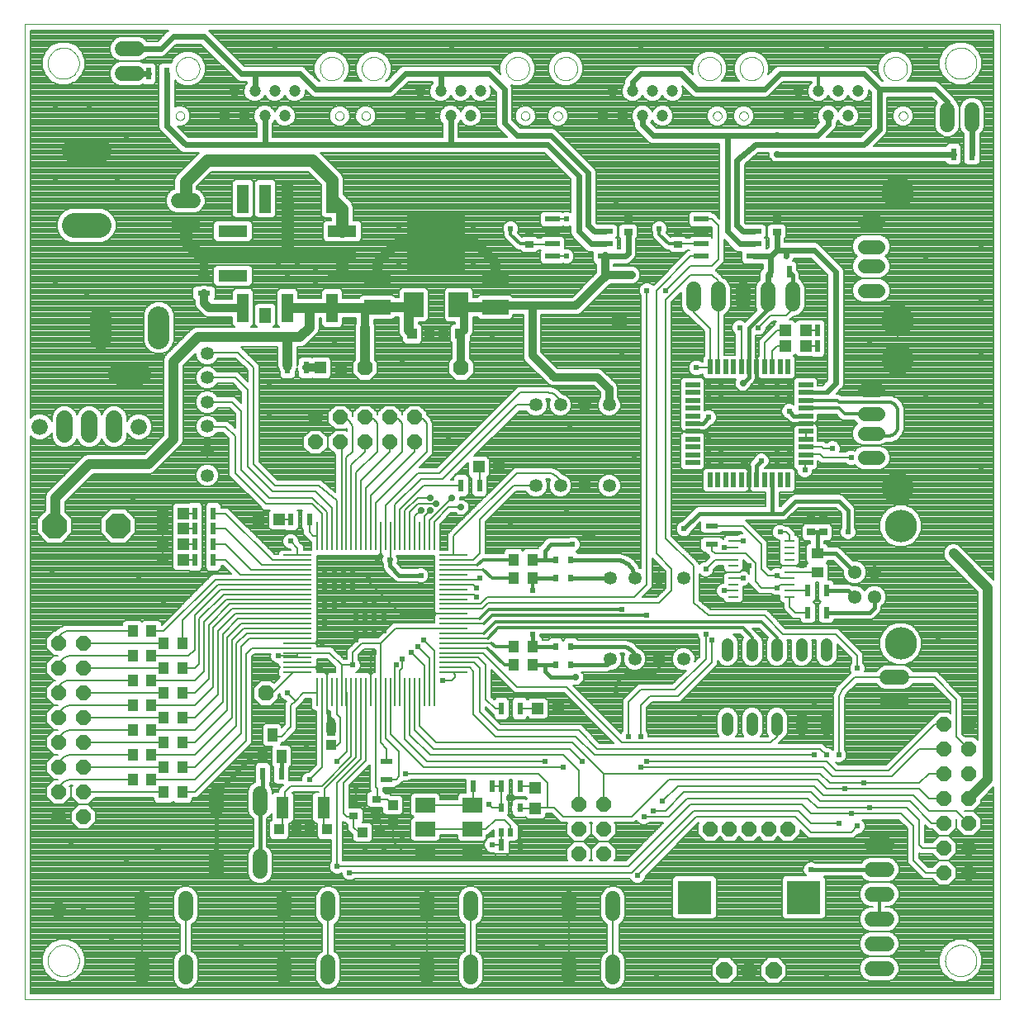
<source format=gtl>
G75*
G70*
%OFA0B0*%
%FSLAX24Y24*%
%IPPOS*%
%LPD*%
%AMOC8*
5,1,8,0,0,1.08239X$1,22.5*
%
%ADD10C,0.0000*%
%ADD11R,0.0059X0.1181*%
%ADD12R,0.1181X0.0059*%
%ADD13R,0.0425X0.0413*%
%ADD14R,0.0512X0.0236*%
%ADD15R,0.0394X0.0551*%
%ADD16R,0.0236X0.0512*%
%ADD17C,0.0600*%
%ADD18C,0.0480*%
%ADD19C,0.0472*%
%ADD20OC8,0.0591*%
%ADD21R,0.0433X0.0512*%
%ADD22OC8,0.0660*%
%ADD23R,0.1378X0.1378*%
%ADD24R,0.0472X0.0472*%
%ADD25R,0.0591X0.0197*%
%ADD26R,0.0197X0.0591*%
%ADD27R,0.0413X0.0425*%
%ADD28R,0.0374X0.0295*%
%ADD29R,0.0224X0.0374*%
%ADD30OC8,0.0600*%
%ADD31R,0.0787X0.0591*%
%ADD32OC8,0.1000*%
%ADD33C,0.1000*%
%ADD34R,0.1181X0.0472*%
%ADD35R,0.0472X0.1181*%
%ADD36R,0.0472X0.0591*%
%ADD37C,0.0650*%
%ADD38C,0.0660*%
%ADD39R,0.2362X0.2362*%
%ADD40R,0.0787X0.0984*%
%ADD41R,0.1063X0.0630*%
%ADD42R,0.0610X0.0236*%
%ADD43R,0.0354X0.0276*%
%ADD44R,0.0410X0.0100*%
%ADD45C,0.0531*%
%ADD46R,0.0512X0.0866*%
%ADD47C,0.1306*%
%ADD48C,0.0543*%
%ADD49R,0.0512X0.0433*%
%ADD50C,0.0860*%
%ADD51C,0.0561*%
%ADD52OC8,0.0630*%
%ADD53R,0.0236X0.0315*%
%ADD54C,0.0079*%
%ADD55C,0.0240*%
%ADD56C,0.0160*%
%ADD57C,0.0240*%
%ADD58OC8,0.0240*%
%ADD59C,0.0400*%
%ADD60C,0.0320*%
%ADD61C,0.0120*%
%ADD62C,0.0500*%
D10*
X000950Y000139D02*
X000950Y039509D01*
X040320Y039509D01*
X040320Y000139D01*
X000950Y000139D01*
X001894Y001714D02*
X001896Y001764D01*
X001902Y001814D01*
X001912Y001863D01*
X001926Y001911D01*
X001943Y001958D01*
X001964Y002003D01*
X001989Y002047D01*
X002017Y002088D01*
X002049Y002127D01*
X002083Y002164D01*
X002120Y002198D01*
X002160Y002228D01*
X002202Y002255D01*
X002246Y002279D01*
X002292Y002300D01*
X002339Y002316D01*
X002387Y002329D01*
X002437Y002338D01*
X002486Y002343D01*
X002537Y002344D01*
X002587Y002341D01*
X002636Y002334D01*
X002685Y002323D01*
X002733Y002308D01*
X002779Y002290D01*
X002824Y002268D01*
X002867Y002242D01*
X002908Y002213D01*
X002947Y002181D01*
X002983Y002146D01*
X003015Y002108D01*
X003045Y002068D01*
X003072Y002025D01*
X003095Y001981D01*
X003114Y001935D01*
X003130Y001887D01*
X003142Y001838D01*
X003150Y001789D01*
X003154Y001739D01*
X003154Y001689D01*
X003150Y001639D01*
X003142Y001590D01*
X003130Y001541D01*
X003114Y001493D01*
X003095Y001447D01*
X003072Y001403D01*
X003045Y001360D01*
X003015Y001320D01*
X002983Y001282D01*
X002947Y001247D01*
X002908Y001215D01*
X002867Y001186D01*
X002824Y001160D01*
X002779Y001138D01*
X002733Y001120D01*
X002685Y001105D01*
X002636Y001094D01*
X002587Y001087D01*
X002537Y001084D01*
X002486Y001085D01*
X002437Y001090D01*
X002387Y001099D01*
X002339Y001112D01*
X002292Y001128D01*
X002246Y001149D01*
X002202Y001173D01*
X002160Y001200D01*
X002120Y001230D01*
X002083Y001264D01*
X002049Y001301D01*
X002017Y001340D01*
X001989Y001381D01*
X001964Y001425D01*
X001943Y001470D01*
X001926Y001517D01*
X001912Y001565D01*
X001902Y001614D01*
X001896Y001664D01*
X001894Y001714D01*
X007054Y035813D02*
X007056Y035839D01*
X007062Y035865D01*
X007072Y035890D01*
X007085Y035913D01*
X007101Y035933D01*
X007121Y035951D01*
X007143Y035966D01*
X007166Y035978D01*
X007192Y035986D01*
X007218Y035990D01*
X007244Y035990D01*
X007270Y035986D01*
X007296Y035978D01*
X007320Y035966D01*
X007341Y035951D01*
X007361Y035933D01*
X007377Y035913D01*
X007390Y035890D01*
X007400Y035865D01*
X007406Y035839D01*
X007408Y035813D01*
X007406Y035787D01*
X007400Y035761D01*
X007390Y035736D01*
X007377Y035713D01*
X007361Y035693D01*
X007341Y035675D01*
X007319Y035660D01*
X007296Y035648D01*
X007270Y035640D01*
X007244Y035636D01*
X007218Y035636D01*
X007192Y035640D01*
X007166Y035648D01*
X007142Y035660D01*
X007121Y035675D01*
X007101Y035693D01*
X007085Y035713D01*
X007072Y035736D01*
X007062Y035761D01*
X007056Y035787D01*
X007054Y035813D01*
X007074Y037718D02*
X007076Y037761D01*
X007082Y037803D01*
X007092Y037845D01*
X007105Y037886D01*
X007122Y037926D01*
X007143Y037963D01*
X007167Y037999D01*
X007194Y038032D01*
X007224Y038063D01*
X007257Y038091D01*
X007292Y038116D01*
X007329Y038137D01*
X007368Y038155D01*
X007408Y038169D01*
X007450Y038180D01*
X007492Y038187D01*
X007535Y038190D01*
X007578Y038189D01*
X007621Y038184D01*
X007663Y038175D01*
X007704Y038163D01*
X007744Y038147D01*
X007782Y038127D01*
X007818Y038104D01*
X007852Y038077D01*
X007884Y038048D01*
X007912Y038016D01*
X007938Y037981D01*
X007960Y037945D01*
X007979Y037906D01*
X007994Y037866D01*
X008006Y037825D01*
X008014Y037782D01*
X008018Y037739D01*
X008018Y037697D01*
X008014Y037654D01*
X008006Y037611D01*
X007994Y037570D01*
X007979Y037530D01*
X007960Y037491D01*
X007938Y037455D01*
X007912Y037420D01*
X007884Y037388D01*
X007852Y037359D01*
X007818Y037332D01*
X007782Y037309D01*
X007744Y037289D01*
X007704Y037273D01*
X007663Y037261D01*
X007621Y037252D01*
X007578Y037247D01*
X007535Y037246D01*
X007492Y037249D01*
X007450Y037256D01*
X007408Y037267D01*
X007368Y037281D01*
X007329Y037299D01*
X007292Y037320D01*
X007257Y037345D01*
X007224Y037373D01*
X007194Y037404D01*
X007167Y037437D01*
X007143Y037473D01*
X007122Y037510D01*
X007105Y037550D01*
X007092Y037591D01*
X007082Y037633D01*
X007076Y037675D01*
X007074Y037718D01*
X001894Y037935D02*
X001896Y037985D01*
X001902Y038035D01*
X001912Y038084D01*
X001926Y038132D01*
X001943Y038179D01*
X001964Y038224D01*
X001989Y038268D01*
X002017Y038309D01*
X002049Y038348D01*
X002083Y038385D01*
X002120Y038419D01*
X002160Y038449D01*
X002202Y038476D01*
X002246Y038500D01*
X002292Y038521D01*
X002339Y038537D01*
X002387Y038550D01*
X002437Y038559D01*
X002486Y038564D01*
X002537Y038565D01*
X002587Y038562D01*
X002636Y038555D01*
X002685Y038544D01*
X002733Y038529D01*
X002779Y038511D01*
X002824Y038489D01*
X002867Y038463D01*
X002908Y038434D01*
X002947Y038402D01*
X002983Y038367D01*
X003015Y038329D01*
X003045Y038289D01*
X003072Y038246D01*
X003095Y038202D01*
X003114Y038156D01*
X003130Y038108D01*
X003142Y038059D01*
X003150Y038010D01*
X003154Y037960D01*
X003154Y037910D01*
X003150Y037860D01*
X003142Y037811D01*
X003130Y037762D01*
X003114Y037714D01*
X003095Y037668D01*
X003072Y037624D01*
X003045Y037581D01*
X003015Y037541D01*
X002983Y037503D01*
X002947Y037468D01*
X002908Y037436D01*
X002867Y037407D01*
X002824Y037381D01*
X002779Y037359D01*
X002733Y037341D01*
X002685Y037326D01*
X002636Y037315D01*
X002587Y037308D01*
X002537Y037305D01*
X002486Y037306D01*
X002437Y037311D01*
X002387Y037320D01*
X002339Y037333D01*
X002292Y037349D01*
X002246Y037370D01*
X002202Y037394D01*
X002160Y037421D01*
X002120Y037451D01*
X002083Y037485D01*
X002049Y037522D01*
X002017Y037561D01*
X001989Y037602D01*
X001964Y037646D01*
X001943Y037691D01*
X001926Y037738D01*
X001912Y037786D01*
X001902Y037835D01*
X001896Y037885D01*
X001894Y037935D01*
X012881Y037718D02*
X012883Y037761D01*
X012889Y037803D01*
X012899Y037845D01*
X012912Y037886D01*
X012929Y037926D01*
X012950Y037963D01*
X012974Y037999D01*
X013001Y038032D01*
X013031Y038063D01*
X013064Y038091D01*
X013099Y038116D01*
X013136Y038137D01*
X013175Y038155D01*
X013215Y038169D01*
X013257Y038180D01*
X013299Y038187D01*
X013342Y038190D01*
X013385Y038189D01*
X013428Y038184D01*
X013470Y038175D01*
X013511Y038163D01*
X013551Y038147D01*
X013589Y038127D01*
X013625Y038104D01*
X013659Y038077D01*
X013691Y038048D01*
X013719Y038016D01*
X013745Y037981D01*
X013767Y037945D01*
X013786Y037906D01*
X013801Y037866D01*
X013813Y037825D01*
X013821Y037782D01*
X013825Y037739D01*
X013825Y037697D01*
X013821Y037654D01*
X013813Y037611D01*
X013801Y037570D01*
X013786Y037530D01*
X013767Y037491D01*
X013745Y037455D01*
X013719Y037420D01*
X013691Y037388D01*
X013659Y037359D01*
X013625Y037332D01*
X013589Y037309D01*
X013551Y037289D01*
X013511Y037273D01*
X013470Y037261D01*
X013428Y037252D01*
X013385Y037247D01*
X013342Y037246D01*
X013299Y037249D01*
X013257Y037256D01*
X013215Y037267D01*
X013175Y037281D01*
X013136Y037299D01*
X013099Y037320D01*
X013064Y037345D01*
X013031Y037373D01*
X013001Y037404D01*
X012974Y037437D01*
X012950Y037473D01*
X012929Y037510D01*
X012912Y037550D01*
X012899Y037591D01*
X012889Y037633D01*
X012883Y037675D01*
X012881Y037718D01*
X013491Y035813D02*
X013493Y035839D01*
X013499Y035865D01*
X013509Y035890D01*
X013522Y035913D01*
X013538Y035933D01*
X013558Y035951D01*
X013580Y035966D01*
X013603Y035978D01*
X013629Y035986D01*
X013655Y035990D01*
X013681Y035990D01*
X013707Y035986D01*
X013733Y035978D01*
X013757Y035966D01*
X013778Y035951D01*
X013798Y035933D01*
X013814Y035913D01*
X013827Y035890D01*
X013837Y035865D01*
X013843Y035839D01*
X013845Y035813D01*
X013843Y035787D01*
X013837Y035761D01*
X013827Y035736D01*
X013814Y035713D01*
X013798Y035693D01*
X013778Y035675D01*
X013756Y035660D01*
X013733Y035648D01*
X013707Y035640D01*
X013681Y035636D01*
X013655Y035636D01*
X013629Y035640D01*
X013603Y035648D01*
X013579Y035660D01*
X013558Y035675D01*
X013538Y035693D01*
X013522Y035713D01*
X013509Y035736D01*
X013499Y035761D01*
X013493Y035787D01*
X013491Y035813D01*
X014554Y035813D02*
X014556Y035839D01*
X014562Y035865D01*
X014572Y035890D01*
X014585Y035913D01*
X014601Y035933D01*
X014621Y035951D01*
X014643Y035966D01*
X014666Y035978D01*
X014692Y035986D01*
X014718Y035990D01*
X014744Y035990D01*
X014770Y035986D01*
X014796Y035978D01*
X014820Y035966D01*
X014841Y035951D01*
X014861Y035933D01*
X014877Y035913D01*
X014890Y035890D01*
X014900Y035865D01*
X014906Y035839D01*
X014908Y035813D01*
X014906Y035787D01*
X014900Y035761D01*
X014890Y035736D01*
X014877Y035713D01*
X014861Y035693D01*
X014841Y035675D01*
X014819Y035660D01*
X014796Y035648D01*
X014770Y035640D01*
X014744Y035636D01*
X014718Y035636D01*
X014692Y035640D01*
X014666Y035648D01*
X014642Y035660D01*
X014621Y035675D01*
X014601Y035693D01*
X014585Y035713D01*
X014572Y035736D01*
X014562Y035761D01*
X014556Y035787D01*
X014554Y035813D01*
X014574Y037718D02*
X014576Y037761D01*
X014582Y037803D01*
X014592Y037845D01*
X014605Y037886D01*
X014622Y037926D01*
X014643Y037963D01*
X014667Y037999D01*
X014694Y038032D01*
X014724Y038063D01*
X014757Y038091D01*
X014792Y038116D01*
X014829Y038137D01*
X014868Y038155D01*
X014908Y038169D01*
X014950Y038180D01*
X014992Y038187D01*
X015035Y038190D01*
X015078Y038189D01*
X015121Y038184D01*
X015163Y038175D01*
X015204Y038163D01*
X015244Y038147D01*
X015282Y038127D01*
X015318Y038104D01*
X015352Y038077D01*
X015384Y038048D01*
X015412Y038016D01*
X015438Y037981D01*
X015460Y037945D01*
X015479Y037906D01*
X015494Y037866D01*
X015506Y037825D01*
X015514Y037782D01*
X015518Y037739D01*
X015518Y037697D01*
X015514Y037654D01*
X015506Y037611D01*
X015494Y037570D01*
X015479Y037530D01*
X015460Y037491D01*
X015438Y037455D01*
X015412Y037420D01*
X015384Y037388D01*
X015352Y037359D01*
X015318Y037332D01*
X015282Y037309D01*
X015244Y037289D01*
X015204Y037273D01*
X015163Y037261D01*
X015121Y037252D01*
X015078Y037247D01*
X015035Y037246D01*
X014992Y037249D01*
X014950Y037256D01*
X014908Y037267D01*
X014868Y037281D01*
X014829Y037299D01*
X014792Y037320D01*
X014757Y037345D01*
X014724Y037373D01*
X014694Y037404D01*
X014667Y037437D01*
X014643Y037473D01*
X014622Y037510D01*
X014605Y037550D01*
X014592Y037591D01*
X014582Y037633D01*
X014576Y037675D01*
X014574Y037718D01*
X020381Y037718D02*
X020383Y037761D01*
X020389Y037803D01*
X020399Y037845D01*
X020412Y037886D01*
X020429Y037926D01*
X020450Y037963D01*
X020474Y037999D01*
X020501Y038032D01*
X020531Y038063D01*
X020564Y038091D01*
X020599Y038116D01*
X020636Y038137D01*
X020675Y038155D01*
X020715Y038169D01*
X020757Y038180D01*
X020799Y038187D01*
X020842Y038190D01*
X020885Y038189D01*
X020928Y038184D01*
X020970Y038175D01*
X021011Y038163D01*
X021051Y038147D01*
X021089Y038127D01*
X021125Y038104D01*
X021159Y038077D01*
X021191Y038048D01*
X021219Y038016D01*
X021245Y037981D01*
X021267Y037945D01*
X021286Y037906D01*
X021301Y037866D01*
X021313Y037825D01*
X021321Y037782D01*
X021325Y037739D01*
X021325Y037697D01*
X021321Y037654D01*
X021313Y037611D01*
X021301Y037570D01*
X021286Y037530D01*
X021267Y037491D01*
X021245Y037455D01*
X021219Y037420D01*
X021191Y037388D01*
X021159Y037359D01*
X021125Y037332D01*
X021089Y037309D01*
X021051Y037289D01*
X021011Y037273D01*
X020970Y037261D01*
X020928Y037252D01*
X020885Y037247D01*
X020842Y037246D01*
X020799Y037249D01*
X020757Y037256D01*
X020715Y037267D01*
X020675Y037281D01*
X020636Y037299D01*
X020599Y037320D01*
X020564Y037345D01*
X020531Y037373D01*
X020501Y037404D01*
X020474Y037437D01*
X020450Y037473D01*
X020429Y037510D01*
X020412Y037550D01*
X020399Y037591D01*
X020389Y037633D01*
X020383Y037675D01*
X020381Y037718D01*
X020991Y035813D02*
X020993Y035839D01*
X020999Y035865D01*
X021009Y035890D01*
X021022Y035913D01*
X021038Y035933D01*
X021058Y035951D01*
X021080Y035966D01*
X021103Y035978D01*
X021129Y035986D01*
X021155Y035990D01*
X021181Y035990D01*
X021207Y035986D01*
X021233Y035978D01*
X021257Y035966D01*
X021278Y035951D01*
X021298Y035933D01*
X021314Y035913D01*
X021327Y035890D01*
X021337Y035865D01*
X021343Y035839D01*
X021345Y035813D01*
X021343Y035787D01*
X021337Y035761D01*
X021327Y035736D01*
X021314Y035713D01*
X021298Y035693D01*
X021278Y035675D01*
X021256Y035660D01*
X021233Y035648D01*
X021207Y035640D01*
X021181Y035636D01*
X021155Y035636D01*
X021129Y035640D01*
X021103Y035648D01*
X021079Y035660D01*
X021058Y035675D01*
X021038Y035693D01*
X021022Y035713D01*
X021009Y035736D01*
X020999Y035761D01*
X020993Y035787D01*
X020991Y035813D01*
X022304Y035813D02*
X022306Y035839D01*
X022312Y035865D01*
X022322Y035890D01*
X022335Y035913D01*
X022351Y035933D01*
X022371Y035951D01*
X022393Y035966D01*
X022416Y035978D01*
X022442Y035986D01*
X022468Y035990D01*
X022494Y035990D01*
X022520Y035986D01*
X022546Y035978D01*
X022570Y035966D01*
X022591Y035951D01*
X022611Y035933D01*
X022627Y035913D01*
X022640Y035890D01*
X022650Y035865D01*
X022656Y035839D01*
X022658Y035813D01*
X022656Y035787D01*
X022650Y035761D01*
X022640Y035736D01*
X022627Y035713D01*
X022611Y035693D01*
X022591Y035675D01*
X022569Y035660D01*
X022546Y035648D01*
X022520Y035640D01*
X022494Y035636D01*
X022468Y035636D01*
X022442Y035640D01*
X022416Y035648D01*
X022392Y035660D01*
X022371Y035675D01*
X022351Y035693D01*
X022335Y035713D01*
X022322Y035736D01*
X022312Y035761D01*
X022306Y035787D01*
X022304Y035813D01*
X022324Y037718D02*
X022326Y037761D01*
X022332Y037803D01*
X022342Y037845D01*
X022355Y037886D01*
X022372Y037926D01*
X022393Y037963D01*
X022417Y037999D01*
X022444Y038032D01*
X022474Y038063D01*
X022507Y038091D01*
X022542Y038116D01*
X022579Y038137D01*
X022618Y038155D01*
X022658Y038169D01*
X022700Y038180D01*
X022742Y038187D01*
X022785Y038190D01*
X022828Y038189D01*
X022871Y038184D01*
X022913Y038175D01*
X022954Y038163D01*
X022994Y038147D01*
X023032Y038127D01*
X023068Y038104D01*
X023102Y038077D01*
X023134Y038048D01*
X023162Y038016D01*
X023188Y037981D01*
X023210Y037945D01*
X023229Y037906D01*
X023244Y037866D01*
X023256Y037825D01*
X023264Y037782D01*
X023268Y037739D01*
X023268Y037697D01*
X023264Y037654D01*
X023256Y037611D01*
X023244Y037570D01*
X023229Y037530D01*
X023210Y037491D01*
X023188Y037455D01*
X023162Y037420D01*
X023134Y037388D01*
X023102Y037359D01*
X023068Y037332D01*
X023032Y037309D01*
X022994Y037289D01*
X022954Y037273D01*
X022913Y037261D01*
X022871Y037252D01*
X022828Y037247D01*
X022785Y037246D01*
X022742Y037249D01*
X022700Y037256D01*
X022658Y037267D01*
X022618Y037281D01*
X022579Y037299D01*
X022542Y037320D01*
X022507Y037345D01*
X022474Y037373D01*
X022444Y037404D01*
X022417Y037437D01*
X022393Y037473D01*
X022372Y037510D01*
X022355Y037550D01*
X022342Y037591D01*
X022332Y037633D01*
X022326Y037675D01*
X022324Y037718D01*
X028131Y037718D02*
X028133Y037761D01*
X028139Y037803D01*
X028149Y037845D01*
X028162Y037886D01*
X028179Y037926D01*
X028200Y037963D01*
X028224Y037999D01*
X028251Y038032D01*
X028281Y038063D01*
X028314Y038091D01*
X028349Y038116D01*
X028386Y038137D01*
X028425Y038155D01*
X028465Y038169D01*
X028507Y038180D01*
X028549Y038187D01*
X028592Y038190D01*
X028635Y038189D01*
X028678Y038184D01*
X028720Y038175D01*
X028761Y038163D01*
X028801Y038147D01*
X028839Y038127D01*
X028875Y038104D01*
X028909Y038077D01*
X028941Y038048D01*
X028969Y038016D01*
X028995Y037981D01*
X029017Y037945D01*
X029036Y037906D01*
X029051Y037866D01*
X029063Y037825D01*
X029071Y037782D01*
X029075Y037739D01*
X029075Y037697D01*
X029071Y037654D01*
X029063Y037611D01*
X029051Y037570D01*
X029036Y037530D01*
X029017Y037491D01*
X028995Y037455D01*
X028969Y037420D01*
X028941Y037388D01*
X028909Y037359D01*
X028875Y037332D01*
X028839Y037309D01*
X028801Y037289D01*
X028761Y037273D01*
X028720Y037261D01*
X028678Y037252D01*
X028635Y037247D01*
X028592Y037246D01*
X028549Y037249D01*
X028507Y037256D01*
X028465Y037267D01*
X028425Y037281D01*
X028386Y037299D01*
X028349Y037320D01*
X028314Y037345D01*
X028281Y037373D01*
X028251Y037404D01*
X028224Y037437D01*
X028200Y037473D01*
X028179Y037510D01*
X028162Y037550D01*
X028149Y037591D01*
X028139Y037633D01*
X028133Y037675D01*
X028131Y037718D01*
X028741Y035813D02*
X028743Y035839D01*
X028749Y035865D01*
X028759Y035890D01*
X028772Y035913D01*
X028788Y035933D01*
X028808Y035951D01*
X028830Y035966D01*
X028853Y035978D01*
X028879Y035986D01*
X028905Y035990D01*
X028931Y035990D01*
X028957Y035986D01*
X028983Y035978D01*
X029007Y035966D01*
X029028Y035951D01*
X029048Y035933D01*
X029064Y035913D01*
X029077Y035890D01*
X029087Y035865D01*
X029093Y035839D01*
X029095Y035813D01*
X029093Y035787D01*
X029087Y035761D01*
X029077Y035736D01*
X029064Y035713D01*
X029048Y035693D01*
X029028Y035675D01*
X029006Y035660D01*
X028983Y035648D01*
X028957Y035640D01*
X028931Y035636D01*
X028905Y035636D01*
X028879Y035640D01*
X028853Y035648D01*
X028829Y035660D01*
X028808Y035675D01*
X028788Y035693D01*
X028772Y035713D01*
X028759Y035736D01*
X028749Y035761D01*
X028743Y035787D01*
X028741Y035813D01*
X029804Y035813D02*
X029806Y035839D01*
X029812Y035865D01*
X029822Y035890D01*
X029835Y035913D01*
X029851Y035933D01*
X029871Y035951D01*
X029893Y035966D01*
X029916Y035978D01*
X029942Y035986D01*
X029968Y035990D01*
X029994Y035990D01*
X030020Y035986D01*
X030046Y035978D01*
X030070Y035966D01*
X030091Y035951D01*
X030111Y035933D01*
X030127Y035913D01*
X030140Y035890D01*
X030150Y035865D01*
X030156Y035839D01*
X030158Y035813D01*
X030156Y035787D01*
X030150Y035761D01*
X030140Y035736D01*
X030127Y035713D01*
X030111Y035693D01*
X030091Y035675D01*
X030069Y035660D01*
X030046Y035648D01*
X030020Y035640D01*
X029994Y035636D01*
X029968Y035636D01*
X029942Y035640D01*
X029916Y035648D01*
X029892Y035660D01*
X029871Y035675D01*
X029851Y035693D01*
X029835Y035713D01*
X029822Y035736D01*
X029812Y035761D01*
X029806Y035787D01*
X029804Y035813D01*
X029824Y037718D02*
X029826Y037761D01*
X029832Y037803D01*
X029842Y037845D01*
X029855Y037886D01*
X029872Y037926D01*
X029893Y037963D01*
X029917Y037999D01*
X029944Y038032D01*
X029974Y038063D01*
X030007Y038091D01*
X030042Y038116D01*
X030079Y038137D01*
X030118Y038155D01*
X030158Y038169D01*
X030200Y038180D01*
X030242Y038187D01*
X030285Y038190D01*
X030328Y038189D01*
X030371Y038184D01*
X030413Y038175D01*
X030454Y038163D01*
X030494Y038147D01*
X030532Y038127D01*
X030568Y038104D01*
X030602Y038077D01*
X030634Y038048D01*
X030662Y038016D01*
X030688Y037981D01*
X030710Y037945D01*
X030729Y037906D01*
X030744Y037866D01*
X030756Y037825D01*
X030764Y037782D01*
X030768Y037739D01*
X030768Y037697D01*
X030764Y037654D01*
X030756Y037611D01*
X030744Y037570D01*
X030729Y037530D01*
X030710Y037491D01*
X030688Y037455D01*
X030662Y037420D01*
X030634Y037388D01*
X030602Y037359D01*
X030568Y037332D01*
X030532Y037309D01*
X030494Y037289D01*
X030454Y037273D01*
X030413Y037261D01*
X030371Y037252D01*
X030328Y037247D01*
X030285Y037246D01*
X030242Y037249D01*
X030200Y037256D01*
X030158Y037267D01*
X030118Y037281D01*
X030079Y037299D01*
X030042Y037320D01*
X030007Y037345D01*
X029974Y037373D01*
X029944Y037404D01*
X029917Y037437D01*
X029893Y037473D01*
X029872Y037510D01*
X029855Y037550D01*
X029842Y037591D01*
X029832Y037633D01*
X029826Y037675D01*
X029824Y037718D01*
X035631Y037718D02*
X035633Y037761D01*
X035639Y037803D01*
X035649Y037845D01*
X035662Y037886D01*
X035679Y037926D01*
X035700Y037963D01*
X035724Y037999D01*
X035751Y038032D01*
X035781Y038063D01*
X035814Y038091D01*
X035849Y038116D01*
X035886Y038137D01*
X035925Y038155D01*
X035965Y038169D01*
X036007Y038180D01*
X036049Y038187D01*
X036092Y038190D01*
X036135Y038189D01*
X036178Y038184D01*
X036220Y038175D01*
X036261Y038163D01*
X036301Y038147D01*
X036339Y038127D01*
X036375Y038104D01*
X036409Y038077D01*
X036441Y038048D01*
X036469Y038016D01*
X036495Y037981D01*
X036517Y037945D01*
X036536Y037906D01*
X036551Y037866D01*
X036563Y037825D01*
X036571Y037782D01*
X036575Y037739D01*
X036575Y037697D01*
X036571Y037654D01*
X036563Y037611D01*
X036551Y037570D01*
X036536Y037530D01*
X036517Y037491D01*
X036495Y037455D01*
X036469Y037420D01*
X036441Y037388D01*
X036409Y037359D01*
X036375Y037332D01*
X036339Y037309D01*
X036301Y037289D01*
X036261Y037273D01*
X036220Y037261D01*
X036178Y037252D01*
X036135Y037247D01*
X036092Y037246D01*
X036049Y037249D01*
X036007Y037256D01*
X035965Y037267D01*
X035925Y037281D01*
X035886Y037299D01*
X035849Y037320D01*
X035814Y037345D01*
X035781Y037373D01*
X035751Y037404D01*
X035724Y037437D01*
X035700Y037473D01*
X035679Y037510D01*
X035662Y037550D01*
X035649Y037591D01*
X035639Y037633D01*
X035633Y037675D01*
X035631Y037718D01*
X036241Y035813D02*
X036243Y035839D01*
X036249Y035865D01*
X036259Y035890D01*
X036272Y035913D01*
X036288Y035933D01*
X036308Y035951D01*
X036330Y035966D01*
X036353Y035978D01*
X036379Y035986D01*
X036405Y035990D01*
X036431Y035990D01*
X036457Y035986D01*
X036483Y035978D01*
X036507Y035966D01*
X036528Y035951D01*
X036548Y035933D01*
X036564Y035913D01*
X036577Y035890D01*
X036587Y035865D01*
X036593Y035839D01*
X036595Y035813D01*
X036593Y035787D01*
X036587Y035761D01*
X036577Y035736D01*
X036564Y035713D01*
X036548Y035693D01*
X036528Y035675D01*
X036506Y035660D01*
X036483Y035648D01*
X036457Y035640D01*
X036431Y035636D01*
X036405Y035636D01*
X036379Y035640D01*
X036353Y035648D01*
X036329Y035660D01*
X036308Y035675D01*
X036288Y035693D01*
X036272Y035713D01*
X036259Y035736D01*
X036249Y035761D01*
X036243Y035787D01*
X036241Y035813D01*
X038115Y037935D02*
X038117Y037985D01*
X038123Y038035D01*
X038133Y038084D01*
X038147Y038132D01*
X038164Y038179D01*
X038185Y038224D01*
X038210Y038268D01*
X038238Y038309D01*
X038270Y038348D01*
X038304Y038385D01*
X038341Y038419D01*
X038381Y038449D01*
X038423Y038476D01*
X038467Y038500D01*
X038513Y038521D01*
X038560Y038537D01*
X038608Y038550D01*
X038658Y038559D01*
X038707Y038564D01*
X038758Y038565D01*
X038808Y038562D01*
X038857Y038555D01*
X038906Y038544D01*
X038954Y038529D01*
X039000Y038511D01*
X039045Y038489D01*
X039088Y038463D01*
X039129Y038434D01*
X039168Y038402D01*
X039204Y038367D01*
X039236Y038329D01*
X039266Y038289D01*
X039293Y038246D01*
X039316Y038202D01*
X039335Y038156D01*
X039351Y038108D01*
X039363Y038059D01*
X039371Y038010D01*
X039375Y037960D01*
X039375Y037910D01*
X039371Y037860D01*
X039363Y037811D01*
X039351Y037762D01*
X039335Y037714D01*
X039316Y037668D01*
X039293Y037624D01*
X039266Y037581D01*
X039236Y037541D01*
X039204Y037503D01*
X039168Y037468D01*
X039129Y037436D01*
X039088Y037407D01*
X039045Y037381D01*
X039000Y037359D01*
X038954Y037341D01*
X038906Y037326D01*
X038857Y037315D01*
X038808Y037308D01*
X038758Y037305D01*
X038707Y037306D01*
X038658Y037311D01*
X038608Y037320D01*
X038560Y037333D01*
X038513Y037349D01*
X038467Y037370D01*
X038423Y037394D01*
X038381Y037421D01*
X038341Y037451D01*
X038304Y037485D01*
X038270Y037522D01*
X038238Y037561D01*
X038210Y037602D01*
X038185Y037646D01*
X038164Y037691D01*
X038147Y037738D01*
X038133Y037786D01*
X038123Y037835D01*
X038117Y037885D01*
X038115Y037935D01*
X038115Y001714D02*
X038117Y001764D01*
X038123Y001814D01*
X038133Y001863D01*
X038147Y001911D01*
X038164Y001958D01*
X038185Y002003D01*
X038210Y002047D01*
X038238Y002088D01*
X038270Y002127D01*
X038304Y002164D01*
X038341Y002198D01*
X038381Y002228D01*
X038423Y002255D01*
X038467Y002279D01*
X038513Y002300D01*
X038560Y002316D01*
X038608Y002329D01*
X038658Y002338D01*
X038707Y002343D01*
X038758Y002344D01*
X038808Y002341D01*
X038857Y002334D01*
X038906Y002323D01*
X038954Y002308D01*
X039000Y002290D01*
X039045Y002268D01*
X039088Y002242D01*
X039129Y002213D01*
X039168Y002181D01*
X039204Y002146D01*
X039236Y002108D01*
X039266Y002068D01*
X039293Y002025D01*
X039316Y001981D01*
X039335Y001935D01*
X039351Y001887D01*
X039363Y001838D01*
X039371Y001789D01*
X039375Y001739D01*
X039375Y001689D01*
X039371Y001639D01*
X039363Y001590D01*
X039351Y001541D01*
X039335Y001493D01*
X039316Y001447D01*
X039293Y001403D01*
X039266Y001360D01*
X039236Y001320D01*
X039204Y001282D01*
X039168Y001247D01*
X039129Y001215D01*
X039088Y001186D01*
X039045Y001160D01*
X039000Y001138D01*
X038954Y001120D01*
X038906Y001105D01*
X038857Y001094D01*
X038808Y001087D01*
X038758Y001084D01*
X038707Y001085D01*
X038658Y001090D01*
X038608Y001099D01*
X038560Y001112D01*
X038513Y001128D01*
X038467Y001149D01*
X038423Y001173D01*
X038381Y001200D01*
X038341Y001230D01*
X038304Y001264D01*
X038270Y001301D01*
X038238Y001340D01*
X038210Y001381D01*
X038185Y001425D01*
X038164Y001470D01*
X038147Y001517D01*
X038133Y001565D01*
X038123Y001614D01*
X038117Y001664D01*
X038115Y001714D01*
D11*
X017490Y012562D03*
X017293Y012562D03*
X017096Y012562D03*
X016899Y012562D03*
X016703Y012562D03*
X016506Y012562D03*
X016309Y012562D03*
X016112Y012562D03*
X015915Y012562D03*
X015718Y012562D03*
X015522Y012562D03*
X015325Y012562D03*
X015128Y012562D03*
X014931Y012562D03*
X014734Y012562D03*
X014537Y012562D03*
X014340Y012562D03*
X014144Y012562D03*
X013947Y012562D03*
X013750Y012562D03*
X013553Y012562D03*
X013356Y012562D03*
X013159Y012562D03*
X012962Y012562D03*
X012766Y012562D03*
X012766Y018861D03*
X012962Y018861D03*
X013159Y018861D03*
X013356Y018861D03*
X013553Y018861D03*
X013750Y018861D03*
X013947Y018861D03*
X014144Y018861D03*
X014340Y018861D03*
X014537Y018861D03*
X014734Y018861D03*
X014931Y018861D03*
X015128Y018861D03*
X015325Y018861D03*
X015522Y018861D03*
X015718Y018861D03*
X015915Y018861D03*
X016112Y018861D03*
X016309Y018861D03*
X016506Y018861D03*
X016703Y018861D03*
X016899Y018861D03*
X017096Y018861D03*
X017293Y018861D03*
X017490Y018861D03*
D12*
X018277Y018073D03*
X018277Y017877D03*
X018277Y017680D03*
X018277Y017483D03*
X018277Y017286D03*
X018277Y017089D03*
X018277Y016892D03*
X018277Y016695D03*
X018277Y016499D03*
X018277Y016302D03*
X018277Y016105D03*
X018277Y015908D03*
X018277Y015711D03*
X018277Y015514D03*
X018277Y015318D03*
X018277Y015121D03*
X018277Y014924D03*
X018277Y014727D03*
X018277Y014530D03*
X018277Y014333D03*
X018277Y014136D03*
X018277Y013940D03*
X018277Y013743D03*
X018277Y013546D03*
X018277Y013349D03*
X011978Y013349D03*
X011978Y013546D03*
X011978Y013743D03*
X011978Y013940D03*
X011978Y014136D03*
X011978Y014333D03*
X011978Y014530D03*
X011978Y014727D03*
X011978Y014924D03*
X011978Y015121D03*
X011978Y015318D03*
X011978Y015514D03*
X011978Y015711D03*
X011978Y015908D03*
X011978Y016105D03*
X011978Y016302D03*
X011978Y016499D03*
X011978Y016695D03*
X011978Y016892D03*
X011978Y017089D03*
X011978Y017286D03*
X011978Y017483D03*
X011978Y017680D03*
X011978Y017877D03*
X011978Y018073D03*
D13*
X013325Y011109D03*
X013325Y010420D03*
X015825Y007984D03*
X015825Y007295D03*
D14*
X015575Y009015D03*
X015575Y009763D03*
X028700Y018515D03*
X028700Y019263D03*
X008200Y028640D03*
X008200Y029388D03*
D15*
X010950Y010822D03*
X011324Y009956D03*
X010576Y009956D03*
D16*
X010576Y009264D03*
X011324Y009264D03*
X019076Y008764D03*
X019824Y008764D03*
X020201Y008764D03*
X020949Y008764D03*
X020949Y006389D03*
X020201Y006389D03*
X020201Y011889D03*
X020949Y011889D03*
X012449Y019514D03*
X011701Y019514D03*
X008574Y019764D03*
X008574Y019139D03*
X008574Y018514D03*
X008574Y017889D03*
X007826Y017889D03*
X007826Y018514D03*
X007826Y019139D03*
X007826Y019764D03*
X011576Y025639D03*
X012324Y025639D03*
X018576Y020889D03*
X019324Y020889D03*
X031076Y029514D03*
X031824Y029514D03*
X032951Y027139D03*
X032951Y026514D03*
X033699Y026514D03*
X033699Y027139D03*
X038451Y034264D03*
X039199Y034264D03*
X033324Y016639D03*
X032576Y016639D03*
X032576Y015764D03*
X033324Y015764D03*
X006699Y037514D03*
X005951Y037514D03*
D17*
X005500Y037514D02*
X004900Y037514D01*
X004900Y038514D02*
X005500Y038514D01*
X007150Y032389D02*
X007750Y032389D01*
X007750Y031389D02*
X007150Y031389D01*
X027950Y028814D02*
X027950Y028214D01*
X028950Y028214D02*
X028950Y028814D01*
X029950Y028814D02*
X029950Y028214D01*
X030950Y028214D02*
X030950Y028814D01*
X031950Y028814D02*
X031950Y028214D01*
X038200Y035464D02*
X038200Y036064D01*
X039200Y036064D02*
X039200Y035464D01*
X036375Y013139D02*
X035775Y013139D01*
X035775Y012139D02*
X036375Y012139D01*
X035750Y006389D02*
X035150Y006389D01*
X035150Y005389D02*
X035750Y005389D01*
X035750Y004389D02*
X035150Y004389D01*
X035150Y003389D02*
X035750Y003389D01*
X035750Y002389D02*
X035150Y002389D01*
X035150Y001389D02*
X035750Y001389D01*
X024715Y001659D02*
X024715Y001059D01*
X022935Y001059D02*
X022935Y001659D01*
X022935Y003619D02*
X022935Y004219D01*
X024715Y004219D02*
X024715Y003619D01*
X018965Y003619D02*
X018965Y004219D01*
X017185Y004219D02*
X017185Y003619D01*
X017185Y001659D02*
X017185Y001059D01*
X018965Y001059D02*
X018965Y001659D01*
X013215Y001659D02*
X013215Y001059D01*
X011435Y001059D02*
X011435Y001659D01*
X011435Y003619D02*
X011435Y004219D01*
X010465Y005309D02*
X010465Y005909D01*
X008685Y005909D02*
X008685Y005309D01*
X007465Y004219D02*
X007465Y003619D01*
X005685Y003619D02*
X005685Y004219D01*
X005685Y001659D02*
X005685Y001059D01*
X007465Y001059D02*
X007465Y001659D01*
X013215Y003619D02*
X013215Y004219D01*
X010465Y007869D02*
X010465Y008469D01*
X008685Y008469D02*
X008685Y007869D01*
D18*
X029325Y011024D02*
X029325Y011504D01*
X030325Y011504D02*
X030325Y011024D01*
X031325Y011024D02*
X031325Y011504D01*
X032325Y011504D02*
X032325Y011024D01*
X033325Y011024D02*
X033325Y011504D01*
X033325Y014024D02*
X033325Y014504D01*
X032325Y014504D02*
X032325Y014024D01*
X031325Y014024D02*
X031325Y014504D01*
X030325Y014504D02*
X030325Y014024D01*
X029325Y014024D02*
X029325Y014504D01*
D19*
X031794Y035813D03*
X032597Y035813D03*
X033400Y035813D03*
X034204Y035813D03*
X034605Y036813D03*
X033802Y036813D03*
X032999Y036813D03*
X032196Y036813D03*
X027105Y036813D03*
X026302Y036813D03*
X025499Y036813D03*
X024696Y036813D03*
X025097Y035813D03*
X024294Y035813D03*
X025900Y035813D03*
X026704Y035813D03*
X019355Y036813D03*
X018552Y036813D03*
X017749Y036813D03*
X016946Y036813D03*
X017347Y035813D03*
X016544Y035813D03*
X018150Y035813D03*
X018954Y035813D03*
X011855Y036813D03*
X011052Y036813D03*
X010249Y036813D03*
X009446Y036813D03*
X009847Y035813D03*
X009044Y035813D03*
X010650Y035813D03*
X011454Y035813D03*
D20*
X012700Y023639D03*
X012700Y022639D03*
X013700Y022639D03*
X014700Y022639D03*
X015700Y022639D03*
X015700Y023639D03*
X014700Y023639D03*
X013700Y023639D03*
X016700Y023639D03*
X016700Y022639D03*
X003325Y014514D03*
X003325Y013514D03*
X003325Y012514D03*
X003325Y011514D03*
X003325Y010514D03*
X003325Y009514D03*
X003325Y008514D03*
X003325Y007514D03*
X002325Y007514D03*
X002325Y008514D03*
X002325Y009514D03*
X002325Y010514D03*
X002325Y011514D03*
X002325Y012514D03*
X002325Y013514D03*
X002325Y014514D03*
X028625Y007020D03*
X029412Y007020D03*
X030200Y007020D03*
X030987Y007020D03*
X031774Y007020D03*
X038075Y007264D03*
X038075Y008264D03*
X039075Y008264D03*
X039075Y007264D03*
X039075Y006264D03*
X039075Y005264D03*
X038075Y005264D03*
X038075Y006264D03*
X038075Y009264D03*
X038075Y010264D03*
X039075Y010264D03*
X039075Y009264D03*
X039075Y011264D03*
X038075Y011264D03*
D21*
X021449Y013639D03*
X020701Y013639D03*
X020701Y014389D03*
X021449Y014389D03*
X021449Y017139D03*
X020701Y017139D03*
X020701Y017889D03*
X021449Y017889D03*
X007324Y014514D03*
X006576Y014514D03*
X006074Y014014D03*
X006576Y013514D03*
X006074Y013014D03*
X006576Y012514D03*
X006074Y012014D03*
X006576Y011514D03*
X006074Y011014D03*
X006576Y010514D03*
X006074Y010014D03*
X006576Y009514D03*
X006074Y009014D03*
X006576Y008514D03*
X007324Y008514D03*
X007324Y009514D03*
X007324Y010514D03*
X007324Y011514D03*
X007324Y012514D03*
X007324Y013514D03*
X006074Y015014D03*
X005326Y015014D03*
X005326Y014014D03*
X005326Y013014D03*
X005326Y012014D03*
X005326Y011014D03*
X005326Y010014D03*
X005326Y009014D03*
D22*
X029215Y001312D03*
X030200Y001312D03*
X031184Y001312D03*
D23*
X032404Y004264D03*
X027995Y004264D03*
D24*
X021575Y007851D03*
X021575Y008678D03*
X021661Y011889D03*
X022488Y011889D03*
X020113Y021639D03*
X019286Y021639D03*
X013738Y025639D03*
X012911Y025639D03*
X011238Y019514D03*
X010411Y019514D03*
X007363Y019764D03*
X007363Y019139D03*
X007363Y018514D03*
X007363Y017889D03*
X006536Y017889D03*
X006536Y018514D03*
X006536Y019139D03*
X006536Y019764D03*
X031661Y026514D03*
X031661Y027139D03*
X032488Y027139D03*
X032488Y026514D03*
D25*
X032483Y024964D03*
X032483Y024649D03*
X032483Y024334D03*
X032483Y024019D03*
X032483Y023704D03*
X032483Y023389D03*
X032483Y023074D03*
X032483Y022759D03*
X032483Y022444D03*
X032483Y022130D03*
X032483Y021815D03*
X027916Y021815D03*
X027916Y022130D03*
X027916Y022444D03*
X027916Y022759D03*
X027916Y023074D03*
X027916Y023389D03*
X027916Y023704D03*
X027916Y024019D03*
X027916Y024334D03*
X027916Y024649D03*
X027916Y024964D03*
D26*
X028625Y025673D03*
X028940Y025673D03*
X029255Y025673D03*
X029570Y025673D03*
X029885Y025673D03*
X030200Y025673D03*
X030515Y025673D03*
X030830Y025673D03*
X031145Y025673D03*
X031460Y025673D03*
X031774Y025673D03*
X031774Y021106D03*
X031460Y021106D03*
X031145Y021106D03*
X030830Y021106D03*
X030515Y021106D03*
X030200Y021106D03*
X029885Y021106D03*
X029570Y021106D03*
X029255Y021106D03*
X028940Y021106D03*
X028625Y021106D03*
D27*
X018544Y027014D03*
X017855Y027014D03*
X017294Y027014D03*
X016605Y027014D03*
X015294Y006889D03*
X014605Y006889D03*
X013169Y007014D03*
X012480Y007014D03*
X011919Y007014D03*
X011230Y007014D03*
D28*
X014247Y007555D03*
X014247Y008224D03*
X015152Y008224D03*
X015152Y007555D03*
D29*
X020201Y007881D03*
X020949Y007881D03*
X020949Y006897D03*
X020575Y006897D03*
X020201Y006897D03*
D30*
X023325Y007014D03*
X023325Y006014D03*
X024325Y006014D03*
X024325Y007014D03*
X024325Y008014D03*
X023325Y008014D03*
D31*
X019020Y007999D03*
X019020Y007014D03*
X019020Y006030D03*
X017130Y006030D03*
X017130Y007014D03*
X017130Y007999D03*
D32*
X004730Y019264D03*
X002170Y019264D03*
D33*
X002950Y031389D02*
X003950Y031389D01*
X003950Y034389D02*
X002950Y034389D01*
D34*
X009370Y031166D03*
X009370Y030264D03*
X009370Y029363D03*
X013779Y029363D03*
X013779Y030264D03*
X013779Y031166D03*
D35*
X013378Y032469D03*
X011575Y032469D03*
X010673Y032469D03*
X009772Y032469D03*
X009772Y028060D03*
X011575Y028060D03*
X013378Y028060D03*
D36*
X010673Y027764D03*
D37*
X004575Y023589D02*
X004575Y022940D01*
X003575Y022940D02*
X003575Y023589D01*
X002575Y023589D02*
X002575Y022940D01*
D38*
X001575Y023264D03*
X005575Y023264D03*
D39*
X017575Y030650D03*
D40*
X018480Y028190D03*
X016669Y028190D03*
D41*
X015200Y028088D03*
X015200Y029191D03*
X019950Y029191D03*
X019950Y028088D03*
D42*
X022262Y030139D03*
X022262Y030639D03*
X022262Y031139D03*
X022262Y031639D03*
X024388Y031639D03*
X024388Y031139D03*
X024388Y030639D03*
X024388Y030139D03*
X028262Y030139D03*
X028262Y030639D03*
X028262Y031139D03*
X028262Y031639D03*
X030388Y031639D03*
X030388Y031139D03*
X030388Y030639D03*
X030388Y030139D03*
D43*
X031325Y031133D03*
X031325Y031645D03*
X027325Y031145D03*
X027325Y030633D03*
X025325Y031133D03*
X025325Y031645D03*
X021325Y031145D03*
X021325Y030633D03*
X032700Y019520D03*
X033200Y019520D03*
X033200Y019008D03*
X032700Y019008D03*
D44*
X031835Y018639D03*
X031835Y018389D03*
X031835Y018139D03*
X031835Y017889D03*
X031835Y017639D03*
X031835Y017389D03*
X031835Y017139D03*
X031835Y016889D03*
X031835Y016639D03*
X031835Y016389D03*
X029565Y016389D03*
X029565Y016639D03*
X029565Y016889D03*
X029565Y017139D03*
X029565Y017389D03*
X029565Y017639D03*
X029565Y017889D03*
X029565Y018139D03*
X029565Y018389D03*
X029565Y018639D03*
D45*
X027551Y017139D03*
X026567Y017139D03*
X025583Y017139D03*
X024598Y017139D03*
X024598Y013889D03*
X025583Y013889D03*
X026567Y013889D03*
X027551Y013889D03*
X024551Y020889D03*
X023567Y020889D03*
X022583Y020889D03*
X021598Y020889D03*
X021598Y024139D03*
X022583Y024139D03*
X023567Y024139D03*
X024551Y024139D03*
X008325Y024256D03*
X008325Y025241D03*
X008325Y026225D03*
X008325Y023272D03*
X008325Y022288D03*
X008325Y021304D03*
D46*
X011373Y007889D03*
X013026Y007889D03*
D47*
X036325Y014519D03*
X036325Y019259D03*
X036200Y020803D03*
X036200Y025976D03*
X036200Y027553D03*
X036200Y032726D03*
D48*
X035258Y017381D03*
X034470Y017381D03*
X034470Y016397D03*
X035258Y016397D03*
D49*
X032950Y017390D03*
X032950Y018138D03*
D50*
X006381Y026834D02*
X006381Y027694D01*
X004019Y027694D02*
X004019Y026834D01*
X004770Y025375D02*
X005630Y025375D01*
D51*
X034852Y024767D02*
X035413Y024767D01*
X035413Y023783D02*
X034852Y023783D01*
X034852Y022996D02*
X035413Y022996D01*
X035413Y022011D02*
X034852Y022011D01*
X034852Y028761D02*
X035413Y028761D01*
X035413Y029746D02*
X034852Y029746D01*
X034852Y030533D02*
X035413Y030533D01*
X035413Y031517D02*
X034852Y031517D01*
D52*
X024950Y027514D03*
X018575Y025639D03*
X014700Y025639D03*
X010700Y012514D03*
X002325Y003764D03*
D53*
X022385Y013639D03*
X023015Y013639D03*
X023015Y014389D03*
X022385Y014389D03*
X022385Y017139D03*
X023015Y017139D03*
X023015Y017889D03*
X022385Y017889D03*
D54*
X021681Y018345D02*
X021150Y018345D01*
X021075Y018270D01*
X021000Y018345D01*
X020402Y018345D01*
X020285Y018228D01*
X020285Y018149D01*
X019563Y018149D01*
X019563Y019415D01*
X020799Y020651D01*
X021194Y020651D01*
X021204Y020626D01*
X021335Y020495D01*
X021506Y020424D01*
X021691Y020424D01*
X021862Y020495D01*
X021993Y020626D01*
X022063Y020797D01*
X022063Y020982D01*
X021994Y021151D01*
X022083Y021151D01*
X022134Y021146D01*
X022134Y021146D01*
X022178Y021127D01*
X022117Y020982D01*
X022117Y020797D01*
X022188Y020626D01*
X022319Y020495D01*
X022490Y020424D01*
X022675Y020424D01*
X022846Y020495D01*
X022977Y020626D01*
X023048Y020797D01*
X023048Y020982D01*
X022977Y021153D01*
X022846Y021284D01*
X022675Y021354D01*
X022662Y021354D01*
X022501Y021516D01*
X022229Y021628D01*
X020726Y021628D01*
X018179Y019081D01*
X018039Y018941D01*
X018039Y018302D01*
X017719Y018302D01*
X017719Y018752D01*
X017729Y018762D01*
X017729Y019331D01*
X018174Y019776D01*
X018362Y019776D01*
X018442Y019695D01*
X018707Y019695D01*
X018894Y019882D01*
X018894Y020147D01*
X018707Y020334D01*
X018519Y020334D01*
X018519Y020434D01*
X018776Y020434D01*
X018893Y020551D01*
X018893Y021228D01*
X018776Y021345D01*
X018375Y021345D01*
X018258Y021228D01*
X018258Y021128D01*
X018151Y021128D01*
X018851Y021828D01*
X018851Y021321D01*
X018967Y021204D01*
X019006Y021204D01*
X019006Y020551D01*
X019123Y020434D01*
X019524Y020434D01*
X019641Y020551D01*
X019641Y021228D01*
X019635Y021234D01*
X019722Y021321D01*
X019722Y021958D01*
X019605Y022075D01*
X019098Y022075D01*
X020924Y023901D01*
X021194Y023901D01*
X021204Y023876D01*
X021335Y023745D01*
X021506Y023674D01*
X021691Y023674D01*
X021862Y023745D01*
X021993Y023876D01*
X022063Y024047D01*
X022063Y024232D01*
X021994Y024401D01*
X022083Y024401D01*
X022134Y024396D01*
X022178Y024377D01*
X022117Y024232D01*
X022117Y024047D01*
X022188Y023876D01*
X022319Y023745D01*
X022490Y023674D01*
X022675Y023674D01*
X022846Y023745D01*
X022977Y023876D01*
X023048Y024047D01*
X023048Y024232D01*
X022977Y024403D01*
X022846Y024534D01*
X022675Y024604D01*
X022662Y024604D01*
X022501Y024766D01*
X022229Y024878D01*
X020851Y024878D01*
X017601Y021628D01*
X016901Y021628D01*
X017438Y022165D01*
X017438Y023386D01*
X017345Y023612D01*
X017194Y023763D01*
X017194Y023844D01*
X016905Y024134D01*
X016495Y024134D01*
X016205Y023844D01*
X016205Y023752D01*
X016194Y023763D01*
X016194Y023844D01*
X015905Y024134D01*
X015495Y024134D01*
X015205Y023844D01*
X015205Y023752D01*
X015194Y023763D01*
X015194Y023844D01*
X014905Y024134D01*
X014495Y024134D01*
X014205Y023844D01*
X014205Y023679D01*
X014194Y023689D01*
X014194Y023844D01*
X013905Y024134D01*
X013495Y024134D01*
X013205Y023844D01*
X013205Y023434D01*
X013495Y023145D01*
X013905Y023145D01*
X013954Y023194D01*
X013956Y023190D01*
X013961Y023139D01*
X013961Y023078D01*
X013905Y023134D01*
X013495Y023134D01*
X013205Y022844D01*
X013205Y022434D01*
X013495Y022145D01*
X013511Y022145D01*
X013511Y020631D01*
X012986Y021066D01*
X012924Y021128D01*
X012911Y021128D01*
X012901Y021136D01*
X012813Y021128D01*
X011174Y021128D01*
X010438Y021863D01*
X010438Y025738D01*
X010299Y025878D01*
X009687Y026490D01*
X011175Y026490D01*
X011175Y025686D01*
X011217Y025586D01*
X011217Y025565D01*
X011258Y025467D01*
X011258Y025301D01*
X011375Y025184D01*
X011776Y025184D01*
X011893Y025301D01*
X011893Y025466D01*
X011936Y025571D01*
X011935Y025593D01*
X011964Y025662D01*
X011964Y025568D01*
X012006Y025467D01*
X012006Y025301D01*
X012123Y025184D01*
X012524Y025184D01*
X012568Y025228D01*
X012592Y025204D01*
X013230Y025204D01*
X013347Y025321D01*
X013347Y025958D01*
X013230Y026075D01*
X012592Y026075D01*
X012568Y026051D01*
X012524Y026095D01*
X012123Y026095D01*
X012006Y025978D01*
X012006Y025812D01*
X011974Y025734D01*
X011974Y026490D01*
X012154Y026490D01*
X012301Y026551D01*
X012676Y026926D01*
X012788Y027038D01*
X012849Y027185D01*
X012849Y027660D01*
X012942Y027660D01*
X012942Y027387D01*
X013059Y027270D01*
X013697Y027270D01*
X013813Y027387D01*
X013813Y027660D01*
X014340Y027660D01*
X014340Y027440D01*
X014300Y027344D01*
X014300Y025967D01*
X014185Y025852D01*
X014185Y025426D01*
X014487Y025125D01*
X014913Y025125D01*
X015214Y025426D01*
X015214Y025852D01*
X015099Y025967D01*
X015099Y027344D01*
X015059Y027440D01*
X015059Y027574D01*
X015814Y027574D01*
X015929Y027689D01*
X016050Y027689D01*
X016050Y027090D01*
X016111Y026944D01*
X016199Y026856D01*
X016199Y026719D01*
X016316Y026602D01*
X016894Y026602D01*
X017011Y026719D01*
X017011Y027310D01*
X016894Y027426D01*
X016849Y027426D01*
X016849Y027498D01*
X017145Y027498D01*
X017262Y027615D01*
X017262Y028764D01*
X017145Y028881D01*
X016193Y028881D01*
X016076Y028764D01*
X016076Y028488D01*
X015929Y028488D01*
X015814Y028603D01*
X014586Y028603D01*
X014469Y028486D01*
X014469Y028459D01*
X013813Y028459D01*
X013813Y028733D01*
X013697Y028850D01*
X013059Y028850D01*
X012942Y028733D01*
X012942Y028459D01*
X012010Y028459D01*
X012010Y028733D01*
X011893Y028850D01*
X011256Y028850D01*
X011139Y028733D01*
X011139Y027387D01*
X011237Y027289D01*
X011011Y027289D01*
X011109Y027387D01*
X011109Y028142D01*
X010992Y028259D01*
X010354Y028259D01*
X010238Y028142D01*
X010238Y027387D01*
X010335Y027289D01*
X010109Y027289D01*
X010207Y027387D01*
X010207Y028733D01*
X010090Y028850D01*
X009453Y028850D01*
X009336Y028733D01*
X009336Y028419D01*
X008634Y028419D01*
X008655Y028440D01*
X008655Y028841D01*
X008538Y028958D01*
X008372Y028958D01*
X008271Y029000D01*
X008128Y029000D01*
X008027Y028958D01*
X007861Y028958D01*
X007744Y028841D01*
X007744Y028440D01*
X007840Y028344D01*
X007840Y028193D01*
X007895Y028061D01*
X008100Y027856D01*
X008201Y027755D01*
X008333Y027700D01*
X009336Y027700D01*
X009336Y027387D01*
X009434Y027289D01*
X007870Y027289D01*
X007723Y027228D01*
X007611Y027116D01*
X006611Y026116D01*
X006550Y025969D01*
X006550Y022930D01*
X005784Y022164D01*
X003495Y022164D01*
X003348Y022103D01*
X003236Y021991D01*
X001861Y020616D01*
X001800Y020469D01*
X001800Y019884D01*
X001470Y019554D01*
X001470Y018975D01*
X001880Y018565D01*
X002459Y018565D01*
X002869Y018975D01*
X002869Y019554D01*
X002599Y019824D01*
X002599Y020224D01*
X003740Y021365D01*
X006029Y021365D01*
X006176Y021426D01*
X007176Y022426D01*
X007288Y022538D01*
X007349Y022685D01*
X007349Y025724D01*
X007860Y026234D01*
X007860Y026132D01*
X007930Y025962D01*
X008061Y025831D01*
X008232Y025760D01*
X008417Y025760D01*
X008588Y025831D01*
X008719Y025962D01*
X008746Y026026D01*
X009476Y026026D01*
X009961Y025540D01*
X009961Y025091D01*
X009549Y025503D01*
X008719Y025503D01*
X008719Y025504D01*
X008588Y025635D01*
X008417Y025706D01*
X008232Y025706D01*
X008061Y025635D01*
X007930Y025504D01*
X007860Y025333D01*
X007860Y025148D01*
X007930Y024977D01*
X008061Y024846D01*
X008232Y024776D01*
X008417Y024776D01*
X008588Y024846D01*
X008719Y024977D01*
X008739Y025026D01*
X009351Y025026D01*
X009711Y024665D01*
X009711Y024216D01*
X009424Y024503D01*
X008726Y024503D01*
X008719Y024520D01*
X008588Y024651D01*
X008417Y024722D01*
X008232Y024722D01*
X008061Y024651D01*
X007930Y024520D01*
X007860Y024349D01*
X007860Y024164D01*
X007930Y023993D01*
X008061Y023862D01*
X008232Y023791D01*
X008417Y023791D01*
X008588Y023862D01*
X008719Y023993D01*
X008732Y024026D01*
X009226Y024026D01*
X009461Y023790D01*
X009461Y023216D01*
X009174Y023503D01*
X008732Y023503D01*
X008719Y023536D01*
X008588Y023667D01*
X008417Y023737D01*
X008232Y023737D01*
X008061Y023667D01*
X007930Y023536D01*
X007860Y023365D01*
X007860Y023180D01*
X007930Y023009D01*
X008061Y022878D01*
X008232Y022807D01*
X008417Y022807D01*
X008588Y022878D01*
X008719Y023009D01*
X008726Y023026D01*
X008976Y023026D01*
X009211Y022790D01*
X009211Y021290D01*
X010461Y020040D01*
X010601Y019901D01*
X010870Y019901D01*
X010802Y019833D01*
X010802Y019196D01*
X010919Y019079D01*
X011480Y019079D01*
X011500Y019059D01*
X011901Y019059D01*
X012018Y019176D01*
X012018Y019853D01*
X011970Y019901D01*
X012179Y019901D01*
X012131Y019853D01*
X012131Y019176D01*
X012211Y019096D01*
X012211Y018915D01*
X012364Y018762D01*
X012504Y018622D01*
X012537Y018622D01*
X012537Y018302D01*
X012217Y018302D01*
X012217Y018460D01*
X012077Y018600D01*
X012537Y018600D01*
X012537Y018523D02*
X012154Y018523D01*
X012217Y018445D02*
X012537Y018445D01*
X012537Y018368D02*
X012217Y018368D01*
X011978Y018361D02*
X011978Y018073D01*
X011978Y017877D02*
X010962Y017877D01*
X009075Y019764D01*
X008574Y019764D01*
X008256Y019758D02*
X008143Y019758D01*
X008143Y019681D02*
X008256Y019681D01*
X008256Y019604D02*
X008143Y019604D01*
X008143Y019527D02*
X008256Y019527D01*
X008256Y019449D02*
X008143Y019449D01*
X008143Y019426D02*
X008143Y017551D01*
X008026Y017434D01*
X007625Y017434D01*
X007605Y017454D01*
X007044Y017454D01*
X006927Y017571D01*
X006927Y020083D01*
X007044Y020200D01*
X007605Y020200D01*
X007625Y020220D01*
X008026Y020220D01*
X008143Y020103D01*
X008143Y019426D01*
X008143Y019372D02*
X008256Y019372D01*
X008256Y019295D02*
X008143Y019295D01*
X008143Y019218D02*
X008256Y019218D01*
X008256Y019141D02*
X008143Y019141D01*
X008143Y019063D02*
X008256Y019063D01*
X008256Y018986D02*
X008143Y018986D01*
X008143Y018909D02*
X008256Y018909D01*
X008256Y018832D02*
X008143Y018832D01*
X008143Y018754D02*
X008256Y018754D01*
X008256Y018677D02*
X008143Y018677D01*
X008143Y018600D02*
X008256Y018600D01*
X008256Y018523D02*
X008143Y018523D01*
X008143Y018445D02*
X008256Y018445D01*
X008256Y018368D02*
X008143Y018368D01*
X008143Y018291D02*
X008256Y018291D01*
X008256Y018214D02*
X008143Y018214D01*
X008143Y018136D02*
X008256Y018136D01*
X008256Y018059D02*
X008143Y018059D01*
X008143Y017982D02*
X008256Y017982D01*
X008256Y017905D02*
X008143Y017905D01*
X008143Y017827D02*
X008256Y017827D01*
X008256Y017750D02*
X008143Y017750D01*
X008143Y017673D02*
X008256Y017673D01*
X008256Y017596D02*
X008143Y017596D01*
X008111Y017518D02*
X008289Y017518D01*
X008256Y017551D02*
X008373Y017434D01*
X008774Y017434D01*
X008891Y017551D01*
X008891Y017651D01*
X008976Y017651D01*
X009299Y017328D01*
X008551Y017328D01*
X008411Y017188D01*
X006490Y015267D01*
X006490Y015353D01*
X006373Y015470D01*
X005775Y015470D01*
X005700Y015395D01*
X005625Y015470D01*
X005027Y015470D01*
X004910Y015353D01*
X004910Y015253D01*
X002578Y015253D01*
X002352Y015160D01*
X002201Y015009D01*
X002120Y015009D01*
X001830Y014719D01*
X001830Y014309D01*
X002120Y014020D01*
X002285Y014020D01*
X002275Y014009D01*
X002120Y014009D01*
X001830Y013719D01*
X001830Y013309D01*
X002120Y013020D01*
X002212Y013020D01*
X002201Y013009D01*
X002120Y013009D01*
X001830Y012719D01*
X001830Y012309D01*
X002120Y012020D01*
X002285Y012020D01*
X002275Y012009D01*
X002120Y012009D01*
X001830Y011719D01*
X001830Y011309D01*
X002120Y011020D01*
X002285Y011020D01*
X002275Y011009D01*
X002120Y011009D01*
X001830Y010719D01*
X001830Y010309D01*
X002120Y010020D01*
X002285Y010020D01*
X002275Y010009D01*
X002120Y010009D01*
X001830Y009719D01*
X001830Y009309D01*
X002120Y009020D01*
X002285Y009020D01*
X002275Y009009D01*
X002120Y009009D01*
X001830Y008719D01*
X001830Y008309D01*
X002120Y008020D01*
X002530Y008020D01*
X002819Y008309D01*
X002819Y008719D01*
X002770Y008769D01*
X002774Y008771D01*
X002825Y008776D01*
X002886Y008776D01*
X002830Y008719D01*
X002830Y008309D01*
X003120Y008020D01*
X003530Y008020D01*
X003785Y008276D01*
X006160Y008276D01*
X006160Y008176D01*
X006277Y008059D01*
X006875Y008059D01*
X006950Y008134D01*
X007025Y008059D01*
X007623Y008059D01*
X007740Y008176D01*
X007740Y008276D01*
X007924Y008276D01*
X009986Y010338D01*
X010126Y010478D01*
X010126Y013978D01*
X010242Y014095D01*
X010887Y014095D01*
X010880Y014078D01*
X010880Y013951D01*
X010929Y013833D01*
X011019Y013744D01*
X011136Y013695D01*
X011188Y013695D01*
X011188Y013631D01*
X011273Y013546D01*
X011188Y013461D01*
X011188Y013237D01*
X011261Y013164D01*
X011020Y012922D01*
X010913Y013029D01*
X010487Y013029D01*
X010185Y012727D01*
X010185Y012301D01*
X010487Y012000D01*
X010913Y012000D01*
X011214Y012301D01*
X011214Y012441D01*
X011255Y012482D01*
X011255Y012451D01*
X011304Y012333D01*
X011394Y012244D01*
X011511Y012195D01*
X011543Y012195D01*
X011461Y012113D01*
X011461Y011238D01*
X011346Y011123D01*
X011346Y011181D01*
X011229Y011297D01*
X010670Y011297D01*
X010553Y011181D01*
X010553Y010464D01*
X010670Y010347D01*
X010960Y010347D01*
X010927Y010314D01*
X010927Y009598D01*
X011006Y009519D01*
X011006Y008926D01*
X011123Y008809D01*
X011407Y008809D01*
X011211Y008613D01*
X011211Y008522D01*
X011034Y008522D01*
X010964Y008451D01*
X010964Y008569D01*
X010888Y008752D01*
X010854Y008786D01*
X010854Y008887D01*
X010893Y008926D01*
X010893Y009603D01*
X010776Y009720D01*
X010375Y009720D01*
X010258Y009603D01*
X010258Y008926D01*
X010259Y008925D01*
X010182Y008893D01*
X010041Y008752D01*
X009965Y008569D01*
X009965Y007770D01*
X010041Y007586D01*
X010182Y007446D01*
X010185Y007445D01*
X010185Y006334D01*
X010182Y006333D01*
X010041Y006192D01*
X009965Y006009D01*
X009965Y005210D01*
X010041Y005026D01*
X010182Y004886D01*
X010365Y004810D01*
X010564Y004810D01*
X010748Y004886D01*
X010888Y005026D01*
X010964Y005210D01*
X010964Y006009D01*
X010888Y006192D01*
X010748Y006333D01*
X010744Y006334D01*
X010744Y007445D01*
X010748Y007446D01*
X010888Y007586D01*
X010918Y007658D01*
X010918Y007403D01*
X010824Y007310D01*
X010824Y006719D01*
X010941Y006602D01*
X011519Y006602D01*
X011636Y006719D01*
X011636Y007257D01*
X011711Y007257D01*
X011828Y007374D01*
X011828Y008405D01*
X011753Y008480D01*
X011799Y008526D01*
X012836Y008526D01*
X012836Y008522D01*
X012688Y008522D01*
X012571Y008405D01*
X012571Y007374D01*
X012688Y007257D01*
X012763Y007257D01*
X012763Y006719D01*
X012880Y006602D01*
X013336Y006602D01*
X013336Y005727D01*
X013304Y005695D01*
X013255Y005578D01*
X013255Y005451D01*
X013304Y005333D01*
X013394Y005244D01*
X013511Y005195D01*
X013638Y005195D01*
X013755Y005244D01*
X013755Y005201D01*
X013804Y005083D01*
X013894Y004994D01*
X014011Y004945D01*
X014138Y004945D01*
X014256Y004994D01*
X014288Y005026D01*
X025401Y005026D01*
X025429Y004958D01*
X025519Y004869D01*
X025636Y004820D01*
X025763Y004820D01*
X025881Y004869D01*
X025970Y004958D01*
X026019Y005076D01*
X026019Y005121D01*
X028174Y007276D01*
X028181Y007276D01*
X028130Y007225D01*
X028130Y006815D01*
X028420Y006526D01*
X028830Y006526D01*
X029019Y006714D01*
X029207Y006526D01*
X029617Y006526D01*
X029806Y006714D01*
X029995Y006526D01*
X030405Y006526D01*
X030593Y006714D01*
X030782Y006526D01*
X031192Y006526D01*
X031381Y006714D01*
X031570Y006526D01*
X031979Y006526D01*
X032269Y006815D01*
X032269Y006982D01*
X032461Y006790D01*
X032601Y006651D01*
X034424Y006651D01*
X034593Y006820D01*
X034638Y006820D01*
X034756Y006869D01*
X034845Y006958D01*
X034894Y007076D01*
X034894Y007203D01*
X034845Y007320D01*
X034765Y007401D01*
X036226Y007401D01*
X036586Y007040D01*
X036586Y005665D01*
X036726Y005526D01*
X037226Y005026D01*
X037614Y005026D01*
X037870Y004770D01*
X038280Y004770D01*
X038569Y005059D01*
X038569Y005469D01*
X040080Y005469D01*
X040080Y005546D02*
X038492Y005546D01*
X038569Y005469D02*
X038280Y005759D01*
X037870Y005759D01*
X037614Y005503D01*
X037424Y005503D01*
X037063Y005863D01*
X037063Y006063D01*
X037101Y006026D01*
X037614Y006026D01*
X037870Y005770D01*
X038280Y005770D01*
X038569Y006059D01*
X038569Y006469D01*
X038280Y006759D01*
X037870Y006759D01*
X037614Y006503D01*
X037313Y006503D01*
X037313Y007188D01*
X037476Y007026D01*
X037614Y007026D01*
X037870Y006770D01*
X038280Y006770D01*
X038569Y007059D01*
X038569Y007432D01*
X038580Y007421D01*
X038580Y007059D01*
X038870Y006770D01*
X039280Y006770D01*
X039569Y007059D01*
X039569Y007469D01*
X039280Y007759D01*
X038918Y007759D01*
X038907Y007770D01*
X039280Y007770D01*
X039569Y008059D01*
X039569Y008194D01*
X040080Y008705D01*
X040080Y000379D01*
X001189Y000379D01*
X001189Y022901D01*
X001275Y022816D01*
X001469Y022735D01*
X001680Y022735D01*
X001875Y022816D01*
X002023Y022965D01*
X002050Y023030D01*
X002050Y022835D01*
X002130Y022643D01*
X002278Y022495D01*
X002470Y022415D01*
X002679Y022415D01*
X002872Y022495D01*
X003019Y022643D01*
X003075Y022777D01*
X003130Y022643D01*
X003278Y022495D01*
X003470Y022415D01*
X003679Y022415D01*
X003872Y022495D01*
X004019Y022643D01*
X004075Y022777D01*
X004130Y022643D01*
X004278Y022495D01*
X004470Y022415D01*
X004679Y022415D01*
X004872Y022495D01*
X005019Y022643D01*
X005099Y022835D01*
X005099Y023030D01*
X005126Y022965D01*
X005275Y022816D01*
X005469Y022735D01*
X005680Y022735D01*
X005875Y022816D01*
X006023Y022965D01*
X006104Y023159D01*
X006104Y023370D01*
X006023Y023564D01*
X005875Y023713D01*
X005680Y023794D01*
X005469Y023794D01*
X005275Y023713D01*
X005126Y023564D01*
X005099Y023499D01*
X005099Y023693D01*
X005019Y023886D01*
X004872Y024034D01*
X004679Y024113D01*
X004470Y024113D01*
X004278Y024034D01*
X004130Y023886D01*
X004075Y023752D01*
X004019Y023886D01*
X003872Y024034D01*
X003679Y024113D01*
X003470Y024113D01*
X003278Y024034D01*
X003130Y023886D01*
X003075Y023752D01*
X003019Y023886D01*
X002872Y024034D01*
X002679Y024113D01*
X002470Y024113D01*
X002278Y024034D01*
X002130Y023886D01*
X002050Y023693D01*
X002050Y023499D01*
X002023Y023564D01*
X001875Y023713D01*
X001680Y023794D01*
X001469Y023794D01*
X001275Y023713D01*
X001189Y023627D01*
X001189Y039270D01*
X006754Y039270D01*
X006679Y039195D01*
X006317Y038834D01*
X005887Y038834D01*
X005783Y038938D01*
X005599Y039014D01*
X004800Y039014D01*
X004617Y038938D01*
X004476Y038797D01*
X004400Y038614D01*
X004400Y038415D01*
X004476Y038231D01*
X004617Y038091D01*
X004800Y038015D01*
X005599Y038015D01*
X005783Y038091D01*
X005887Y038195D01*
X006513Y038195D01*
X006631Y038244D01*
X007082Y038695D01*
X008067Y038695D01*
X009519Y037244D01*
X009636Y037195D01*
X009930Y037195D01*
X009930Y037109D01*
X009880Y037059D01*
X009813Y036899D01*
X009813Y036726D01*
X009880Y036566D01*
X010002Y036443D01*
X010162Y036377D01*
X010336Y036377D01*
X010496Y036443D01*
X010618Y036566D01*
X010650Y036644D01*
X010683Y036566D01*
X010805Y036443D01*
X010965Y036377D01*
X011139Y036377D01*
X011299Y036443D01*
X011421Y036566D01*
X011454Y036644D01*
X011486Y036566D01*
X011608Y036443D01*
X011769Y036377D01*
X011942Y036377D01*
X012102Y036443D01*
X012224Y036566D01*
X012291Y036726D01*
X012291Y036847D01*
X012519Y036619D01*
X012636Y036570D01*
X015763Y036570D01*
X015881Y036619D01*
X015970Y036708D01*
X016457Y037195D01*
X017430Y037195D01*
X017430Y037109D01*
X017380Y037059D01*
X017313Y036899D01*
X017313Y036726D01*
X017380Y036566D01*
X017502Y036443D01*
X017662Y036377D01*
X017836Y036377D01*
X017996Y036443D01*
X018118Y036566D01*
X018150Y036644D01*
X018183Y036566D01*
X018305Y036443D01*
X018465Y036377D01*
X018639Y036377D01*
X018799Y036443D01*
X018921Y036566D01*
X018954Y036644D01*
X018986Y036566D01*
X019108Y036443D01*
X019269Y036377D01*
X019442Y036377D01*
X019602Y036443D01*
X019724Y036566D01*
X019791Y036726D01*
X019791Y036899D01*
X019740Y037023D01*
X020005Y036757D01*
X020005Y035451D01*
X020054Y035333D01*
X020144Y035244D01*
X020429Y034959D01*
X018470Y034959D01*
X018470Y035516D01*
X018520Y035566D01*
X018552Y035644D01*
X018584Y035566D01*
X018707Y035443D01*
X018867Y035377D01*
X019040Y035377D01*
X019200Y035443D01*
X019323Y035566D01*
X019389Y035726D01*
X019389Y035899D01*
X019323Y036059D01*
X019200Y036182D01*
X019040Y036248D01*
X018867Y036248D01*
X018707Y036182D01*
X018584Y036059D01*
X018552Y035981D01*
X018520Y036059D01*
X018397Y036182D01*
X018237Y036248D01*
X018064Y036248D01*
X017904Y036182D01*
X017781Y036059D01*
X017715Y035899D01*
X017715Y035726D01*
X017781Y035566D01*
X017831Y035516D01*
X017831Y034959D01*
X010970Y034959D01*
X010970Y035516D01*
X011020Y035566D01*
X011052Y035644D01*
X011084Y035566D01*
X011207Y035443D01*
X011367Y035377D01*
X011540Y035377D01*
X011700Y035443D01*
X011823Y035566D01*
X011889Y035726D01*
X011889Y035899D01*
X011823Y036059D01*
X011700Y036182D01*
X011540Y036248D01*
X011367Y036248D01*
X011207Y036182D01*
X011084Y036059D01*
X011052Y035981D01*
X011020Y036059D01*
X010897Y036182D01*
X010737Y036248D01*
X010564Y036248D01*
X010404Y036182D01*
X010281Y036059D01*
X010215Y035899D01*
X010215Y035726D01*
X010281Y035566D01*
X010331Y035516D01*
X010331Y034959D01*
X007582Y034959D01*
X007142Y035399D01*
X007148Y035396D01*
X007314Y035396D01*
X007467Y035459D01*
X007584Y035577D01*
X007648Y035730D01*
X007648Y035895D01*
X007584Y036049D01*
X007467Y036166D01*
X007314Y036229D01*
X007148Y036229D01*
X007018Y036175D01*
X007018Y037240D01*
X007143Y037115D01*
X007405Y037006D01*
X007688Y037006D01*
X007949Y037115D01*
X008150Y037315D01*
X008258Y037577D01*
X008258Y037860D01*
X008150Y038121D01*
X007949Y038322D01*
X007688Y038430D01*
X007405Y038430D01*
X007143Y038322D01*
X006943Y038121D01*
X006880Y037970D01*
X006498Y037970D01*
X006381Y037853D01*
X006381Y037582D01*
X006379Y037578D01*
X006379Y035326D01*
X006428Y035208D01*
X006518Y035119D01*
X006519Y035118D01*
X007269Y034369D01*
X007386Y034320D01*
X007995Y034320D01*
X007944Y034269D01*
X007069Y033394D01*
X007000Y033229D01*
X007000Y032868D01*
X006867Y032813D01*
X006726Y032672D01*
X006650Y032489D01*
X006650Y032290D01*
X006726Y032106D01*
X006867Y031966D01*
X007050Y031890D01*
X007849Y031890D01*
X008033Y031966D01*
X008173Y032106D01*
X008249Y032290D01*
X008249Y032489D01*
X008173Y032672D01*
X008033Y032813D01*
X007899Y032868D01*
X007899Y032953D01*
X008511Y033565D01*
X012389Y033565D01*
X012928Y033025D01*
X012928Y032380D01*
X012942Y032346D01*
X012942Y031796D01*
X013059Y031679D01*
X013330Y031679D01*
X013330Y031602D01*
X013106Y031602D01*
X012989Y031485D01*
X012989Y030847D01*
X013106Y030730D01*
X013657Y030730D01*
X013690Y030717D01*
X013869Y030717D01*
X013902Y030730D01*
X014453Y030730D01*
X014569Y030847D01*
X014569Y031485D01*
X014453Y031602D01*
X014229Y031602D01*
X014229Y032157D01*
X014160Y032322D01*
X014034Y032448D01*
X013827Y032655D01*
X013827Y033301D01*
X013759Y033466D01*
X013632Y033592D01*
X012905Y034320D01*
X021942Y034320D01*
X023005Y033257D01*
X023005Y031910D01*
X022888Y031959D01*
X022761Y031959D01*
X022681Y031925D01*
X022649Y031957D01*
X021874Y031957D01*
X021757Y031840D01*
X021757Y031439D01*
X021874Y031322D01*
X022649Y031322D01*
X022681Y031353D01*
X022761Y031320D01*
X022888Y031320D01*
X023005Y031369D01*
X023005Y031076D01*
X023054Y030958D01*
X021597Y030958D01*
X021584Y030971D02*
X021065Y030971D01*
X021025Y030931D01*
X020853Y031103D01*
X020894Y031201D01*
X020894Y031328D01*
X020845Y031445D01*
X020756Y031535D01*
X020638Y031584D01*
X020511Y031584D01*
X020394Y031535D01*
X020304Y031445D01*
X020255Y031328D01*
X020255Y031201D01*
X020304Y031083D01*
X020315Y031072D01*
X020315Y030963D01*
X020355Y030867D01*
X020428Y030794D01*
X020803Y030419D01*
X020898Y030380D01*
X020981Y030380D01*
X021065Y030296D01*
X021584Y030296D01*
X021683Y030395D01*
X021801Y030395D01*
X021806Y030389D01*
X021757Y030340D01*
X021757Y029939D01*
X021874Y029822D01*
X022649Y029822D01*
X022681Y029853D01*
X022761Y029820D01*
X022888Y029820D01*
X023006Y029869D01*
X023095Y029958D01*
X023144Y030076D01*
X023144Y030203D01*
X023095Y030320D01*
X023006Y030410D01*
X022888Y030459D01*
X022766Y030459D01*
X022766Y030840D01*
X022649Y030957D01*
X021874Y030957D01*
X021789Y030872D01*
X021683Y030872D01*
X021584Y030971D01*
X021674Y030881D02*
X021798Y030881D01*
X022256Y030633D02*
X021325Y030633D01*
X021628Y030340D02*
X021757Y030340D01*
X021757Y030263D02*
X001189Y030263D01*
X001189Y030186D02*
X021757Y030186D01*
X021757Y030109D02*
X001189Y030109D01*
X001189Y030031D02*
X021757Y030031D01*
X021757Y029954D02*
X001189Y029954D01*
X001189Y029877D02*
X021819Y029877D01*
X022262Y030139D02*
X022825Y030139D01*
X023119Y030263D02*
X023883Y030263D01*
X023883Y030320D02*
X023883Y029939D01*
X024000Y029822D01*
X024028Y029822D01*
X024028Y029476D01*
X023051Y028499D01*
X020668Y028499D01*
X020564Y028603D01*
X019336Y028603D01*
X019221Y028488D01*
X019073Y028488D01*
X019073Y028764D01*
X018956Y028881D01*
X018004Y028881D01*
X017887Y028764D01*
X017887Y027615D01*
X018004Y027498D01*
X018340Y027498D01*
X018340Y027426D01*
X018255Y027426D01*
X018138Y027310D01*
X018138Y026719D01*
X018215Y026642D01*
X018215Y026007D01*
X018060Y025852D01*
X018060Y025426D01*
X018362Y025125D01*
X018788Y025125D01*
X019089Y025426D01*
X019089Y025852D01*
X018934Y026007D01*
X018934Y026703D01*
X018950Y026719D01*
X018950Y026912D01*
X019004Y026966D01*
X019059Y027098D01*
X019059Y027601D01*
X019073Y027615D01*
X019073Y027689D01*
X019221Y027689D01*
X019336Y027574D01*
X020564Y027574D01*
X020681Y027691D01*
X020681Y027780D01*
X021090Y027780D01*
X021090Y026068D01*
X021145Y025936D01*
X022020Y025061D01*
X022121Y024960D01*
X022253Y024905D01*
X023926Y024905D01*
X024192Y024639D01*
X024192Y024438D01*
X024157Y024403D01*
X024086Y024232D01*
X024086Y024047D01*
X024157Y023876D01*
X024288Y023745D01*
X024459Y023674D01*
X024644Y023674D01*
X024815Y023745D01*
X024945Y023876D01*
X025016Y024047D01*
X025016Y024232D01*
X024945Y024403D01*
X024910Y024438D01*
X024910Y024859D01*
X024856Y024992D01*
X024755Y025093D01*
X024278Y025569D01*
X024146Y025624D01*
X022474Y025624D01*
X021809Y026288D01*
X021809Y027780D01*
X023271Y027780D01*
X023403Y027835D01*
X024591Y029023D01*
X024599Y029030D01*
X025521Y029030D01*
X025653Y029085D01*
X025754Y029186D01*
X025809Y029318D01*
X025809Y029461D01*
X025754Y029593D01*
X025653Y029694D01*
X025521Y029749D01*
X024747Y029749D01*
X024747Y029820D01*
X025263Y029820D01*
X025381Y029869D01*
X025506Y029994D01*
X025595Y030083D01*
X025644Y030201D01*
X025644Y030856D01*
X025701Y030913D01*
X025701Y031354D01*
X025584Y031471D01*
X025065Y031471D01*
X024948Y031354D01*
X024948Y030913D01*
X025005Y030856D01*
X025005Y030459D01*
X024892Y030459D01*
X024892Y030840D01*
X024843Y030889D01*
X024892Y030939D01*
X024892Y031340D01*
X024775Y031457D01*
X024456Y031457D01*
X024451Y031459D01*
X024082Y031459D01*
X024019Y031522D01*
X024019Y033578D01*
X023970Y033695D01*
X022470Y035195D01*
X022381Y035285D01*
X022263Y035334D01*
X020957Y035334D01*
X020644Y035647D01*
X020644Y036953D01*
X020603Y037051D01*
X020712Y037006D01*
X020995Y037006D01*
X021256Y037115D01*
X021457Y037315D01*
X021565Y037577D01*
X021565Y037860D01*
X021457Y038121D01*
X021256Y038322D01*
X020995Y038430D01*
X020712Y038430D01*
X020450Y038322D01*
X020250Y038121D01*
X020141Y037860D01*
X020141Y037577D01*
X020178Y037487D01*
X019970Y037695D01*
X019970Y037695D01*
X019881Y037785D01*
X019763Y037834D01*
X016261Y037834D01*
X016144Y037785D01*
X015567Y037209D01*
X015543Y037209D01*
X015650Y037315D01*
X015758Y037577D01*
X015758Y037860D01*
X015650Y038121D01*
X015449Y038322D01*
X015188Y038430D01*
X014905Y038430D01*
X014643Y038322D01*
X014443Y038121D01*
X014334Y037860D01*
X014334Y037577D01*
X014443Y037315D01*
X014549Y037209D01*
X013850Y037209D01*
X013957Y037315D01*
X014065Y037577D01*
X014065Y037860D01*
X013957Y038121D01*
X013756Y038322D01*
X013495Y038430D01*
X013212Y038430D01*
X012950Y038322D01*
X012750Y038121D01*
X012641Y037860D01*
X012641Y037577D01*
X012750Y037315D01*
X012856Y037209D01*
X012832Y037209D01*
X012345Y037695D01*
X012256Y037785D01*
X012138Y037834D01*
X009832Y037834D01*
X008396Y039270D01*
X040080Y039270D01*
X040080Y017073D01*
X040051Y017103D01*
X038676Y018478D01*
X038529Y018539D01*
X038370Y018539D01*
X038223Y018478D01*
X038111Y018366D01*
X038050Y018219D01*
X038050Y018060D01*
X038111Y017913D01*
X039425Y016599D01*
X039425Y010613D01*
X039280Y010759D01*
X038918Y010759D01*
X038813Y010863D01*
X038813Y012363D01*
X038674Y012503D01*
X037799Y013378D01*
X036816Y013378D01*
X036798Y013422D01*
X036658Y013563D01*
X036474Y013639D01*
X035675Y013639D01*
X035492Y013563D01*
X035351Y013422D01*
X035333Y013378D01*
X034864Y013378D01*
X034894Y013451D01*
X034894Y013578D01*
X034845Y013695D01*
X034813Y013727D01*
X034813Y014113D01*
X034674Y014253D01*
X033799Y015128D01*
X031674Y015128D01*
X031063Y015738D01*
X030924Y015878D01*
X028658Y015878D01*
X028188Y016254D01*
X028188Y017324D01*
X028269Y017244D01*
X028386Y017195D01*
X028513Y017195D01*
X028631Y017244D01*
X028720Y017333D01*
X028769Y017451D01*
X028769Y017496D01*
X028924Y017651D01*
X029160Y017651D01*
X029160Y017507D01*
X029277Y017390D01*
X029749Y017390D01*
X029747Y017389D01*
X029277Y017389D01*
X029160Y017272D01*
X029160Y016959D01*
X029136Y016959D01*
X029019Y016910D01*
X028929Y016820D01*
X028880Y016703D01*
X028880Y016576D01*
X028929Y016458D01*
X029019Y016369D01*
X029136Y016320D01*
X029160Y016320D01*
X029160Y016257D01*
X029277Y016140D01*
X029852Y016140D01*
X029969Y016257D01*
X029969Y016820D01*
X030013Y016820D01*
X030131Y016869D01*
X030211Y016949D01*
X030211Y016915D01*
X030461Y016665D01*
X030601Y016526D01*
X031112Y016526D01*
X031144Y016494D01*
X031261Y016445D01*
X031388Y016445D01*
X031430Y016462D01*
X031430Y016257D01*
X031547Y016140D01*
X031596Y016140D01*
X031596Y015905D01*
X031736Y015766D01*
X031976Y015526D01*
X032258Y015526D01*
X032258Y015426D01*
X032375Y015309D01*
X032776Y015309D01*
X032893Y015426D01*
X032893Y016103D01*
X032794Y016202D01*
X032893Y016301D01*
X032893Y016974D01*
X033006Y016974D01*
X033006Y016301D01*
X033105Y016202D01*
X033006Y016103D01*
X033006Y015426D01*
X033123Y015309D01*
X033524Y015309D01*
X033641Y015426D01*
X033641Y015485D01*
X035130Y015485D01*
X035233Y015528D01*
X035416Y015711D01*
X035495Y015789D01*
X035537Y015892D01*
X035537Y016010D01*
X035657Y016130D01*
X035729Y016304D01*
X035729Y016491D01*
X035657Y016664D01*
X035525Y016797D01*
X035351Y016868D01*
X035164Y016868D01*
X034991Y016797D01*
X034864Y016670D01*
X034737Y016797D01*
X034564Y016868D01*
X034377Y016868D01*
X034369Y016865D01*
X034358Y016876D01*
X034255Y016919D01*
X033641Y016919D01*
X033641Y016978D01*
X033524Y017095D01*
X033405Y017095D01*
X033405Y017689D01*
X033330Y017764D01*
X033405Y017839D01*
X033405Y017859D01*
X033598Y017859D01*
X033999Y017457D01*
X033999Y017288D01*
X034071Y017115D01*
X034204Y016982D01*
X034377Y016910D01*
X034564Y016910D01*
X034737Y016982D01*
X034870Y017115D01*
X034941Y017288D01*
X034941Y017475D01*
X034870Y017648D01*
X034737Y017781D01*
X034564Y017853D01*
X034394Y017853D01*
X033950Y018297D01*
X033872Y018375D01*
X033769Y018418D01*
X033405Y018418D01*
X033405Y018438D01*
X033288Y018554D01*
X033229Y018554D01*
X033229Y018671D01*
X033459Y018671D01*
X033576Y018788D01*
X033576Y019229D01*
X033459Y019346D01*
X032440Y019346D01*
X032323Y019229D01*
X032323Y018788D01*
X032440Y018671D01*
X032670Y018671D01*
X032670Y018554D01*
X032611Y018554D01*
X032494Y018438D01*
X032494Y017839D01*
X032569Y017764D01*
X032494Y017689D01*
X032494Y017629D01*
X032132Y017629D01*
X032122Y017639D01*
X031547Y017639D01*
X031462Y017553D01*
X031388Y017584D01*
X031261Y017584D01*
X031144Y017535D01*
X031112Y017503D01*
X031049Y017503D01*
X030938Y017613D01*
X030938Y018613D01*
X030799Y018753D01*
X030369Y019183D01*
X030189Y019363D01*
X030189Y019363D01*
X030119Y019433D01*
X030068Y019485D01*
X031630Y019485D01*
X031733Y019528D01*
X031812Y019606D01*
X032190Y019985D01*
X033709Y019985D01*
X033920Y019774D01*
X033920Y019174D01*
X033880Y019078D01*
X033880Y018951D01*
X033929Y018833D01*
X034019Y018744D01*
X034136Y018695D01*
X034263Y018695D01*
X034381Y018744D01*
X034470Y018833D01*
X034519Y018951D01*
X034519Y019078D01*
X034479Y019174D01*
X034479Y019945D01*
X034437Y020048D01*
X034358Y020126D01*
X033983Y020501D01*
X033880Y020544D01*
X032019Y020544D01*
X031916Y020501D01*
X031838Y020423D01*
X031838Y020423D01*
X031459Y020044D01*
X031424Y020044D01*
X031424Y020611D01*
X031955Y020611D01*
X032072Y020728D01*
X032072Y021484D01*
X031955Y021601D01*
X030837Y021601D01*
X030881Y021619D01*
X030970Y021708D01*
X031019Y021826D01*
X031019Y021953D01*
X030970Y022070D01*
X030881Y022160D01*
X030763Y022209D01*
X030636Y022209D01*
X030519Y022160D01*
X030429Y022070D01*
X030389Y021974D01*
X030356Y021941D01*
X030278Y021863D01*
X030235Y021760D01*
X030235Y021502D01*
X030217Y021484D01*
X030217Y020728D01*
X030334Y020611D01*
X030865Y020611D01*
X030865Y020044D01*
X028144Y020044D01*
X028041Y020001D01*
X027963Y019923D01*
X027490Y019450D01*
X027394Y019410D01*
X027304Y019320D01*
X027255Y019203D01*
X027255Y019076D01*
X027304Y018958D01*
X027394Y018869D01*
X027511Y018820D01*
X027638Y018820D01*
X027756Y018869D01*
X027845Y018958D01*
X027885Y019055D01*
X028244Y019414D01*
X028244Y019063D01*
X027894Y019063D01*
X027857Y018986D02*
X028321Y018986D01*
X028361Y018946D02*
X029038Y018946D01*
X029117Y019025D01*
X029852Y019026D01*
X029918Y018959D01*
X029886Y018959D01*
X029769Y018910D01*
X029747Y018889D01*
X029277Y018889D01*
X029160Y018772D01*
X029160Y018709D01*
X029155Y018709D01*
X029155Y018716D01*
X029038Y018833D01*
X028361Y018833D01*
X028244Y018716D01*
X028244Y018315D01*
X028361Y018198D01*
X028461Y018198D01*
X028461Y018165D01*
X028586Y018040D01*
X028612Y018014D01*
X028586Y017988D01*
X028431Y017834D01*
X028386Y017834D01*
X028269Y017785D01*
X028188Y017705D01*
X028188Y017738D01*
X027063Y018863D01*
X027063Y028290D01*
X027450Y028677D01*
X027450Y028115D01*
X027526Y027931D01*
X027667Y027791D01*
X027741Y027760D01*
X028386Y027115D01*
X028386Y026110D01*
X028327Y026051D01*
X028327Y025878D01*
X028288Y025878D01*
X028256Y025910D01*
X028138Y025959D01*
X028011Y025959D01*
X027894Y025910D01*
X027804Y025820D01*
X027755Y025703D01*
X027755Y025576D01*
X027804Y025458D01*
X027894Y025369D01*
X028011Y025320D01*
X028138Y025320D01*
X028256Y025369D01*
X028288Y025401D01*
X028327Y025401D01*
X028327Y025295D01*
X028444Y025178D01*
X029662Y025178D01*
X029630Y025147D01*
X029630Y024882D01*
X029817Y024695D01*
X030082Y024695D01*
X030269Y024882D01*
X030269Y024939D01*
X030358Y025028D01*
X030437Y025106D01*
X030479Y025209D01*
X030479Y025277D01*
X030497Y025295D01*
X030497Y026051D01*
X030479Y026069D01*
X030479Y026958D01*
X030511Y026945D01*
X030638Y026945D01*
X030756Y026994D01*
X030845Y027083D01*
X030894Y027201D01*
X030894Y027246D01*
X031174Y027526D01*
X031293Y027526D01*
X031226Y027458D01*
X031226Y027378D01*
X030731Y026883D01*
X030591Y026743D01*
X030591Y026110D01*
X030532Y026051D01*
X030532Y025295D01*
X030649Y025178D01*
X031955Y025178D01*
X032072Y025295D01*
X032072Y026051D01*
X032012Y026111D01*
X032075Y026173D01*
X032169Y026079D01*
X032730Y026079D01*
X032750Y026059D01*
X033151Y026059D01*
X033268Y026176D01*
X033268Y027478D01*
X033151Y027595D01*
X032750Y027595D01*
X032730Y027575D01*
X032169Y027575D01*
X032075Y027480D01*
X031980Y027575D01*
X031848Y027575D01*
X031938Y027665D01*
X031988Y027715D01*
X032049Y027715D01*
X032233Y027791D01*
X033379Y027791D01*
X033379Y027714D02*
X031987Y027714D01*
X031910Y027637D02*
X033379Y027637D01*
X033379Y027560D02*
X033186Y027560D01*
X033264Y027482D02*
X033379Y027482D01*
X033379Y027405D02*
X033268Y027405D01*
X033268Y027328D02*
X033379Y027328D01*
X033379Y027251D02*
X033268Y027251D01*
X033268Y027174D02*
X033379Y027174D01*
X033379Y027096D02*
X033268Y027096D01*
X033268Y027019D02*
X033379Y027019D01*
X033379Y026942D02*
X033268Y026942D01*
X033268Y026865D02*
X033379Y026865D01*
X033379Y026787D02*
X033268Y026787D01*
X033268Y026710D02*
X033379Y026710D01*
X033379Y026633D02*
X033268Y026633D01*
X033268Y026556D02*
X033379Y026556D01*
X033379Y026478D02*
X033268Y026478D01*
X033268Y026401D02*
X033380Y026401D01*
X033380Y026448D02*
X033380Y025147D01*
X033162Y024929D01*
X032978Y024929D01*
X032978Y025145D01*
X032861Y025262D01*
X032105Y025262D01*
X031988Y025145D01*
X031988Y024167D01*
X031888Y024209D01*
X031761Y024209D01*
X031644Y024160D01*
X031554Y024070D01*
X031505Y023953D01*
X031505Y023826D01*
X031554Y023708D01*
X031644Y023619D01*
X031740Y023579D01*
X031773Y023546D01*
X031851Y023467D01*
X031954Y023425D01*
X032087Y023425D01*
X032105Y023407D01*
X032861Y023407D01*
X032978Y023523D01*
X032978Y023755D01*
X033717Y023755D01*
X033836Y023636D01*
X033909Y023563D01*
X034004Y023524D01*
X034440Y023524D01*
X034445Y023511D01*
X034567Y023389D01*
X028776Y023389D01*
X028756Y023369D02*
X028845Y023458D01*
X028894Y023576D01*
X028894Y023703D01*
X028845Y023820D01*
X028756Y023910D01*
X028638Y023959D01*
X028511Y023959D01*
X028411Y023917D01*
X028411Y025145D01*
X028294Y025262D01*
X027538Y025262D01*
X027422Y025145D01*
X027422Y023208D01*
X027538Y023092D01*
X028294Y023092D01*
X028312Y023110D01*
X028380Y023110D01*
X028483Y023153D01*
X028562Y023231D01*
X028659Y023329D01*
X028756Y023369D01*
X028642Y023311D02*
X032045Y023311D01*
X031988Y023255D02*
X031988Y021949D01*
X031988Y021634D01*
X032105Y021517D01*
X032130Y021517D01*
X032130Y021451D01*
X032179Y021333D01*
X032269Y021244D01*
X032386Y021195D01*
X032513Y021195D01*
X032631Y021244D01*
X032720Y021333D01*
X032769Y021451D01*
X032769Y021517D01*
X032861Y021517D01*
X032978Y021634D01*
X032978Y021899D01*
X033101Y021776D01*
X034112Y021776D01*
X034144Y021744D01*
X034261Y021695D01*
X034388Y021695D01*
X034460Y021725D01*
X034580Y021605D01*
X034757Y021532D01*
X035509Y021532D01*
X035685Y021605D01*
X035820Y021740D01*
X035893Y021916D01*
X035893Y022107D01*
X035820Y022283D01*
X035685Y022418D01*
X035509Y022491D01*
X034757Y022491D01*
X034580Y022418D01*
X034464Y022302D01*
X034388Y022334D01*
X034261Y022334D01*
X034144Y022285D01*
X034112Y022253D01*
X033864Y022253D01*
X033894Y022326D01*
X033894Y022453D01*
X033845Y022570D01*
X033756Y022660D01*
X033638Y022709D01*
X033511Y022709D01*
X033394Y022660D01*
X033362Y022628D01*
X033299Y022628D01*
X033243Y022683D01*
X032978Y022683D01*
X032978Y023255D01*
X032861Y023372D01*
X032105Y023372D01*
X031988Y023255D01*
X031988Y023234D02*
X028565Y023234D01*
X028487Y023157D02*
X031988Y023157D01*
X031988Y023080D02*
X027063Y023080D01*
X027063Y023157D02*
X027473Y023157D01*
X027422Y023234D02*
X027063Y023234D01*
X027063Y023311D02*
X027422Y023311D01*
X027422Y023389D02*
X027063Y023389D01*
X027063Y023466D02*
X027422Y023466D01*
X027422Y023543D02*
X027063Y023543D01*
X027063Y023620D02*
X027422Y023620D01*
X027422Y023698D02*
X027063Y023698D01*
X027063Y023775D02*
X027422Y023775D01*
X027422Y023852D02*
X027063Y023852D01*
X027063Y023929D02*
X027422Y023929D01*
X027422Y024007D02*
X027063Y024007D01*
X027063Y024084D02*
X027422Y024084D01*
X027422Y024161D02*
X027063Y024161D01*
X027063Y024238D02*
X027422Y024238D01*
X027422Y024316D02*
X027063Y024316D01*
X027063Y024393D02*
X027422Y024393D01*
X027422Y024470D02*
X027063Y024470D01*
X027063Y024547D02*
X027422Y024547D01*
X027422Y024625D02*
X027063Y024625D01*
X027063Y024702D02*
X027422Y024702D01*
X027422Y024779D02*
X027063Y024779D01*
X027063Y024856D02*
X027422Y024856D01*
X027422Y024934D02*
X027063Y024934D01*
X027063Y025011D02*
X027422Y025011D01*
X027422Y025088D02*
X027063Y025088D01*
X027063Y025165D02*
X027442Y025165D01*
X027519Y025243D02*
X027063Y025243D01*
X027063Y025320D02*
X028327Y025320D01*
X028327Y025397D02*
X028284Y025397D01*
X028314Y025243D02*
X028380Y025243D01*
X028391Y025165D02*
X029649Y025165D01*
X029630Y025088D02*
X028411Y025088D01*
X028411Y025011D02*
X029630Y025011D01*
X029630Y024934D02*
X028411Y024934D01*
X028411Y024856D02*
X029656Y024856D01*
X029733Y024779D02*
X028411Y024779D01*
X028411Y024702D02*
X029811Y024702D01*
X030089Y024702D02*
X031988Y024702D01*
X031988Y024779D02*
X030166Y024779D01*
X030243Y024856D02*
X031988Y024856D01*
X031988Y024934D02*
X030269Y024934D01*
X030341Y025011D02*
X031988Y025011D01*
X031988Y025088D02*
X030418Y025088D01*
X030461Y025165D02*
X032009Y025165D01*
X032020Y025243D02*
X032086Y025243D01*
X032072Y025320D02*
X033380Y025320D01*
X033380Y025397D02*
X032072Y025397D01*
X032072Y025474D02*
X033380Y025474D01*
X033380Y025551D02*
X032072Y025551D01*
X032072Y025629D02*
X033380Y025629D01*
X033380Y025706D02*
X032072Y025706D01*
X032072Y025783D02*
X033380Y025783D01*
X033380Y025860D02*
X032072Y025860D01*
X032072Y025938D02*
X033380Y025938D01*
X033380Y026015D02*
X032072Y026015D01*
X032031Y026092D02*
X032156Y026092D01*
X032079Y026169D02*
X032071Y026169D01*
X031661Y026514D02*
X031325Y026514D01*
X031145Y026334D01*
X031145Y025673D01*
X030830Y025673D02*
X030830Y026644D01*
X031325Y027139D01*
X031661Y027139D01*
X031226Y027405D02*
X031053Y027405D01*
X030976Y027328D02*
X031176Y027328D01*
X031098Y027251D02*
X030899Y027251D01*
X030883Y027174D02*
X031021Y027174D01*
X030944Y027096D02*
X030851Y027096D01*
X030867Y027019D02*
X030781Y027019D01*
X030789Y026942D02*
X030479Y026942D01*
X030479Y026865D02*
X030712Y026865D01*
X030635Y026787D02*
X030479Y026787D01*
X030479Y026710D02*
X030591Y026710D01*
X030591Y026633D02*
X030479Y026633D01*
X030479Y026556D02*
X030591Y026556D01*
X030591Y026478D02*
X030479Y026478D01*
X030479Y026401D02*
X030591Y026401D01*
X030591Y026324D02*
X030479Y026324D01*
X030479Y026247D02*
X030591Y026247D01*
X030591Y026169D02*
X030479Y026169D01*
X030479Y026092D02*
X030573Y026092D01*
X030532Y026015D02*
X030497Y026015D01*
X030497Y025938D02*
X030532Y025938D01*
X030532Y025860D02*
X030497Y025860D01*
X030497Y025783D02*
X030532Y025783D01*
X030532Y025706D02*
X030497Y025706D01*
X030497Y025629D02*
X030532Y025629D01*
X030532Y025551D02*
X030497Y025551D01*
X030497Y025474D02*
X030532Y025474D01*
X030532Y025397D02*
X030497Y025397D01*
X030497Y025320D02*
X030532Y025320D01*
X030584Y025243D02*
X030479Y025243D01*
X029885Y025673D02*
X029885Y027199D01*
X029825Y027264D01*
X029946Y027560D02*
X030100Y027560D01*
X030040Y027500D02*
X030006Y027535D01*
X029888Y027584D01*
X029761Y027584D01*
X029644Y027535D01*
X029554Y027445D01*
X029505Y027328D01*
X029505Y027201D01*
X029554Y027083D01*
X029644Y026994D01*
X029646Y026993D01*
X029646Y026167D01*
X029188Y026167D01*
X029188Y027773D01*
X029233Y027791D01*
X030332Y027791D01*
X030254Y027714D02*
X029188Y027714D01*
X029188Y027637D02*
X030177Y027637D01*
X030040Y027500D02*
X030510Y027970D01*
X030450Y028115D01*
X030450Y028914D01*
X030526Y029097D01*
X030630Y029201D01*
X030630Y029452D01*
X030679Y029569D01*
X030755Y029646D01*
X030755Y029820D01*
X030324Y029820D01*
X030320Y029822D01*
X030000Y029822D01*
X029883Y029939D01*
X029883Y030320D01*
X029761Y030320D01*
X029644Y030369D01*
X029188Y030824D01*
X029188Y029915D01*
X029049Y029776D01*
X028850Y029577D01*
X029049Y029378D01*
X029158Y029269D01*
X029233Y029238D01*
X029373Y029097D01*
X029449Y028914D01*
X029449Y028115D01*
X029373Y027931D01*
X029233Y027791D01*
X029310Y027869D02*
X030409Y027869D01*
X030486Y027946D02*
X029379Y027946D01*
X029411Y028023D02*
X030488Y028023D01*
X030456Y028100D02*
X029443Y028100D01*
X029449Y028178D02*
X030450Y028178D01*
X030450Y028255D02*
X029449Y028255D01*
X029449Y028332D02*
X030450Y028332D01*
X030450Y028409D02*
X029449Y028409D01*
X029449Y028487D02*
X030450Y028487D01*
X030450Y028564D02*
X029449Y028564D01*
X029449Y028641D02*
X030450Y028641D01*
X030450Y028718D02*
X029449Y028718D01*
X029449Y028796D02*
X030450Y028796D01*
X030450Y028873D02*
X029449Y028873D01*
X029434Y028950D02*
X030465Y028950D01*
X030497Y029027D02*
X029402Y029027D01*
X029366Y029105D02*
X030534Y029105D01*
X030611Y029182D02*
X029288Y029182D01*
X029181Y029259D02*
X030630Y029259D01*
X030630Y029336D02*
X029090Y029336D01*
X029013Y029413D02*
X030630Y029413D01*
X030646Y029491D02*
X028936Y029491D01*
X028859Y029568D02*
X030678Y029568D01*
X030755Y029645D02*
X028918Y029645D01*
X028995Y029722D02*
X030755Y029722D01*
X030755Y029800D02*
X029073Y029800D01*
X029150Y029877D02*
X029945Y029877D01*
X029883Y029954D02*
X029188Y029954D01*
X029188Y030031D02*
X029883Y030031D01*
X029883Y030109D02*
X029188Y030109D01*
X029188Y030186D02*
X029883Y030186D01*
X029883Y030263D02*
X029188Y030263D01*
X029188Y030340D02*
X029712Y030340D01*
X029595Y030418D02*
X029188Y030418D01*
X029188Y030495D02*
X029518Y030495D01*
X029440Y030572D02*
X029188Y030572D01*
X029188Y030649D02*
X029363Y030649D01*
X029286Y030727D02*
X029188Y030727D01*
X029188Y030804D02*
X029209Y030804D01*
X028711Y030895D02*
X028649Y030957D01*
X027874Y030957D01*
X027795Y030878D01*
X027677Y030878D01*
X027584Y030971D01*
X027065Y030971D01*
X027025Y030931D01*
X026853Y031103D01*
X026894Y031201D01*
X026894Y031328D01*
X026845Y031445D01*
X026756Y031535D01*
X026638Y031584D01*
X026511Y031584D01*
X026394Y031535D01*
X026304Y031445D01*
X026255Y031328D01*
X026255Y031201D01*
X026304Y031083D01*
X026315Y031072D01*
X026315Y030963D01*
X026355Y030867D01*
X026428Y030794D01*
X026803Y030419D01*
X026898Y030380D01*
X026981Y030380D01*
X027065Y030296D01*
X027584Y030296D01*
X027689Y030401D01*
X027795Y030401D01*
X027806Y030389D01*
X027795Y030378D01*
X027726Y030378D01*
X026351Y029003D01*
X026319Y028972D01*
X026256Y029035D01*
X026138Y029084D01*
X026011Y029084D01*
X025894Y029035D01*
X025804Y028945D01*
X025755Y028828D01*
X025755Y028701D01*
X025804Y028583D01*
X025836Y028551D01*
X025836Y017538D01*
X025778Y017562D01*
X025761Y017613D01*
X025569Y017876D01*
X025306Y018068D01*
X025306Y018068D01*
X024996Y018169D01*
X023293Y018169D01*
X023229Y018233D01*
X023256Y018244D01*
X023345Y018333D01*
X023394Y018451D01*
X023394Y018578D01*
X023345Y018695D01*
X023256Y018785D01*
X023138Y018834D01*
X023011Y018834D01*
X022915Y018794D01*
X022144Y018794D01*
X022041Y018751D01*
X021791Y018501D01*
X021713Y018423D01*
X021681Y018345D01*
X021690Y018368D02*
X019563Y018368D01*
X019563Y018291D02*
X020348Y018291D01*
X020285Y018214D02*
X019563Y018214D01*
X019563Y018445D02*
X021736Y018445D01*
X021813Y018523D02*
X019563Y018523D01*
X019563Y018600D02*
X021890Y018600D01*
X021967Y018677D02*
X019563Y018677D01*
X019563Y018754D02*
X022049Y018754D01*
X023006Y018832D02*
X019563Y018832D01*
X019563Y018909D02*
X025836Y018909D01*
X025836Y018986D02*
X019563Y018986D01*
X019563Y019063D02*
X025836Y019063D01*
X025836Y019141D02*
X019563Y019141D01*
X019563Y019218D02*
X025836Y019218D01*
X025836Y019295D02*
X019563Y019295D01*
X019563Y019372D02*
X025836Y019372D01*
X025836Y019449D02*
X019597Y019449D01*
X019675Y019527D02*
X025836Y019527D01*
X025836Y019604D02*
X019752Y019604D01*
X019829Y019681D02*
X025836Y019681D01*
X025836Y019758D02*
X019906Y019758D01*
X019984Y019836D02*
X025836Y019836D01*
X025836Y019913D02*
X020061Y019913D01*
X020138Y019990D02*
X025836Y019990D01*
X025836Y020067D02*
X020215Y020067D01*
X020293Y020145D02*
X025836Y020145D01*
X025836Y020222D02*
X020370Y020222D01*
X020447Y020299D02*
X025836Y020299D01*
X025836Y020376D02*
X020524Y020376D01*
X020602Y020454D02*
X021435Y020454D01*
X021299Y020531D02*
X020679Y020531D01*
X020756Y020608D02*
X021222Y020608D01*
X021598Y020889D02*
X020700Y020889D01*
X019325Y019514D01*
X019325Y018139D01*
X019062Y017877D01*
X018277Y017877D01*
X018277Y018073D02*
X018277Y018842D01*
X020825Y021389D01*
X022083Y021389D01*
X022075Y021389D01*
X022083Y021389D01*
X022102Y021149D02*
X021994Y021149D01*
X022026Y021072D02*
X022155Y021072D01*
X022123Y020994D02*
X022058Y020994D01*
X022063Y020917D02*
X022117Y020917D01*
X022583Y020889D02*
X022581Y020933D01*
X022575Y020976D01*
X022566Y021018D01*
X022553Y021060D01*
X022536Y021100D01*
X022516Y021139D01*
X022493Y021176D01*
X022466Y021210D01*
X022437Y021243D01*
X022404Y021272D01*
X022370Y021299D01*
X022333Y021322D01*
X022294Y021342D01*
X022254Y021359D01*
X022212Y021372D01*
X022170Y021381D01*
X022127Y021387D01*
X022083Y021389D01*
X022268Y021612D02*
X025836Y021612D01*
X025836Y021535D02*
X022454Y021535D01*
X022501Y021516D02*
X022501Y021516D01*
X022559Y021458D02*
X025836Y021458D01*
X025836Y021380D02*
X022636Y021380D01*
X022799Y021303D02*
X024335Y021303D01*
X024288Y021284D02*
X024157Y021153D01*
X024086Y020982D01*
X024086Y020797D01*
X024157Y020626D01*
X024288Y020495D01*
X024459Y020424D01*
X024644Y020424D01*
X024815Y020495D01*
X024945Y020626D01*
X025016Y020797D01*
X025016Y020982D01*
X024945Y021153D01*
X024815Y021284D01*
X024644Y021354D01*
X024459Y021354D01*
X024288Y021284D01*
X024230Y021226D02*
X022904Y021226D01*
X022979Y021149D02*
X024155Y021149D01*
X024123Y021072D02*
X023011Y021072D01*
X023043Y020994D02*
X024091Y020994D01*
X024086Y020917D02*
X023048Y020917D01*
X023048Y020840D02*
X024086Y020840D01*
X024100Y020763D02*
X023033Y020763D01*
X023001Y020685D02*
X024132Y020685D01*
X024175Y020608D02*
X022959Y020608D01*
X022882Y020531D02*
X024252Y020531D01*
X024388Y020454D02*
X022746Y020454D01*
X022419Y020454D02*
X021762Y020454D01*
X021898Y020531D02*
X022283Y020531D01*
X022206Y020608D02*
X021975Y020608D01*
X022017Y020685D02*
X022164Y020685D01*
X022132Y020763D02*
X022049Y020763D01*
X022063Y020840D02*
X022117Y020840D01*
X020710Y021612D02*
X019722Y021612D01*
X019722Y021535D02*
X020633Y021535D01*
X020555Y021458D02*
X019722Y021458D01*
X019722Y021380D02*
X020478Y021380D01*
X020401Y021303D02*
X019705Y021303D01*
X019641Y021226D02*
X020324Y021226D01*
X020246Y021149D02*
X019641Y021149D01*
X019641Y021072D02*
X020169Y021072D01*
X020092Y020994D02*
X019641Y020994D01*
X019641Y020917D02*
X020015Y020917D01*
X019937Y020840D02*
X019641Y020840D01*
X019641Y020763D02*
X019860Y020763D01*
X019783Y020685D02*
X019641Y020685D01*
X019641Y020608D02*
X019706Y020608D01*
X019629Y020531D02*
X019621Y020531D01*
X019551Y020454D02*
X019544Y020454D01*
X019474Y020376D02*
X018519Y020376D01*
X018742Y020299D02*
X019397Y020299D01*
X019320Y020222D02*
X018819Y020222D01*
X018894Y020145D02*
X019242Y020145D01*
X019165Y020067D02*
X018894Y020067D01*
X018894Y019990D02*
X019088Y019990D01*
X019011Y019913D02*
X018894Y019913D01*
X018933Y019836D02*
X018848Y019836D01*
X018856Y019758D02*
X018770Y019758D01*
X018779Y019681D02*
X018079Y019681D01*
X018002Y019604D02*
X018702Y019604D01*
X018624Y019527D02*
X017925Y019527D01*
X017847Y019449D02*
X018547Y019449D01*
X018470Y019372D02*
X017770Y019372D01*
X017729Y019295D02*
X018393Y019295D01*
X018315Y019218D02*
X017729Y019218D01*
X017729Y019141D02*
X018238Y019141D01*
X018161Y019063D02*
X017729Y019063D01*
X017729Y018986D02*
X018084Y018986D01*
X018039Y018909D02*
X017729Y018909D01*
X017729Y018832D02*
X018039Y018832D01*
X018039Y018754D02*
X017721Y018754D01*
X017719Y018677D02*
X018039Y018677D01*
X018039Y018600D02*
X017719Y018600D01*
X017719Y018523D02*
X018039Y018523D01*
X018039Y018445D02*
X017719Y018445D01*
X017719Y018368D02*
X018039Y018368D01*
X017488Y018071D02*
X017488Y015796D01*
X017572Y015711D01*
X017488Y015626D01*
X017488Y015359D01*
X015832Y015359D01*
X015692Y015220D01*
X015226Y014753D01*
X014476Y014753D01*
X014101Y014378D01*
X013961Y014238D01*
X013961Y013878D01*
X013849Y013878D01*
X013492Y014235D01*
X013352Y014375D01*
X012768Y014375D01*
X012768Y014445D01*
X012683Y014530D01*
X012768Y014615D01*
X012768Y018071D01*
X015240Y018071D01*
X015325Y018156D01*
X015409Y018071D01*
X015430Y018071D01*
X015429Y018070D01*
X015380Y017953D01*
X015380Y017826D01*
X015420Y017729D01*
X015420Y017584D01*
X015463Y017481D01*
X015541Y017403D01*
X015916Y017028D01*
X016019Y016985D01*
X016790Y016985D01*
X016886Y016945D01*
X017013Y016945D01*
X017131Y016994D01*
X017220Y017083D01*
X017269Y017201D01*
X017269Y017328D01*
X017220Y017445D01*
X017131Y017535D01*
X017013Y017584D01*
X016886Y017584D01*
X016790Y017544D01*
X016190Y017544D01*
X015987Y017748D01*
X016019Y017826D01*
X016019Y017953D01*
X015970Y018070D01*
X015970Y018071D01*
X017488Y018071D01*
X017488Y018059D02*
X015975Y018059D01*
X016007Y017982D02*
X017488Y017982D01*
X017488Y017905D02*
X016019Y017905D01*
X016019Y017827D02*
X017488Y017827D01*
X017488Y017750D02*
X015988Y017750D01*
X016061Y017673D02*
X017488Y017673D01*
X017488Y017596D02*
X016138Y017596D01*
X015718Y017908D02*
X015718Y018861D01*
X015522Y018861D02*
X015522Y020086D01*
X016825Y021389D01*
X017700Y021389D01*
X020950Y024639D01*
X022083Y024639D01*
X022075Y024639D01*
X022083Y024639D01*
X022140Y024393D02*
X021997Y024393D01*
X022029Y024316D02*
X022152Y024316D01*
X022120Y024238D02*
X022061Y024238D01*
X022063Y024161D02*
X022117Y024161D01*
X022583Y024139D02*
X022581Y024183D01*
X022575Y024226D01*
X022566Y024268D01*
X022553Y024310D01*
X022536Y024350D01*
X022516Y024389D01*
X022493Y024426D01*
X022466Y024460D01*
X022437Y024493D01*
X022404Y024522D01*
X022370Y024549D01*
X022333Y024572D01*
X022294Y024592D01*
X022254Y024609D01*
X022212Y024622D01*
X022170Y024631D01*
X022127Y024637D01*
X022083Y024639D01*
X022282Y024856D02*
X023975Y024856D01*
X024052Y024779D02*
X022469Y024779D01*
X022501Y024766D02*
X022501Y024766D01*
X022565Y024702D02*
X024129Y024702D01*
X024192Y024625D02*
X022642Y024625D01*
X022813Y024547D02*
X024192Y024547D01*
X024192Y024470D02*
X022910Y024470D01*
X022981Y024393D02*
X024153Y024393D01*
X024121Y024316D02*
X023013Y024316D01*
X023045Y024238D02*
X024089Y024238D01*
X024086Y024161D02*
X023048Y024161D01*
X023048Y024084D02*
X024086Y024084D01*
X024103Y024007D02*
X023031Y024007D01*
X022999Y023929D02*
X024135Y023929D01*
X024180Y023852D02*
X022953Y023852D01*
X022876Y023775D02*
X024258Y023775D01*
X024402Y023698D02*
X022732Y023698D01*
X022433Y023698D02*
X021747Y023698D01*
X021892Y023775D02*
X022289Y023775D01*
X022212Y023852D02*
X021969Y023852D01*
X022015Y023929D02*
X022166Y023929D01*
X022134Y024007D02*
X022047Y024007D01*
X022063Y024084D02*
X022117Y024084D01*
X021598Y024139D02*
X020825Y024139D01*
X017825Y021139D01*
X016950Y021139D01*
X015915Y020105D01*
X015915Y018861D01*
X016112Y018861D02*
X016112Y019927D01*
X017075Y020889D01*
X018576Y020889D01*
X018893Y020917D02*
X019006Y020917D01*
X019006Y020840D02*
X018893Y020840D01*
X018893Y020763D02*
X019006Y020763D01*
X019006Y020685D02*
X018893Y020685D01*
X018893Y020608D02*
X019006Y020608D01*
X019026Y020531D02*
X018873Y020531D01*
X018796Y020454D02*
X019103Y020454D01*
X019324Y020889D02*
X019324Y021602D01*
X019286Y021639D01*
X018851Y021612D02*
X018635Y021612D01*
X018558Y021535D02*
X018851Y021535D01*
X018851Y021458D02*
X018481Y021458D01*
X018403Y021380D02*
X018851Y021380D01*
X018868Y021303D02*
X018818Y021303D01*
X018893Y021226D02*
X018945Y021226D01*
X018893Y021149D02*
X019006Y021149D01*
X019006Y021072D02*
X018893Y021072D01*
X018893Y020994D02*
X019006Y020994D01*
X018334Y021303D02*
X018326Y021303D01*
X018258Y021226D02*
X018249Y021226D01*
X018258Y021149D02*
X018172Y021149D01*
X017662Y021689D02*
X016962Y021689D01*
X017040Y021767D02*
X017739Y021767D01*
X017817Y021844D02*
X017117Y021844D01*
X017194Y021921D02*
X017894Y021921D01*
X017971Y021998D02*
X017271Y021998D01*
X017349Y022076D02*
X018048Y022076D01*
X018126Y022153D02*
X017426Y022153D01*
X017438Y022230D02*
X018203Y022230D01*
X018280Y022307D02*
X017438Y022307D01*
X017438Y022385D02*
X018357Y022385D01*
X018435Y022462D02*
X017438Y022462D01*
X017438Y022539D02*
X018512Y022539D01*
X018589Y022616D02*
X017438Y022616D01*
X017438Y022694D02*
X018666Y022694D01*
X018743Y022771D02*
X017438Y022771D01*
X017438Y022848D02*
X018821Y022848D01*
X018898Y022925D02*
X017438Y022925D01*
X017438Y023003D02*
X018975Y023003D01*
X019052Y023080D02*
X017438Y023080D01*
X017438Y023157D02*
X019130Y023157D01*
X019207Y023234D02*
X017438Y023234D01*
X017438Y023311D02*
X019284Y023311D01*
X019361Y023389D02*
X017437Y023389D01*
X017405Y023466D02*
X019439Y023466D01*
X019516Y023543D02*
X017373Y023543D01*
X017337Y023620D02*
X019593Y023620D01*
X019670Y023698D02*
X017259Y023698D01*
X017194Y023775D02*
X019748Y023775D01*
X019825Y023852D02*
X017186Y023852D01*
X017109Y023929D02*
X019902Y023929D01*
X019979Y024007D02*
X017032Y024007D01*
X016955Y024084D02*
X020057Y024084D01*
X020134Y024161D02*
X010438Y024161D01*
X010438Y024084D02*
X013445Y024084D01*
X013367Y024007D02*
X010438Y024007D01*
X010438Y023929D02*
X013290Y023929D01*
X013213Y023852D02*
X010438Y023852D01*
X010438Y023775D02*
X013205Y023775D01*
X013205Y023698D02*
X010438Y023698D01*
X010438Y023620D02*
X013205Y023620D01*
X013205Y023543D02*
X010438Y023543D01*
X010438Y023466D02*
X013205Y023466D01*
X013251Y023389D02*
X010438Y023389D01*
X010438Y023311D02*
X013328Y023311D01*
X013405Y023234D02*
X010438Y023234D01*
X010438Y023157D02*
X013482Y023157D01*
X013441Y023080D02*
X012959Y023080D01*
X012905Y023134D02*
X012495Y023134D01*
X012205Y022844D01*
X012205Y022434D01*
X012495Y022145D01*
X012905Y022145D01*
X013194Y022434D01*
X013194Y022844D01*
X012905Y023134D01*
X013036Y023003D02*
X013363Y023003D01*
X013286Y022925D02*
X013113Y022925D01*
X013191Y022848D02*
X013209Y022848D01*
X013205Y022771D02*
X013194Y022771D01*
X013194Y022694D02*
X013205Y022694D01*
X013194Y022616D02*
X013205Y022616D01*
X013194Y022539D02*
X013205Y022539D01*
X013194Y022462D02*
X013205Y022462D01*
X013255Y022385D02*
X013144Y022385D01*
X013067Y022307D02*
X013332Y022307D01*
X013409Y022230D02*
X012990Y022230D01*
X012913Y022153D02*
X013487Y022153D01*
X013511Y022076D02*
X010438Y022076D01*
X010438Y022153D02*
X012487Y022153D01*
X012409Y022230D02*
X010438Y022230D01*
X010438Y022307D02*
X012332Y022307D01*
X012255Y022385D02*
X010438Y022385D01*
X010438Y022462D02*
X012205Y022462D01*
X012205Y022539D02*
X010438Y022539D01*
X010438Y022616D02*
X012205Y022616D01*
X012205Y022694D02*
X010438Y022694D01*
X010438Y022771D02*
X012205Y022771D01*
X012209Y022848D02*
X010438Y022848D01*
X010438Y022925D02*
X012286Y022925D01*
X012363Y023003D02*
X010438Y023003D01*
X010438Y023080D02*
X012441Y023080D01*
X013700Y023639D02*
X013744Y023637D01*
X013787Y023631D01*
X013829Y023622D01*
X013871Y023609D01*
X013911Y023592D01*
X013950Y023572D01*
X013987Y023549D01*
X014021Y023522D01*
X014054Y023493D01*
X014083Y023460D01*
X014110Y023426D01*
X014133Y023389D01*
X014153Y023350D01*
X014170Y023310D01*
X014183Y023268D01*
X014192Y023226D01*
X014198Y023183D01*
X014200Y023139D01*
X014200Y022264D01*
X013947Y022011D01*
X013947Y018861D01*
X014144Y018861D02*
X014144Y021708D01*
X014700Y022264D01*
X014700Y022639D01*
X015200Y022264D02*
X014340Y021405D01*
X014340Y018861D01*
X014537Y018861D02*
X014537Y021102D01*
X015700Y022264D01*
X015700Y022639D01*
X015200Y022264D02*
X015200Y023139D01*
X015200Y023264D01*
X015198Y023301D01*
X015193Y023337D01*
X015184Y023373D01*
X015171Y023408D01*
X015156Y023441D01*
X015137Y023472D01*
X015115Y023502D01*
X015090Y023529D01*
X015063Y023554D01*
X015033Y023576D01*
X015002Y023595D01*
X014969Y023610D01*
X014934Y023623D01*
X014898Y023632D01*
X014862Y023637D01*
X014825Y023639D01*
X014700Y023639D01*
X015032Y024007D02*
X015367Y024007D01*
X015290Y023929D02*
X015109Y023929D01*
X015186Y023852D02*
X015213Y023852D01*
X015205Y023775D02*
X015194Y023775D01*
X014955Y024084D02*
X015445Y024084D01*
X015955Y024084D02*
X016445Y024084D01*
X016367Y024007D02*
X016032Y024007D01*
X016109Y023929D02*
X016290Y023929D01*
X016213Y023852D02*
X016186Y023852D01*
X016194Y023775D02*
X016205Y023775D01*
X015825Y023639D02*
X015700Y023639D01*
X015825Y023639D02*
X015862Y023637D01*
X015898Y023632D01*
X015934Y023623D01*
X015969Y023610D01*
X016002Y023595D01*
X016033Y023576D01*
X016063Y023554D01*
X016090Y023529D01*
X016115Y023502D01*
X016137Y023472D01*
X016156Y023441D01*
X016171Y023408D01*
X016184Y023373D01*
X016193Y023337D01*
X016198Y023301D01*
X016200Y023264D01*
X016200Y023139D01*
X016200Y022264D01*
X014734Y020799D01*
X014734Y018861D01*
X014931Y018861D02*
X014931Y020496D01*
X016700Y022264D01*
X016700Y022639D01*
X017200Y022264D02*
X015128Y020193D01*
X015128Y018861D01*
X015325Y018861D02*
X015325Y018014D01*
X015200Y017889D01*
X015380Y017905D02*
X012768Y017905D01*
X012768Y017982D02*
X015392Y017982D01*
X015424Y018059D02*
X012768Y018059D01*
X012768Y017827D02*
X015380Y017827D01*
X015412Y017750D02*
X012768Y017750D01*
X012768Y017673D02*
X015420Y017673D01*
X015420Y017596D02*
X012768Y017596D01*
X012768Y017518D02*
X015447Y017518D01*
X015503Y017441D02*
X012768Y017441D01*
X012768Y017364D02*
X015580Y017364D01*
X015541Y017403D02*
X015541Y017403D01*
X015657Y017287D02*
X012768Y017287D01*
X012768Y017209D02*
X015734Y017209D01*
X015812Y017132D02*
X012768Y017132D01*
X012768Y017055D02*
X015889Y017055D01*
X016807Y016978D02*
X012768Y016978D01*
X012768Y016901D02*
X017488Y016901D01*
X017488Y016978D02*
X017092Y016978D01*
X017192Y017055D02*
X017488Y017055D01*
X017488Y017132D02*
X017241Y017132D01*
X017269Y017209D02*
X017488Y017209D01*
X017488Y017287D02*
X017269Y017287D01*
X017254Y017364D02*
X017488Y017364D01*
X017488Y017441D02*
X017222Y017441D01*
X017147Y017518D02*
X017488Y017518D01*
X017488Y016823D02*
X012768Y016823D01*
X012768Y016746D02*
X017488Y016746D01*
X017488Y016669D02*
X012768Y016669D01*
X012768Y016592D02*
X017488Y016592D01*
X017488Y016514D02*
X012768Y016514D01*
X012768Y016437D02*
X017488Y016437D01*
X017488Y016360D02*
X012768Y016360D01*
X012768Y016283D02*
X017488Y016283D01*
X017488Y016205D02*
X012768Y016205D01*
X012768Y016128D02*
X017488Y016128D01*
X017488Y016051D02*
X012768Y016051D01*
X012768Y015974D02*
X017488Y015974D01*
X017488Y015896D02*
X012768Y015896D01*
X012768Y015819D02*
X017488Y015819D01*
X017542Y015742D02*
X012768Y015742D01*
X012768Y015665D02*
X017526Y015665D01*
X017488Y015587D02*
X012768Y015587D01*
X012768Y015510D02*
X017488Y015510D01*
X017488Y015433D02*
X012768Y015433D01*
X012768Y015356D02*
X015828Y015356D01*
X015751Y015278D02*
X012768Y015278D01*
X012768Y015201D02*
X015674Y015201D01*
X015597Y015124D02*
X012768Y015124D01*
X012768Y015047D02*
X015519Y015047D01*
X015442Y014970D02*
X012768Y014970D01*
X012768Y014892D02*
X015365Y014892D01*
X015288Y014815D02*
X012768Y014815D01*
X012768Y014738D02*
X014460Y014738D01*
X014383Y014661D02*
X012768Y014661D01*
X012737Y014583D02*
X014306Y014583D01*
X014229Y014506D02*
X012707Y014506D01*
X012768Y014429D02*
X014152Y014429D01*
X014074Y014352D02*
X013375Y014352D01*
X013453Y014274D02*
X013997Y014274D01*
X013961Y014197D02*
X013530Y014197D01*
X013607Y014120D02*
X013961Y014120D01*
X013961Y014043D02*
X013684Y014043D01*
X013761Y013965D02*
X013961Y013965D01*
X013961Y013888D02*
X013839Y013888D01*
X013750Y013639D02*
X013253Y014136D01*
X011978Y014136D01*
X011978Y014043D01*
X011950Y014014D01*
X011928Y014014D02*
X011200Y014014D01*
X010906Y013888D02*
X010126Y013888D01*
X010126Y013811D02*
X010951Y013811D01*
X011043Y013734D02*
X010126Y013734D01*
X010126Y013656D02*
X011188Y013656D01*
X011240Y013579D02*
X010126Y013579D01*
X010126Y013502D02*
X011229Y013502D01*
X011188Y013425D02*
X010126Y013425D01*
X010126Y013347D02*
X011188Y013347D01*
X011188Y013270D02*
X010126Y013270D01*
X010126Y013193D02*
X011232Y013193D01*
X011213Y013116D02*
X010126Y013116D01*
X010126Y013039D02*
X011136Y013039D01*
X011059Y012961D02*
X010980Y012961D01*
X010950Y012514D02*
X010700Y012514D01*
X010950Y012514D02*
X011784Y013349D01*
X011978Y013349D01*
X011978Y013546D02*
X012950Y013546D01*
X012950Y013639D01*
X012950Y013452D01*
X013159Y013243D01*
X013159Y012562D01*
X013159Y011680D01*
X013325Y011514D01*
X013325Y011109D01*
X013201Y011108D02*
X013461Y011108D01*
X013461Y011185D02*
X013201Y011185D01*
X013201Y011262D02*
X013461Y011262D01*
X013461Y011339D02*
X013201Y011339D01*
X013201Y011416D02*
X013460Y011416D01*
X013461Y011415D02*
X013461Y010826D01*
X013201Y010826D01*
X013201Y011815D01*
X013244Y011772D01*
X013314Y011772D01*
X013314Y011562D01*
X013454Y011422D01*
X013461Y011415D01*
X013383Y011494D02*
X013201Y011494D01*
X013201Y011571D02*
X013314Y011571D01*
X013314Y011648D02*
X013201Y011648D01*
X013201Y011725D02*
X013314Y011725D01*
X013213Y011803D02*
X013201Y011803D01*
X013553Y011661D02*
X013553Y012562D01*
X013750Y012562D02*
X013750Y013639D01*
X014200Y013639D01*
X014200Y014139D01*
X014575Y014514D01*
X015325Y014514D01*
X015931Y015121D01*
X018277Y015121D01*
X018277Y015318D02*
X019503Y015318D01*
X019325Y015514D02*
X018277Y015514D01*
X018277Y015711D02*
X016128Y015711D01*
X014825Y017014D01*
X014825Y017264D01*
X015305Y018136D02*
X015344Y018136D01*
X016309Y018861D02*
X016309Y019874D01*
X016825Y020389D01*
X017325Y020389D01*
X017575Y020139D02*
X016825Y020139D01*
X016506Y019820D01*
X016506Y018861D01*
X016703Y018861D02*
X016703Y019642D01*
X016950Y019889D01*
X017096Y019661D02*
X017096Y018861D01*
X017293Y018861D02*
X017293Y019483D01*
X018200Y020389D01*
X018075Y020014D02*
X017490Y019430D01*
X017490Y018861D01*
X017096Y019661D02*
X017325Y019889D01*
X018075Y020014D02*
X018575Y020014D01*
X018379Y019758D02*
X018156Y019758D01*
X018712Y021689D02*
X018851Y021689D01*
X018851Y021767D02*
X018790Y021767D01*
X019099Y022076D02*
X025836Y022076D01*
X025836Y022153D02*
X019176Y022153D01*
X019253Y022230D02*
X025836Y022230D01*
X025836Y022307D02*
X019330Y022307D01*
X019408Y022385D02*
X025836Y022385D01*
X025836Y022462D02*
X019485Y022462D01*
X019562Y022539D02*
X025836Y022539D01*
X025836Y022616D02*
X019639Y022616D01*
X019716Y022694D02*
X025836Y022694D01*
X025836Y022771D02*
X019794Y022771D01*
X019871Y022848D02*
X025836Y022848D01*
X025836Y022925D02*
X019948Y022925D01*
X020025Y023003D02*
X025836Y023003D01*
X025836Y023080D02*
X020103Y023080D01*
X020180Y023157D02*
X025836Y023157D01*
X025836Y023234D02*
X020257Y023234D01*
X020334Y023311D02*
X025836Y023311D01*
X025836Y023389D02*
X020412Y023389D01*
X020489Y023466D02*
X025836Y023466D01*
X025836Y023543D02*
X020566Y023543D01*
X020643Y023620D02*
X025836Y023620D01*
X025836Y023698D02*
X024700Y023698D01*
X024844Y023775D02*
X025836Y023775D01*
X025836Y023852D02*
X024922Y023852D01*
X024968Y023929D02*
X025836Y023929D01*
X025836Y024007D02*
X025000Y024007D01*
X025016Y024084D02*
X025836Y024084D01*
X025836Y024161D02*
X025016Y024161D01*
X025013Y024238D02*
X025836Y024238D01*
X025836Y024316D02*
X024981Y024316D01*
X024949Y024393D02*
X025836Y024393D01*
X025836Y024470D02*
X024910Y024470D01*
X024910Y024547D02*
X025836Y024547D01*
X025836Y024625D02*
X024910Y024625D01*
X024910Y024702D02*
X025836Y024702D01*
X025836Y024779D02*
X024910Y024779D01*
X024910Y024856D02*
X025836Y024856D01*
X025836Y024934D02*
X024880Y024934D01*
X024836Y025011D02*
X025836Y025011D01*
X025836Y025088D02*
X024759Y025088D01*
X024682Y025165D02*
X025836Y025165D01*
X025836Y025243D02*
X024605Y025243D01*
X024528Y025320D02*
X025836Y025320D01*
X025836Y025397D02*
X024450Y025397D01*
X024373Y025474D02*
X025836Y025474D01*
X025836Y025551D02*
X024296Y025551D01*
X025836Y025629D02*
X022469Y025629D01*
X022391Y025706D02*
X025836Y025706D01*
X025836Y025783D02*
X022314Y025783D01*
X022237Y025860D02*
X025836Y025860D01*
X025836Y025938D02*
X022160Y025938D01*
X022082Y026015D02*
X025836Y026015D01*
X025836Y026092D02*
X022005Y026092D01*
X021928Y026169D02*
X025836Y026169D01*
X025836Y026247D02*
X021851Y026247D01*
X021809Y026324D02*
X025836Y026324D01*
X025836Y026401D02*
X021809Y026401D01*
X021809Y026478D02*
X025836Y026478D01*
X025836Y026556D02*
X021809Y026556D01*
X021809Y026633D02*
X025836Y026633D01*
X025836Y026710D02*
X021809Y026710D01*
X021809Y026787D02*
X025836Y026787D01*
X025836Y026865D02*
X021809Y026865D01*
X021809Y026942D02*
X025836Y026942D01*
X025836Y027019D02*
X021809Y027019D01*
X021809Y027096D02*
X025836Y027096D01*
X025836Y027174D02*
X021809Y027174D01*
X021809Y027251D02*
X025836Y027251D01*
X025836Y027328D02*
X021809Y027328D01*
X021809Y027405D02*
X025836Y027405D01*
X025836Y027482D02*
X021809Y027482D01*
X021809Y027560D02*
X025836Y027560D01*
X025836Y027637D02*
X021809Y027637D01*
X021809Y027714D02*
X025836Y027714D01*
X025836Y027791D02*
X023299Y027791D01*
X023437Y027869D02*
X025836Y027869D01*
X025836Y027946D02*
X023514Y027946D01*
X023592Y028023D02*
X025836Y028023D01*
X025836Y028100D02*
X023669Y028100D01*
X023746Y028178D02*
X025836Y028178D01*
X025836Y028255D02*
X023823Y028255D01*
X023901Y028332D02*
X025836Y028332D01*
X025836Y028409D02*
X023978Y028409D01*
X024055Y028487D02*
X025836Y028487D01*
X025824Y028564D02*
X024132Y028564D01*
X024210Y028641D02*
X025780Y028641D01*
X025755Y028718D02*
X024287Y028718D01*
X024364Y028796D02*
X025755Y028796D01*
X025774Y028873D02*
X024441Y028873D01*
X024519Y028950D02*
X025809Y028950D01*
X025886Y029027D02*
X024596Y029027D01*
X024028Y029491D02*
X010160Y029491D01*
X010160Y029568D02*
X024028Y029568D01*
X024028Y029645D02*
X010160Y029645D01*
X010160Y029682D02*
X010043Y029798D01*
X008697Y029798D01*
X008580Y029682D01*
X008580Y029044D01*
X008697Y028927D01*
X010043Y028927D01*
X010160Y029044D01*
X010160Y029682D01*
X010119Y029722D02*
X024028Y029722D01*
X024028Y029800D02*
X001189Y029800D01*
X001189Y029722D02*
X008621Y029722D01*
X008580Y029645D02*
X001189Y029645D01*
X001189Y029568D02*
X008580Y029568D01*
X008580Y029491D02*
X001189Y029491D01*
X001189Y029413D02*
X008580Y029413D01*
X008580Y029336D02*
X001189Y029336D01*
X001189Y029259D02*
X008580Y029259D01*
X008580Y029182D02*
X001189Y029182D01*
X001189Y029105D02*
X008580Y029105D01*
X008597Y029027D02*
X001189Y029027D01*
X001189Y028950D02*
X007853Y028950D01*
X007776Y028873D02*
X001189Y028873D01*
X001189Y028796D02*
X007744Y028796D01*
X007744Y028718D02*
X001189Y028718D01*
X001189Y028641D02*
X007744Y028641D01*
X007744Y028564D02*
X001189Y028564D01*
X001189Y028487D02*
X007744Y028487D01*
X007775Y028409D02*
X001189Y028409D01*
X001189Y028332D02*
X007840Y028332D01*
X007840Y028255D02*
X006672Y028255D01*
X006737Y028228D02*
X006506Y028324D01*
X006256Y028324D01*
X006024Y028228D01*
X005847Y028051D01*
X005751Y027820D01*
X005751Y026709D01*
X005847Y026478D01*
X006024Y026301D01*
X006256Y026205D01*
X006506Y026205D01*
X006737Y026301D01*
X006914Y026478D01*
X007010Y026709D01*
X007010Y027820D01*
X006914Y028051D01*
X006737Y028228D01*
X006788Y028178D02*
X007847Y028178D01*
X007879Y028100D02*
X006865Y028100D01*
X006926Y028023D02*
X007933Y028023D01*
X008010Y027946D02*
X006958Y027946D01*
X006990Y027869D02*
X008087Y027869D01*
X008100Y027856D02*
X008100Y027856D01*
X008164Y027791D02*
X007010Y027791D01*
X007010Y027714D02*
X008299Y027714D01*
X007779Y027251D02*
X007010Y027251D01*
X007010Y027328D02*
X009394Y027328D01*
X009336Y027405D02*
X007010Y027405D01*
X007010Y027482D02*
X009336Y027482D01*
X009336Y027560D02*
X007010Y027560D01*
X007010Y027637D02*
X009336Y027637D01*
X009336Y028487D02*
X008655Y028487D01*
X008655Y028564D02*
X009336Y028564D01*
X009336Y028641D02*
X008655Y028641D01*
X008655Y028718D02*
X009336Y028718D01*
X009399Y028796D02*
X008655Y028796D01*
X008623Y028873D02*
X016185Y028873D01*
X016107Y028796D02*
X013751Y028796D01*
X013813Y028718D02*
X016076Y028718D01*
X016076Y028641D02*
X013813Y028641D01*
X013813Y028564D02*
X014547Y028564D01*
X014470Y028487D02*
X013813Y028487D01*
X013813Y027637D02*
X014340Y027637D01*
X014340Y027560D02*
X013813Y027560D01*
X013813Y027482D02*
X014340Y027482D01*
X014326Y027405D02*
X013813Y027405D01*
X013755Y027328D02*
X014300Y027328D01*
X014300Y027251D02*
X012849Y027251D01*
X012849Y027328D02*
X013001Y027328D01*
X012942Y027405D02*
X012849Y027405D01*
X012849Y027482D02*
X012942Y027482D01*
X012942Y027560D02*
X012849Y027560D01*
X012849Y027637D02*
X012942Y027637D01*
X012844Y027174D02*
X014300Y027174D01*
X014300Y027096D02*
X012812Y027096D01*
X012769Y027019D02*
X014300Y027019D01*
X014300Y026942D02*
X012692Y026942D01*
X012615Y026865D02*
X014300Y026865D01*
X014300Y026787D02*
X012537Y026787D01*
X012460Y026710D02*
X014300Y026710D01*
X014300Y026633D02*
X012383Y026633D01*
X012306Y026556D02*
X014300Y026556D01*
X014300Y026478D02*
X011974Y026478D01*
X011974Y026401D02*
X014300Y026401D01*
X014300Y026324D02*
X011974Y026324D01*
X011974Y026247D02*
X014300Y026247D01*
X014300Y026169D02*
X011974Y026169D01*
X011974Y026092D02*
X012120Y026092D01*
X012043Y026015D02*
X011974Y026015D01*
X011974Y025938D02*
X012006Y025938D01*
X012006Y025860D02*
X011974Y025860D01*
X011974Y025783D02*
X011994Y025783D01*
X011964Y025629D02*
X011950Y025629D01*
X011971Y025551D02*
X011928Y025551D01*
X011896Y025474D02*
X012003Y025474D01*
X012006Y025397D02*
X011893Y025397D01*
X011893Y025320D02*
X012006Y025320D01*
X012065Y025243D02*
X011835Y025243D01*
X011317Y025243D02*
X010438Y025243D01*
X010438Y025320D02*
X011258Y025320D01*
X011258Y025397D02*
X010438Y025397D01*
X010438Y025474D02*
X011255Y025474D01*
X011223Y025551D02*
X010438Y025551D01*
X010438Y025629D02*
X011199Y025629D01*
X011175Y025706D02*
X010438Y025706D01*
X010393Y025783D02*
X011175Y025783D01*
X011175Y025860D02*
X010316Y025860D01*
X010239Y025938D02*
X011175Y025938D01*
X011175Y026015D02*
X010162Y026015D01*
X010085Y026092D02*
X011175Y026092D01*
X011175Y026169D02*
X010007Y026169D01*
X009930Y026247D02*
X011175Y026247D01*
X011175Y026324D02*
X009853Y026324D01*
X009776Y026401D02*
X011175Y026401D01*
X011175Y026478D02*
X009698Y026478D01*
X009575Y026264D02*
X010200Y025639D01*
X010200Y021764D01*
X011075Y020889D01*
X012825Y020889D01*
X013553Y020286D01*
X013553Y018861D01*
X013356Y018861D02*
X013356Y019983D01*
X012700Y020639D01*
X010950Y020639D01*
X009950Y021639D01*
X009950Y024764D01*
X009450Y025264D01*
X008348Y025264D01*
X008325Y025241D01*
X008672Y025551D02*
X009950Y025551D01*
X009961Y025474D02*
X009577Y025474D01*
X009655Y025397D02*
X009961Y025397D01*
X009961Y025320D02*
X009732Y025320D01*
X009809Y025243D02*
X009961Y025243D01*
X009961Y025165D02*
X009886Y025165D01*
X009873Y025629D02*
X008594Y025629D01*
X008473Y025783D02*
X009718Y025783D01*
X009641Y025860D02*
X008618Y025860D01*
X008695Y025938D02*
X009564Y025938D01*
X009487Y026015D02*
X008741Y026015D01*
X008364Y026264D02*
X009575Y026264D01*
X009795Y025706D02*
X007349Y025706D01*
X007349Y025629D02*
X008055Y025629D01*
X007978Y025551D02*
X007349Y025551D01*
X007349Y025474D02*
X007918Y025474D01*
X007886Y025397D02*
X007349Y025397D01*
X007349Y025320D02*
X007860Y025320D01*
X007860Y025243D02*
X007349Y025243D01*
X007349Y025165D02*
X007860Y025165D01*
X007884Y025088D02*
X007349Y025088D01*
X007349Y025011D02*
X007916Y025011D01*
X007974Y024934D02*
X007349Y024934D01*
X007349Y024856D02*
X008051Y024856D01*
X008224Y024779D02*
X007349Y024779D01*
X007349Y024702D02*
X008184Y024702D01*
X008035Y024625D02*
X007349Y024625D01*
X007349Y024547D02*
X007958Y024547D01*
X007910Y024470D02*
X007349Y024470D01*
X007349Y024393D02*
X007878Y024393D01*
X007860Y024316D02*
X007349Y024316D01*
X007349Y024238D02*
X007860Y024238D01*
X007861Y024161D02*
X007349Y024161D01*
X007349Y024084D02*
X007893Y024084D01*
X007925Y024007D02*
X007349Y024007D01*
X007349Y023929D02*
X007994Y023929D01*
X008085Y023852D02*
X007349Y023852D01*
X007349Y023775D02*
X009461Y023775D01*
X009461Y023698D02*
X008513Y023698D01*
X008634Y023620D02*
X009461Y023620D01*
X009461Y023543D02*
X008711Y023543D01*
X008564Y023852D02*
X009399Y023852D01*
X009322Y023929D02*
X008655Y023929D01*
X008725Y024007D02*
X009245Y024007D01*
X009325Y024264D02*
X009700Y023889D01*
X009700Y021514D01*
X010825Y020389D01*
X012575Y020389D01*
X013159Y019805D01*
X013159Y018861D01*
X012962Y018861D02*
X012962Y019752D01*
X012575Y020139D01*
X010700Y020139D01*
X009450Y021389D01*
X009450Y022889D01*
X009075Y023264D01*
X008333Y023264D01*
X008325Y023272D01*
X008516Y022848D02*
X009153Y022848D01*
X009211Y022771D02*
X007349Y022771D01*
X007349Y022848D02*
X008133Y022848D01*
X008014Y022925D02*
X007349Y022925D01*
X007349Y023003D02*
X007937Y023003D01*
X007901Y023080D02*
X007349Y023080D01*
X007349Y023157D02*
X007869Y023157D01*
X007860Y023234D02*
X007349Y023234D01*
X007349Y023311D02*
X007860Y023311D01*
X007869Y023389D02*
X007349Y023389D01*
X007349Y023466D02*
X007901Y023466D01*
X007938Y023543D02*
X007349Y023543D01*
X007349Y023620D02*
X008015Y023620D01*
X008136Y023698D02*
X007349Y023698D01*
X006550Y023698D02*
X005890Y023698D01*
X005967Y023620D02*
X006550Y023620D01*
X006550Y023543D02*
X006032Y023543D01*
X006064Y023466D02*
X006550Y023466D01*
X006550Y023389D02*
X006096Y023389D01*
X006104Y023311D02*
X006550Y023311D01*
X006550Y023234D02*
X006104Y023234D01*
X006103Y023157D02*
X006550Y023157D01*
X006550Y023080D02*
X006071Y023080D01*
X006039Y023003D02*
X006550Y023003D01*
X006546Y022925D02*
X005984Y022925D01*
X005907Y022848D02*
X006469Y022848D01*
X006391Y022771D02*
X005766Y022771D01*
X005383Y022771D02*
X005072Y022771D01*
X005099Y022848D02*
X005242Y022848D01*
X005165Y022925D02*
X005099Y022925D01*
X005099Y023003D02*
X005110Y023003D01*
X005040Y022694D02*
X006314Y022694D01*
X006237Y022616D02*
X004993Y022616D01*
X004915Y022539D02*
X006160Y022539D01*
X006082Y022462D02*
X004791Y022462D01*
X004358Y022462D02*
X003791Y022462D01*
X003915Y022539D02*
X004234Y022539D01*
X004157Y022616D02*
X003993Y022616D01*
X004040Y022694D02*
X004109Y022694D01*
X004077Y022771D02*
X004072Y022771D01*
X003358Y022462D02*
X002791Y022462D01*
X002915Y022539D02*
X003234Y022539D01*
X003157Y022616D02*
X002993Y022616D01*
X003040Y022694D02*
X003109Y022694D01*
X003077Y022771D02*
X003072Y022771D01*
X003469Y022153D02*
X001189Y022153D01*
X001189Y022230D02*
X005851Y022230D01*
X005928Y022307D02*
X001189Y022307D01*
X001189Y022385D02*
X006005Y022385D01*
X006594Y021844D02*
X009211Y021844D01*
X009211Y021921D02*
X006671Y021921D01*
X006749Y021998D02*
X009211Y021998D01*
X009211Y022076D02*
X006826Y022076D01*
X006903Y022153D02*
X009211Y022153D01*
X009211Y022230D02*
X006980Y022230D01*
X007057Y022307D02*
X009211Y022307D01*
X009211Y022385D02*
X007135Y022385D01*
X007212Y022462D02*
X009211Y022462D01*
X009211Y022539D02*
X007289Y022539D01*
X007321Y022616D02*
X009211Y022616D01*
X009211Y022694D02*
X007349Y022694D01*
X006550Y023775D02*
X005725Y023775D01*
X005424Y023775D02*
X005065Y023775D01*
X005033Y023852D02*
X006550Y023852D01*
X006550Y023929D02*
X004976Y023929D01*
X004898Y024007D02*
X006550Y024007D01*
X006550Y024084D02*
X004750Y024084D01*
X004399Y024084D02*
X003750Y024084D01*
X003898Y024007D02*
X004251Y024007D01*
X004174Y023929D02*
X003976Y023929D01*
X004033Y023852D02*
X004116Y023852D01*
X004084Y023775D02*
X004065Y023775D01*
X003399Y024084D02*
X002750Y024084D01*
X002898Y024007D02*
X003251Y024007D01*
X003174Y023929D02*
X002976Y023929D01*
X003033Y023852D02*
X003116Y023852D01*
X003084Y023775D02*
X003065Y023775D01*
X002399Y024084D02*
X001189Y024084D01*
X001189Y024161D02*
X006550Y024161D01*
X006550Y024238D02*
X001189Y024238D01*
X001189Y024316D02*
X006550Y024316D01*
X006550Y024393D02*
X001189Y024393D01*
X001189Y024470D02*
X006550Y024470D01*
X006550Y024547D02*
X001189Y024547D01*
X001189Y024625D02*
X006550Y024625D01*
X006550Y024702D02*
X001189Y024702D01*
X001189Y024779D02*
X006550Y024779D01*
X006550Y024856D02*
X001189Y024856D01*
X001189Y024934D02*
X006550Y024934D01*
X006550Y025011D02*
X001189Y025011D01*
X001189Y025088D02*
X006550Y025088D01*
X006550Y025165D02*
X001189Y025165D01*
X001189Y025243D02*
X006550Y025243D01*
X006550Y025320D02*
X001189Y025320D01*
X001189Y025397D02*
X006550Y025397D01*
X006550Y025474D02*
X001189Y025474D01*
X001189Y025551D02*
X006550Y025551D01*
X006550Y025629D02*
X001189Y025629D01*
X001189Y025706D02*
X006550Y025706D01*
X006550Y025783D02*
X001189Y025783D01*
X001189Y025860D02*
X006550Y025860D01*
X006550Y025938D02*
X001189Y025938D01*
X001189Y026015D02*
X006569Y026015D01*
X006601Y026092D02*
X001189Y026092D01*
X001189Y026169D02*
X006665Y026169D01*
X006606Y026247D02*
X006742Y026247D01*
X006760Y026324D02*
X006819Y026324D01*
X006838Y026401D02*
X006897Y026401D01*
X006915Y026478D02*
X006974Y026478D01*
X006947Y026556D02*
X007051Y026556D01*
X006979Y026633D02*
X007128Y026633D01*
X007206Y026710D02*
X007010Y026710D01*
X007010Y026787D02*
X007283Y026787D01*
X007360Y026865D02*
X007010Y026865D01*
X007010Y026942D02*
X007437Y026942D01*
X007515Y027019D02*
X007010Y027019D01*
X007010Y027096D02*
X007592Y027096D01*
X007669Y027174D02*
X007010Y027174D01*
X006155Y026247D02*
X001189Y026247D01*
X001189Y026324D02*
X006001Y026324D01*
X005924Y026401D02*
X001189Y026401D01*
X001189Y026478D02*
X005847Y026478D01*
X005815Y026556D02*
X001189Y026556D01*
X001189Y026633D02*
X005783Y026633D01*
X005751Y026710D02*
X001189Y026710D01*
X001189Y026787D02*
X005751Y026787D01*
X005751Y026865D02*
X001189Y026865D01*
X001189Y026942D02*
X005751Y026942D01*
X005751Y027019D02*
X001189Y027019D01*
X001189Y027096D02*
X005751Y027096D01*
X005751Y027174D02*
X001189Y027174D01*
X001189Y027251D02*
X005751Y027251D01*
X005751Y027328D02*
X001189Y027328D01*
X001189Y027405D02*
X005751Y027405D01*
X005751Y027482D02*
X001189Y027482D01*
X001189Y027560D02*
X005751Y027560D01*
X005751Y027637D02*
X001189Y027637D01*
X001189Y027714D02*
X005751Y027714D01*
X005751Y027791D02*
X001189Y027791D01*
X001189Y027869D02*
X005772Y027869D01*
X005804Y027946D02*
X001189Y027946D01*
X001189Y028023D02*
X005836Y028023D01*
X005897Y028100D02*
X001189Y028100D01*
X001189Y028178D02*
X005974Y028178D01*
X006089Y028255D02*
X001189Y028255D01*
X001189Y030340D02*
X021021Y030340D01*
X020807Y030418D02*
X001189Y030418D01*
X001189Y030495D02*
X020727Y030495D01*
X020650Y030572D02*
X001189Y030572D01*
X001189Y030649D02*
X020573Y030649D01*
X020496Y030727D02*
X013893Y030727D01*
X013666Y030727D02*
X004177Y030727D01*
X004089Y030690D02*
X004346Y030796D01*
X004543Y030993D01*
X004649Y031250D01*
X004649Y031528D01*
X004543Y031786D01*
X004346Y031982D01*
X004089Y032089D01*
X002811Y032089D01*
X002554Y031982D01*
X002357Y031786D01*
X002250Y031528D01*
X002250Y031250D01*
X002357Y030993D01*
X002554Y030796D01*
X002811Y030690D01*
X004089Y030690D01*
X004353Y030804D02*
X008623Y030804D01*
X008580Y030847D02*
X008697Y030730D01*
X010043Y030730D01*
X010160Y030847D01*
X010160Y031485D01*
X010043Y031602D01*
X008697Y031602D01*
X008580Y031485D01*
X008580Y030847D01*
X008580Y030881D02*
X004430Y030881D01*
X004508Y030958D02*
X008580Y030958D01*
X008580Y031036D02*
X004560Y031036D01*
X004592Y031113D02*
X008580Y031113D01*
X008580Y031190D02*
X004624Y031190D01*
X004649Y031267D02*
X008580Y031267D01*
X008580Y031344D02*
X004649Y031344D01*
X004649Y031422D02*
X008580Y031422D01*
X008594Y031499D02*
X004649Y031499D01*
X004629Y031576D02*
X008671Y031576D01*
X008106Y032040D02*
X009336Y032040D01*
X009336Y032117D02*
X008177Y032117D01*
X008209Y032194D02*
X009336Y032194D01*
X009336Y032271D02*
X008241Y032271D01*
X008249Y032349D02*
X009336Y032349D01*
X009336Y032426D02*
X008249Y032426D01*
X008243Y032503D02*
X009336Y032503D01*
X009336Y032580D02*
X008211Y032580D01*
X008179Y032658D02*
X009336Y032658D01*
X009336Y032735D02*
X008110Y032735D01*
X008033Y032812D02*
X009336Y032812D01*
X009336Y032889D02*
X007899Y032889D01*
X007912Y032967D02*
X009336Y032967D01*
X009336Y033044D02*
X007990Y033044D01*
X008067Y033121D02*
X009336Y033121D01*
X009336Y033142D02*
X009336Y031796D01*
X009453Y031679D01*
X010090Y031679D01*
X010207Y031796D01*
X010207Y033142D01*
X010090Y033259D01*
X009453Y033259D01*
X009336Y033142D01*
X009392Y033198D02*
X008144Y033198D01*
X008221Y033276D02*
X012678Y033276D01*
X012601Y033353D02*
X008299Y033353D01*
X008376Y033430D02*
X012524Y033430D01*
X012446Y033507D02*
X008453Y033507D01*
X007800Y034125D02*
X001189Y034125D01*
X001189Y034048D02*
X007723Y034048D01*
X007645Y033971D02*
X001189Y033971D01*
X001189Y033893D02*
X007568Y033893D01*
X007491Y033816D02*
X001189Y033816D01*
X001189Y033739D02*
X007414Y033739D01*
X007337Y033662D02*
X001189Y033662D01*
X001189Y033584D02*
X007259Y033584D01*
X007182Y033507D02*
X001189Y033507D01*
X001189Y033430D02*
X007105Y033430D01*
X007052Y033353D02*
X001189Y033353D01*
X001189Y033276D02*
X007020Y033276D01*
X007000Y033198D02*
X001189Y033198D01*
X001189Y033121D02*
X007000Y033121D01*
X007000Y033044D02*
X001189Y033044D01*
X001189Y032967D02*
X007000Y032967D01*
X007000Y032889D02*
X001189Y032889D01*
X001189Y032812D02*
X006866Y032812D01*
X006789Y032735D02*
X001189Y032735D01*
X001189Y032658D02*
X006720Y032658D01*
X006688Y032580D02*
X001189Y032580D01*
X001189Y032503D02*
X006656Y032503D01*
X006650Y032426D02*
X001189Y032426D01*
X001189Y032349D02*
X006650Y032349D01*
X006658Y032271D02*
X001189Y032271D01*
X001189Y032194D02*
X006690Y032194D01*
X006722Y032117D02*
X001189Y032117D01*
X001189Y032040D02*
X002692Y032040D01*
X002534Y031962D02*
X001189Y031962D01*
X001189Y031885D02*
X002456Y031885D01*
X002379Y031808D02*
X001189Y031808D01*
X001189Y031731D02*
X002334Y031731D01*
X002302Y031653D02*
X001189Y031653D01*
X001189Y031576D02*
X002270Y031576D01*
X002250Y031499D02*
X001189Y031499D01*
X001189Y031422D02*
X002250Y031422D01*
X002250Y031344D02*
X001189Y031344D01*
X001189Y031267D02*
X002250Y031267D01*
X002275Y031190D02*
X001189Y031190D01*
X001189Y031113D02*
X002307Y031113D01*
X002339Y031036D02*
X001189Y031036D01*
X001189Y030958D02*
X002392Y030958D01*
X002469Y030881D02*
X001189Y030881D01*
X001189Y030804D02*
X002546Y030804D01*
X002722Y030727D02*
X001189Y030727D01*
X004207Y032040D02*
X006793Y032040D01*
X006876Y031962D02*
X004366Y031962D01*
X004443Y031885D02*
X009336Y031885D01*
X009336Y031808D02*
X004520Y031808D01*
X004565Y031731D02*
X009401Y031731D01*
X009336Y031962D02*
X008024Y031962D01*
X010068Y031576D02*
X013081Y031576D01*
X013004Y031499D02*
X010146Y031499D01*
X010160Y031422D02*
X012989Y031422D01*
X012989Y031344D02*
X010160Y031344D01*
X010160Y031267D02*
X012989Y031267D01*
X012989Y031190D02*
X010160Y031190D01*
X010160Y031113D02*
X012989Y031113D01*
X012989Y031036D02*
X010160Y031036D01*
X010160Y030958D02*
X012989Y030958D01*
X012989Y030881D02*
X010160Y030881D01*
X010117Y030804D02*
X013033Y030804D01*
X013330Y031653D02*
X004597Y031653D01*
X007203Y034434D02*
X001189Y034434D01*
X001189Y034357D02*
X007297Y034357D01*
X007126Y034511D02*
X001189Y034511D01*
X001189Y034589D02*
X007049Y034589D01*
X006972Y034666D02*
X001189Y034666D01*
X001189Y034743D02*
X006894Y034743D01*
X006817Y034820D02*
X001189Y034820D01*
X001189Y034898D02*
X006740Y034898D01*
X006663Y034975D02*
X001189Y034975D01*
X001189Y035052D02*
X006585Y035052D01*
X006507Y035129D02*
X001189Y035129D01*
X001189Y035207D02*
X006430Y035207D01*
X006397Y035284D02*
X001189Y035284D01*
X001189Y035361D02*
X006379Y035361D01*
X006379Y035438D02*
X001189Y035438D01*
X001189Y035515D02*
X006379Y035515D01*
X006379Y035593D02*
X001189Y035593D01*
X001189Y035670D02*
X006379Y035670D01*
X006379Y035747D02*
X001189Y035747D01*
X001189Y035824D02*
X006379Y035824D01*
X006379Y035902D02*
X001189Y035902D01*
X001189Y035979D02*
X006379Y035979D01*
X006379Y036056D02*
X001189Y036056D01*
X001189Y036133D02*
X006379Y036133D01*
X006379Y036211D02*
X001189Y036211D01*
X001189Y036288D02*
X006379Y036288D01*
X006379Y036365D02*
X001189Y036365D01*
X001189Y036442D02*
X006379Y036442D01*
X006379Y036520D02*
X001189Y036520D01*
X001189Y036597D02*
X006379Y036597D01*
X006379Y036674D02*
X001189Y036674D01*
X001189Y036751D02*
X006379Y036751D01*
X006379Y036829D02*
X001189Y036829D01*
X001189Y036906D02*
X006379Y036906D01*
X006379Y036983D02*
X001189Y036983D01*
X001189Y037060D02*
X004691Y037060D01*
X004617Y037091D02*
X004800Y037015D01*
X005599Y037015D01*
X005737Y037072D01*
X005750Y037059D01*
X006151Y037059D01*
X006268Y037176D01*
X006268Y037446D01*
X006270Y037451D01*
X006270Y037578D01*
X006268Y037582D01*
X006268Y037853D01*
X006151Y037970D01*
X005750Y037970D01*
X005737Y037957D01*
X005599Y038014D01*
X004800Y038014D01*
X004617Y037938D01*
X004476Y037797D01*
X004400Y037614D01*
X004400Y037415D01*
X004476Y037231D01*
X004617Y037091D01*
X004570Y037138D02*
X002872Y037138D01*
X003017Y037198D02*
X002697Y037065D01*
X002352Y037065D01*
X002032Y037198D01*
X001788Y037442D01*
X001655Y037762D01*
X001655Y038108D01*
X001788Y038427D01*
X002032Y038672D01*
X002352Y038804D01*
X002697Y038804D01*
X003017Y038672D01*
X003261Y038427D01*
X003394Y038108D01*
X003394Y037762D01*
X003261Y037442D01*
X003017Y037198D01*
X003034Y037215D02*
X004493Y037215D01*
X004451Y037292D02*
X003111Y037292D01*
X003188Y037369D02*
X004419Y037369D01*
X004400Y037446D02*
X003263Y037446D01*
X003295Y037524D02*
X004400Y037524D01*
X004400Y037601D02*
X003327Y037601D01*
X003359Y037678D02*
X004427Y037678D01*
X004459Y037755D02*
X003391Y037755D01*
X003394Y037833D02*
X004512Y037833D01*
X004589Y037910D02*
X003394Y037910D01*
X003394Y037987D02*
X004736Y037987D01*
X004681Y038064D02*
X003394Y038064D01*
X003380Y038142D02*
X004566Y038142D01*
X004489Y038219D02*
X003348Y038219D01*
X003316Y038296D02*
X004450Y038296D01*
X004418Y038373D02*
X003284Y038373D01*
X003238Y038451D02*
X004400Y038451D01*
X004400Y038528D02*
X003161Y038528D01*
X003083Y038605D02*
X004400Y038605D01*
X004429Y038682D02*
X002991Y038682D01*
X002804Y038760D02*
X004461Y038760D01*
X004516Y038837D02*
X001189Y038837D01*
X001189Y038914D02*
X004593Y038914D01*
X004746Y038991D02*
X001189Y038991D01*
X001189Y039069D02*
X006552Y039069D01*
X006629Y039146D02*
X001189Y039146D01*
X001189Y039223D02*
X006707Y039223D01*
X006475Y038991D02*
X005653Y038991D01*
X005806Y038914D02*
X006398Y038914D01*
X006320Y038837D02*
X005883Y038837D01*
X005833Y038142D02*
X006963Y038142D01*
X006919Y038064D02*
X005718Y038064D01*
X005663Y037987D02*
X006887Y037987D01*
X007040Y038219D02*
X006571Y038219D01*
X006683Y038296D02*
X007117Y038296D01*
X007268Y038373D02*
X006760Y038373D01*
X006838Y038451D02*
X008312Y038451D01*
X008235Y038528D02*
X006915Y038528D01*
X006992Y038605D02*
X008157Y038605D01*
X008080Y038682D02*
X007069Y038682D01*
X007824Y038373D02*
X008389Y038373D01*
X008466Y038296D02*
X007975Y038296D01*
X008052Y038219D02*
X008543Y038219D01*
X008621Y038142D02*
X008129Y038142D01*
X008173Y038064D02*
X008698Y038064D01*
X008775Y037987D02*
X008205Y037987D01*
X008237Y037910D02*
X008852Y037910D01*
X008930Y037833D02*
X008258Y037833D01*
X008258Y037755D02*
X009007Y037755D01*
X009084Y037678D02*
X008258Y037678D01*
X008258Y037601D02*
X009161Y037601D01*
X009239Y037524D02*
X008236Y037524D01*
X008204Y037446D02*
X009316Y037446D01*
X009393Y037369D02*
X008172Y037369D01*
X008127Y037292D02*
X009470Y037292D01*
X009588Y037215D02*
X008049Y037215D01*
X007972Y037138D02*
X009930Y037138D01*
X009881Y037060D02*
X007818Y037060D01*
X007274Y037060D02*
X007018Y037060D01*
X007018Y036983D02*
X009848Y036983D01*
X009816Y036906D02*
X007018Y036906D01*
X007018Y036829D02*
X009813Y036829D01*
X009813Y036751D02*
X007018Y036751D01*
X007018Y036674D02*
X009835Y036674D01*
X009867Y036597D02*
X007018Y036597D01*
X007018Y036520D02*
X009926Y036520D01*
X010004Y036442D02*
X007018Y036442D01*
X007018Y036365D02*
X020005Y036365D01*
X020005Y036288D02*
X007018Y036288D01*
X007018Y036211D02*
X007104Y036211D01*
X007359Y036211D02*
X010473Y036211D01*
X010355Y036133D02*
X007499Y036133D01*
X007577Y036056D02*
X010280Y036056D01*
X010248Y035979D02*
X007613Y035979D01*
X007645Y035902D02*
X010216Y035902D01*
X010215Y035824D02*
X007648Y035824D01*
X007648Y035747D02*
X010215Y035747D01*
X010238Y035670D02*
X007623Y035670D01*
X007591Y035593D02*
X010270Y035593D01*
X010331Y035515D02*
X007523Y035515D01*
X007416Y035438D02*
X010331Y035438D01*
X010331Y035361D02*
X007180Y035361D01*
X007257Y035284D02*
X010331Y035284D01*
X010331Y035207D02*
X007334Y035207D01*
X007411Y035129D02*
X010331Y035129D01*
X010331Y035052D02*
X007489Y035052D01*
X007566Y034975D02*
X010331Y034975D01*
X010970Y034975D02*
X017831Y034975D01*
X017831Y035052D02*
X010970Y035052D01*
X010970Y035129D02*
X017831Y035129D01*
X017831Y035207D02*
X010970Y035207D01*
X010970Y035284D02*
X017831Y035284D01*
X017831Y035361D02*
X010970Y035361D01*
X010970Y035438D02*
X011219Y035438D01*
X011135Y035515D02*
X010970Y035515D01*
X011031Y035593D02*
X011073Y035593D01*
X011083Y036056D02*
X011021Y036056D01*
X010946Y036133D02*
X011158Y036133D01*
X011276Y036211D02*
X010828Y036211D01*
X010808Y036442D02*
X010493Y036442D01*
X010572Y036520D02*
X010729Y036520D01*
X010670Y036597D02*
X010631Y036597D01*
X011296Y036442D02*
X011611Y036442D01*
X011532Y036520D02*
X011375Y036520D01*
X011434Y036597D02*
X011473Y036597D01*
X011631Y036211D02*
X013541Y036211D01*
X013585Y036229D02*
X013432Y036166D01*
X013315Y036049D01*
X013252Y035895D01*
X013252Y035730D01*
X013315Y035577D01*
X013432Y035459D01*
X013585Y035396D01*
X013751Y035396D01*
X013904Y035459D01*
X014021Y035577D01*
X014085Y035730D01*
X014085Y035895D01*
X014021Y036049D01*
X013904Y036166D01*
X013751Y036229D01*
X013585Y036229D01*
X013400Y036133D02*
X011749Y036133D01*
X011824Y036056D02*
X013323Y036056D01*
X013286Y035979D02*
X011856Y035979D01*
X011888Y035902D02*
X013254Y035902D01*
X013252Y035824D02*
X011889Y035824D01*
X011889Y035747D02*
X013252Y035747D01*
X013276Y035670D02*
X011866Y035670D01*
X011834Y035593D02*
X013308Y035593D01*
X013376Y035515D02*
X011773Y035515D01*
X011688Y035438D02*
X013484Y035438D01*
X013853Y035438D02*
X014547Y035438D01*
X014495Y035459D02*
X014648Y035396D01*
X014814Y035396D01*
X014967Y035459D01*
X015084Y035577D01*
X015148Y035730D01*
X015148Y035895D01*
X015084Y036049D01*
X014967Y036166D01*
X014814Y036229D01*
X014648Y036229D01*
X014495Y036166D01*
X014378Y036049D01*
X014315Y035895D01*
X014315Y035730D01*
X014378Y035577D01*
X014495Y035459D01*
X014439Y035515D02*
X013960Y035515D01*
X014028Y035593D02*
X014371Y035593D01*
X014339Y035670D02*
X014060Y035670D01*
X014085Y035747D02*
X014315Y035747D01*
X014315Y035824D02*
X014085Y035824D01*
X014082Y035902D02*
X014317Y035902D01*
X014349Y035979D02*
X014050Y035979D01*
X014014Y036056D02*
X014386Y036056D01*
X014463Y036133D02*
X013936Y036133D01*
X013796Y036211D02*
X014604Y036211D01*
X014859Y036211D02*
X017973Y036211D01*
X017855Y036133D02*
X014999Y036133D01*
X015077Y036056D02*
X017780Y036056D01*
X017748Y035979D02*
X015113Y035979D01*
X015145Y035902D02*
X017716Y035902D01*
X017715Y035824D02*
X015148Y035824D01*
X015148Y035747D02*
X017715Y035747D01*
X017738Y035670D02*
X015123Y035670D01*
X015091Y035593D02*
X017770Y035593D01*
X017831Y035515D02*
X015023Y035515D01*
X014916Y035438D02*
X017831Y035438D01*
X018470Y035438D02*
X018719Y035438D01*
X018635Y035515D02*
X018470Y035515D01*
X018531Y035593D02*
X018573Y035593D01*
X018470Y035361D02*
X020043Y035361D01*
X020011Y035438D02*
X019188Y035438D01*
X019273Y035515D02*
X020005Y035515D01*
X020005Y035593D02*
X019334Y035593D01*
X019366Y035670D02*
X020005Y035670D01*
X020005Y035747D02*
X019389Y035747D01*
X019389Y035824D02*
X020005Y035824D01*
X020005Y035902D02*
X019388Y035902D01*
X019356Y035979D02*
X020005Y035979D01*
X020005Y036056D02*
X019324Y036056D01*
X019249Y036133D02*
X020005Y036133D01*
X020005Y036211D02*
X019131Y036211D01*
X019111Y036442D02*
X018796Y036442D01*
X018875Y036520D02*
X019032Y036520D01*
X018973Y036597D02*
X018934Y036597D01*
X018776Y036211D02*
X018328Y036211D01*
X018446Y036133D02*
X018658Y036133D01*
X018583Y036056D02*
X018521Y036056D01*
X018308Y036442D02*
X017993Y036442D01*
X018072Y036520D02*
X018229Y036520D01*
X018170Y036597D02*
X018131Y036597D01*
X017504Y036442D02*
X012100Y036442D01*
X012178Y036520D02*
X017426Y036520D01*
X017367Y036597D02*
X015828Y036597D01*
X015936Y036674D02*
X017335Y036674D01*
X017313Y036751D02*
X016013Y036751D01*
X016091Y036829D02*
X017313Y036829D01*
X017316Y036906D02*
X016168Y036906D01*
X016245Y036983D02*
X017348Y036983D01*
X017381Y037060D02*
X016322Y037060D01*
X016399Y037138D02*
X017430Y037138D01*
X016259Y037833D02*
X015758Y037833D01*
X015758Y037755D02*
X016114Y037755D01*
X016037Y037678D02*
X015758Y037678D01*
X015758Y037601D02*
X015960Y037601D01*
X015882Y037524D02*
X015736Y037524D01*
X015704Y037446D02*
X015805Y037446D01*
X015728Y037369D02*
X015672Y037369D01*
X015651Y037292D02*
X015627Y037292D01*
X015573Y037215D02*
X015549Y037215D01*
X015737Y037910D02*
X020162Y037910D01*
X020141Y037833D02*
X019766Y037833D01*
X019910Y037755D02*
X020141Y037755D01*
X020141Y037678D02*
X019987Y037678D01*
X020065Y037601D02*
X020141Y037601D01*
X020142Y037524D02*
X020163Y037524D01*
X020194Y037987D02*
X015705Y037987D01*
X015673Y038064D02*
X020226Y038064D01*
X020270Y038142D02*
X015629Y038142D01*
X015552Y038219D02*
X020347Y038219D01*
X020425Y038296D02*
X015475Y038296D01*
X015324Y038373D02*
X020575Y038373D01*
X021131Y038373D02*
X022518Y038373D01*
X022393Y038322D02*
X022193Y038121D01*
X022084Y037860D01*
X022084Y037577D01*
X022193Y037315D01*
X022393Y037115D01*
X022655Y037006D01*
X022938Y037006D01*
X023199Y037115D01*
X023400Y037315D01*
X023508Y037577D01*
X023508Y037860D01*
X023400Y038121D01*
X023199Y038322D01*
X022938Y038430D01*
X022655Y038430D01*
X022393Y038322D01*
X022367Y038296D02*
X021282Y038296D01*
X021359Y038219D02*
X022290Y038219D01*
X022213Y038142D02*
X021436Y038142D01*
X021480Y038064D02*
X022169Y038064D01*
X022137Y037987D02*
X021512Y037987D01*
X021544Y037910D02*
X022105Y037910D01*
X022084Y037833D02*
X021565Y037833D01*
X021565Y037755D02*
X022084Y037755D01*
X022084Y037678D02*
X021565Y037678D01*
X021565Y037601D02*
X022084Y037601D01*
X022106Y037524D02*
X021543Y037524D01*
X021511Y037446D02*
X022138Y037446D01*
X022170Y037369D02*
X021479Y037369D01*
X021434Y037292D02*
X022216Y037292D01*
X022293Y037215D02*
X021357Y037215D01*
X021279Y037138D02*
X022370Y037138D01*
X022524Y037060D02*
X021125Y037060D01*
X020632Y036983D02*
X025098Y036983D01*
X025130Y037059D02*
X025063Y036899D01*
X025063Y036726D01*
X025130Y036566D01*
X025252Y036443D01*
X025412Y036377D01*
X025586Y036377D01*
X025746Y036443D01*
X025868Y036566D01*
X025900Y036644D01*
X025933Y036566D01*
X026055Y036443D01*
X026215Y036377D01*
X026389Y036377D01*
X026549Y036443D01*
X026671Y036566D01*
X026704Y036644D01*
X026736Y036566D01*
X026858Y036443D01*
X027019Y036377D01*
X027192Y036377D01*
X027352Y036443D01*
X027474Y036566D01*
X027541Y036726D01*
X027541Y036899D01*
X027490Y037023D01*
X027894Y036619D01*
X028011Y036570D01*
X030888Y036570D01*
X031006Y036619D01*
X031095Y036708D01*
X031095Y036708D01*
X031582Y037195D01*
X032740Y037195D01*
X032740Y037169D01*
X032630Y037059D01*
X032563Y036899D01*
X032563Y036726D01*
X032630Y036566D01*
X032752Y036443D01*
X032912Y036377D01*
X033086Y036377D01*
X033246Y036443D01*
X033368Y036566D01*
X033400Y036644D01*
X033433Y036566D01*
X033555Y036443D01*
X033715Y036377D01*
X033889Y036377D01*
X034049Y036443D01*
X034171Y036566D01*
X034204Y036644D01*
X034236Y036566D01*
X034358Y036443D01*
X034519Y036377D01*
X034692Y036377D01*
X034852Y036443D01*
X034974Y036566D01*
X035041Y036726D01*
X035041Y036847D01*
X035130Y036757D01*
X035130Y035397D01*
X034692Y034959D01*
X033346Y034959D01*
X033581Y035194D01*
X033671Y035284D01*
X033720Y035402D01*
X033720Y035516D01*
X033770Y035566D01*
X033802Y035644D01*
X033834Y035566D01*
X033957Y035443D01*
X034117Y035377D01*
X034290Y035377D01*
X034450Y035443D01*
X034573Y035566D01*
X034639Y035726D01*
X034639Y035899D01*
X034573Y036059D01*
X034450Y036182D01*
X034290Y036248D01*
X034117Y036248D01*
X033957Y036182D01*
X033834Y036059D01*
X033802Y035981D01*
X033770Y036059D01*
X033647Y036182D01*
X033487Y036248D01*
X033314Y036248D01*
X033154Y036182D01*
X033031Y036059D01*
X032965Y035899D01*
X032965Y035726D01*
X033031Y035566D01*
X033040Y035557D01*
X032817Y035334D01*
X026457Y035334D01*
X026247Y035543D01*
X026270Y035566D01*
X026302Y035644D01*
X026334Y035566D01*
X026457Y035443D01*
X026617Y035377D01*
X026790Y035377D01*
X026950Y035443D01*
X027073Y035566D01*
X027139Y035726D01*
X027139Y035899D01*
X027073Y036059D01*
X026950Y036182D01*
X026790Y036248D01*
X026617Y036248D01*
X026457Y036182D01*
X026334Y036059D01*
X026302Y035981D01*
X026270Y036059D01*
X026147Y036182D01*
X025987Y036248D01*
X025814Y036248D01*
X025654Y036182D01*
X025531Y036059D01*
X025465Y035899D01*
X025465Y035726D01*
X025531Y035566D01*
X025581Y035516D01*
X025581Y035375D01*
X025630Y035258D01*
X025720Y035168D01*
X026144Y034744D01*
X026261Y034695D01*
X029005Y034695D01*
X029005Y031671D01*
X028938Y031738D01*
X028799Y031878D01*
X028728Y031878D01*
X028649Y031957D01*
X027874Y031957D01*
X027757Y031840D01*
X027757Y031439D01*
X027874Y031322D01*
X028649Y031322D01*
X028664Y031337D01*
X028711Y031290D01*
X028711Y030895D01*
X028711Y030958D02*
X027597Y030958D01*
X027674Y030881D02*
X027798Y030881D01*
X028262Y030639D02*
X027331Y030639D01*
X027325Y030633D01*
X027628Y030340D02*
X027688Y030340D01*
X027611Y030263D02*
X025644Y030263D01*
X025638Y030186D02*
X027534Y030186D01*
X027456Y030109D02*
X025606Y030109D01*
X025543Y030031D02*
X027379Y030031D01*
X027302Y029954D02*
X025466Y029954D01*
X025389Y029877D02*
X027225Y029877D01*
X027147Y029800D02*
X024747Y029800D01*
X024892Y030495D02*
X025005Y030495D01*
X025005Y030572D02*
X024892Y030572D01*
X024892Y030649D02*
X025005Y030649D01*
X025005Y030727D02*
X024892Y030727D01*
X024892Y030804D02*
X025005Y030804D01*
X024980Y030881D02*
X024851Y030881D01*
X024892Y030958D02*
X024948Y030958D01*
X024948Y031036D02*
X024892Y031036D01*
X024892Y031113D02*
X024948Y031113D01*
X024948Y031190D02*
X024892Y031190D01*
X024892Y031267D02*
X024948Y031267D01*
X024948Y031344D02*
X024888Y031344D01*
X024810Y031422D02*
X025016Y031422D01*
X025319Y031639D02*
X024388Y031639D01*
X024019Y031653D02*
X027757Y031653D01*
X027757Y031576D02*
X026656Y031576D01*
X026792Y031499D02*
X027757Y031499D01*
X027774Y031422D02*
X026855Y031422D01*
X026887Y031344D02*
X027851Y031344D01*
X027757Y031731D02*
X024019Y031731D01*
X024019Y031808D02*
X027757Y031808D01*
X027802Y031885D02*
X024019Y031885D01*
X024019Y031962D02*
X029005Y031962D01*
X029005Y031885D02*
X028721Y031885D01*
X028869Y031808D02*
X029005Y031808D01*
X029005Y031731D02*
X028946Y031731D01*
X028700Y031639D02*
X028262Y031639D01*
X028700Y031639D02*
X028950Y031389D01*
X028950Y030014D01*
X028700Y029764D01*
X027825Y029764D01*
X026825Y028764D01*
X026825Y028389D02*
X027825Y029389D01*
X028700Y029389D01*
X028950Y029139D01*
X028950Y028514D01*
X028950Y025683D01*
X028940Y025673D01*
X028625Y025673D02*
X028591Y025639D01*
X028075Y025639D01*
X028189Y025938D02*
X028327Y025938D01*
X028327Y026015D02*
X027063Y026015D01*
X027063Y026092D02*
X028369Y026092D01*
X028386Y026169D02*
X027063Y026169D01*
X027063Y026247D02*
X028386Y026247D01*
X028386Y026324D02*
X027063Y026324D01*
X027063Y026401D02*
X028386Y026401D01*
X028386Y026478D02*
X027063Y026478D01*
X027063Y026556D02*
X028386Y026556D01*
X028386Y026633D02*
X027063Y026633D01*
X027063Y026710D02*
X028386Y026710D01*
X028386Y026787D02*
X027063Y026787D01*
X027063Y026865D02*
X028386Y026865D01*
X028386Y026942D02*
X027063Y026942D01*
X027063Y027019D02*
X028386Y027019D01*
X028386Y027096D02*
X027063Y027096D01*
X027063Y027174D02*
X028328Y027174D01*
X028251Y027251D02*
X027063Y027251D01*
X027063Y027328D02*
X028173Y027328D01*
X028096Y027405D02*
X027063Y027405D01*
X027063Y027482D02*
X028019Y027482D01*
X027942Y027560D02*
X027063Y027560D01*
X027063Y027637D02*
X027864Y027637D01*
X027787Y027714D02*
X027063Y027714D01*
X027063Y027791D02*
X027666Y027791D01*
X027589Y027869D02*
X027063Y027869D01*
X027063Y027946D02*
X027520Y027946D01*
X027488Y028023D02*
X027063Y028023D01*
X027063Y028100D02*
X027456Y028100D01*
X027450Y028178D02*
X027063Y028178D01*
X027063Y028255D02*
X027450Y028255D01*
X027450Y028332D02*
X027105Y028332D01*
X027182Y028409D02*
X027450Y028409D01*
X027450Y028487D02*
X027260Y028487D01*
X027337Y028564D02*
X027450Y028564D01*
X027450Y028641D02*
X027414Y028641D01*
X027950Y028514D02*
X027950Y027889D01*
X028625Y027214D01*
X028625Y025673D01*
X027960Y025938D02*
X027063Y025938D01*
X027063Y025860D02*
X027844Y025860D01*
X027789Y025783D02*
X027063Y025783D01*
X027063Y025706D02*
X027757Y025706D01*
X027755Y025629D02*
X027063Y025629D01*
X027063Y025551D02*
X027765Y025551D01*
X027797Y025474D02*
X027063Y025474D01*
X027063Y025397D02*
X027865Y025397D01*
X028411Y024625D02*
X031988Y024625D01*
X031988Y024547D02*
X028411Y024547D01*
X028411Y024470D02*
X031988Y024470D01*
X031988Y024393D02*
X028411Y024393D01*
X028411Y024316D02*
X031988Y024316D01*
X031988Y024238D02*
X028411Y024238D01*
X028411Y024161D02*
X031646Y024161D01*
X031568Y024084D02*
X028411Y024084D01*
X028411Y024007D02*
X031528Y024007D01*
X031505Y023929D02*
X028709Y023929D01*
X028814Y023852D02*
X031505Y023852D01*
X031526Y023775D02*
X028864Y023775D01*
X028894Y023698D02*
X031565Y023698D01*
X031642Y023620D02*
X028894Y023620D01*
X028881Y023543D02*
X031776Y023543D01*
X031855Y023466D02*
X028849Y023466D01*
X028440Y023929D02*
X028411Y023929D01*
X028294Y023057D02*
X027538Y023057D01*
X027422Y022940D01*
X027422Y021634D01*
X027538Y021517D01*
X028294Y021517D01*
X028411Y021634D01*
X028411Y022940D01*
X028294Y023057D01*
X028349Y023003D02*
X031988Y023003D01*
X031988Y022925D02*
X028411Y022925D01*
X028411Y022848D02*
X031988Y022848D01*
X031988Y022771D02*
X028411Y022771D01*
X028411Y022694D02*
X031988Y022694D01*
X031988Y022616D02*
X028411Y022616D01*
X028411Y022539D02*
X031988Y022539D01*
X031988Y022462D02*
X028411Y022462D01*
X028411Y022385D02*
X031988Y022385D01*
X031988Y022307D02*
X028411Y022307D01*
X028411Y022230D02*
X031988Y022230D01*
X031988Y022153D02*
X030888Y022153D01*
X030965Y022076D02*
X031988Y022076D01*
X031988Y021998D02*
X031000Y021998D01*
X031019Y021921D02*
X031988Y021921D01*
X031988Y021844D02*
X031019Y021844D01*
X030995Y021767D02*
X031988Y021767D01*
X031988Y021689D02*
X030951Y021689D01*
X030865Y021612D02*
X032010Y021612D01*
X032021Y021535D02*
X032087Y021535D01*
X032072Y021458D02*
X032130Y021458D01*
X032159Y021380D02*
X032072Y021380D01*
X032072Y021303D02*
X032209Y021303D01*
X032311Y021226D02*
X032072Y021226D01*
X032072Y021149D02*
X040080Y021149D01*
X040080Y021226D02*
X032588Y021226D01*
X032690Y021303D02*
X040080Y021303D01*
X040080Y021380D02*
X032740Y021380D01*
X032769Y021458D02*
X040080Y021458D01*
X040080Y021535D02*
X035517Y021535D01*
X035693Y021612D02*
X040080Y021612D01*
X040080Y021689D02*
X035770Y021689D01*
X035831Y021767D02*
X040080Y021767D01*
X040080Y021844D02*
X035863Y021844D01*
X035893Y021921D02*
X040080Y021921D01*
X040080Y021998D02*
X035893Y021998D01*
X035893Y022076D02*
X040080Y022076D01*
X040080Y022153D02*
X035874Y022153D01*
X035842Y022230D02*
X040080Y022230D01*
X040080Y022307D02*
X035796Y022307D01*
X035719Y022385D02*
X040080Y022385D01*
X040080Y022462D02*
X035580Y022462D01*
X035565Y022539D02*
X040080Y022539D01*
X040080Y022616D02*
X035713Y022616D01*
X035726Y022630D02*
X035951Y022630D01*
X036184Y022727D01*
X036362Y022905D01*
X036459Y023138D01*
X036459Y024016D01*
X036362Y024249D01*
X036184Y024427D01*
X035951Y024524D01*
X033932Y024524D01*
X033902Y024554D01*
X033806Y024594D01*
X033731Y024594D01*
X033881Y024744D01*
X033970Y024833D01*
X034019Y024951D01*
X034019Y026576D01*
X034018Y026578D01*
X034018Y028073D01*
X034019Y028076D01*
X034019Y029578D01*
X033970Y029695D01*
X033095Y030570D01*
X033006Y030660D01*
X032888Y030709D01*
X031644Y030709D01*
X031644Y030856D01*
X031701Y030913D01*
X031701Y031354D01*
X031584Y031471D01*
X031065Y031471D01*
X030948Y031354D01*
X030948Y030913D01*
X031005Y030856D01*
X031005Y030522D01*
X030942Y030459D01*
X030892Y030459D01*
X030892Y030840D01*
X030843Y030889D01*
X030892Y030939D01*
X030892Y031340D01*
X030775Y031457D01*
X030456Y031457D01*
X030451Y031459D01*
X030082Y031459D01*
X030019Y031522D01*
X030019Y033865D01*
X030565Y034320D01*
X031005Y034320D01*
X031005Y034132D01*
X031054Y034083D01*
X031144Y033994D01*
X031192Y033945D01*
X038133Y033945D01*
X038133Y033926D01*
X038250Y033809D01*
X038651Y033809D01*
X038768Y033926D01*
X038768Y034196D01*
X038770Y034201D01*
X038770Y034328D01*
X038768Y034332D01*
X038768Y034603D01*
X038651Y034720D01*
X038250Y034720D01*
X038133Y034603D01*
X038133Y034584D01*
X035221Y034584D01*
X035631Y034994D01*
X035720Y035083D01*
X035769Y035201D01*
X035769Y036570D01*
X037567Y036570D01*
X037783Y036354D01*
X037776Y036347D01*
X037700Y036164D01*
X037700Y035365D01*
X037776Y035181D01*
X037917Y035041D01*
X038100Y034965D01*
X038299Y034965D01*
X038483Y035041D01*
X038623Y035181D01*
X038699Y035365D01*
X038699Y036164D01*
X038623Y036347D01*
X038519Y036451D01*
X038519Y036453D01*
X038470Y036570D01*
X037970Y037070D01*
X037881Y037160D01*
X037763Y037209D01*
X036600Y037209D01*
X036707Y037315D01*
X036815Y037577D01*
X036815Y037860D01*
X036707Y038121D01*
X036506Y038322D01*
X036245Y038430D01*
X035962Y038430D01*
X035700Y038322D01*
X035500Y038121D01*
X035391Y037860D01*
X035391Y037577D01*
X035500Y037315D01*
X035606Y037209D01*
X035582Y037209D01*
X035095Y037695D01*
X035006Y037785D01*
X034888Y037834D01*
X031386Y037834D01*
X031269Y037785D01*
X030971Y037487D01*
X031008Y037577D01*
X031008Y037860D01*
X030900Y038121D01*
X030699Y038322D01*
X030438Y038430D01*
X030155Y038430D01*
X029893Y038322D01*
X029693Y038121D01*
X029584Y037860D01*
X029584Y037577D01*
X029693Y037315D01*
X029799Y037209D01*
X029100Y037209D01*
X029207Y037315D01*
X029315Y037577D01*
X029315Y037860D01*
X029207Y038121D01*
X029006Y038322D01*
X028745Y038430D01*
X028462Y038430D01*
X028200Y038322D01*
X028000Y038121D01*
X027891Y037860D01*
X027891Y037577D01*
X027928Y037487D01*
X027720Y037695D01*
X027631Y037785D01*
X027513Y037834D01*
X025761Y037834D01*
X025644Y037785D01*
X025318Y037459D01*
X025228Y037369D01*
X023422Y037369D01*
X023454Y037446D02*
X025305Y037446D01*
X025228Y037369D02*
X025180Y037252D01*
X025180Y037109D01*
X025130Y037059D01*
X025131Y037060D02*
X023068Y037060D01*
X023222Y037138D02*
X025180Y037138D01*
X025180Y037215D02*
X023299Y037215D01*
X023377Y037292D02*
X025196Y037292D01*
X025382Y037524D02*
X023486Y037524D01*
X023508Y037601D02*
X025460Y037601D01*
X025537Y037678D02*
X023508Y037678D01*
X023508Y037755D02*
X025614Y037755D01*
X025759Y037833D02*
X023508Y037833D01*
X023487Y037910D02*
X027912Y037910D01*
X027891Y037833D02*
X027516Y037833D01*
X027660Y037755D02*
X027891Y037755D01*
X027891Y037678D02*
X027737Y037678D01*
X027815Y037601D02*
X027891Y037601D01*
X027892Y037524D02*
X027913Y037524D01*
X027944Y037987D02*
X023455Y037987D01*
X023423Y038064D02*
X027976Y038064D01*
X028020Y038142D02*
X023379Y038142D01*
X023302Y038219D02*
X028097Y038219D01*
X028175Y038296D02*
X023225Y038296D01*
X023074Y038373D02*
X028325Y038373D01*
X028881Y038373D02*
X030018Y038373D01*
X029867Y038296D02*
X029032Y038296D01*
X029109Y038219D02*
X029790Y038219D01*
X029713Y038142D02*
X029186Y038142D01*
X029230Y038064D02*
X029669Y038064D01*
X029637Y037987D02*
X029262Y037987D01*
X029294Y037910D02*
X029605Y037910D01*
X029584Y037833D02*
X029315Y037833D01*
X029315Y037755D02*
X029584Y037755D01*
X029584Y037678D02*
X029315Y037678D01*
X029315Y037601D02*
X029584Y037601D01*
X029606Y037524D02*
X029293Y037524D01*
X029261Y037446D02*
X029638Y037446D01*
X029670Y037369D02*
X029229Y037369D01*
X029184Y037292D02*
X029716Y037292D01*
X029793Y037215D02*
X029107Y037215D01*
X029001Y036229D02*
X028835Y036229D01*
X028682Y036166D01*
X028565Y036049D01*
X028502Y035895D01*
X028502Y035730D01*
X028565Y035577D01*
X028682Y035459D01*
X028835Y035396D01*
X029001Y035396D01*
X029154Y035459D01*
X029271Y035577D01*
X029335Y035730D01*
X029335Y035895D01*
X029271Y036049D01*
X029154Y036166D01*
X029001Y036229D01*
X029046Y036211D02*
X029854Y036211D01*
X029898Y036229D02*
X029745Y036166D01*
X029628Y036049D01*
X029565Y035895D01*
X029565Y035730D01*
X029628Y035577D01*
X029745Y035459D01*
X029898Y035396D01*
X030064Y035396D01*
X030217Y035459D01*
X030334Y035577D01*
X030398Y035730D01*
X030398Y035895D01*
X030334Y036049D01*
X030217Y036166D01*
X030064Y036229D01*
X029898Y036229D01*
X029713Y036133D02*
X029186Y036133D01*
X029264Y036056D02*
X029636Y036056D01*
X029599Y035979D02*
X029300Y035979D01*
X029332Y035902D02*
X029567Y035902D01*
X029565Y035824D02*
X029335Y035824D01*
X029335Y035747D02*
X029565Y035747D01*
X029589Y035670D02*
X029310Y035670D01*
X029278Y035593D02*
X029621Y035593D01*
X029689Y035515D02*
X029210Y035515D01*
X029103Y035438D02*
X029797Y035438D01*
X030166Y035438D02*
X032922Y035438D01*
X032845Y035361D02*
X026430Y035361D01*
X026469Y035438D02*
X026352Y035438D01*
X026385Y035515D02*
X026275Y035515D01*
X026281Y035593D02*
X026323Y035593D01*
X026333Y036056D02*
X026271Y036056D01*
X026196Y036133D02*
X026408Y036133D01*
X026526Y036211D02*
X026078Y036211D01*
X026058Y036442D02*
X025743Y036442D01*
X025822Y036520D02*
X025979Y036520D01*
X025920Y036597D02*
X025881Y036597D01*
X025723Y036211D02*
X022609Y036211D01*
X022564Y036229D02*
X022398Y036229D01*
X022245Y036166D01*
X022128Y036049D01*
X022065Y035895D01*
X022065Y035730D01*
X022128Y035577D01*
X022245Y035459D01*
X022398Y035396D01*
X022564Y035396D01*
X022717Y035459D01*
X022834Y035577D01*
X022898Y035730D01*
X022898Y035895D01*
X022834Y036049D01*
X022717Y036166D01*
X022564Y036229D01*
X022749Y036133D02*
X025605Y036133D01*
X025530Y036056D02*
X022827Y036056D01*
X022863Y035979D02*
X025498Y035979D01*
X025466Y035902D02*
X022895Y035902D01*
X022898Y035824D02*
X025465Y035824D01*
X025465Y035747D02*
X022898Y035747D01*
X022873Y035670D02*
X025488Y035670D01*
X025520Y035593D02*
X022841Y035593D01*
X022773Y035515D02*
X025581Y035515D01*
X025581Y035438D02*
X022666Y035438D01*
X022459Y035207D02*
X025681Y035207D01*
X025619Y035284D02*
X022382Y035284D01*
X022297Y035438D02*
X021353Y035438D01*
X021404Y035459D02*
X021521Y035577D01*
X021585Y035730D01*
X021585Y035895D01*
X021521Y036049D01*
X021404Y036166D01*
X021251Y036229D01*
X021085Y036229D01*
X020932Y036166D01*
X020815Y036049D01*
X020752Y035895D01*
X020752Y035730D01*
X020815Y035577D01*
X020932Y035459D01*
X021085Y035396D01*
X021251Y035396D01*
X021404Y035459D01*
X021460Y035515D02*
X022189Y035515D01*
X022121Y035593D02*
X021528Y035593D01*
X021560Y035670D02*
X022089Y035670D01*
X022065Y035747D02*
X021585Y035747D01*
X021585Y035824D02*
X022065Y035824D01*
X022067Y035902D02*
X021582Y035902D01*
X021550Y035979D02*
X022099Y035979D01*
X022136Y036056D02*
X021514Y036056D01*
X021436Y036133D02*
X022213Y036133D01*
X022354Y036211D02*
X021296Y036211D01*
X021041Y036211D02*
X020644Y036211D01*
X020644Y036288D02*
X035130Y036288D01*
X035130Y036365D02*
X020644Y036365D01*
X020644Y036442D02*
X025254Y036442D01*
X025176Y036520D02*
X020644Y036520D01*
X020644Y036597D02*
X025117Y036597D01*
X025085Y036674D02*
X020644Y036674D01*
X020644Y036751D02*
X025063Y036751D01*
X025063Y036829D02*
X020644Y036829D01*
X020644Y036906D02*
X025066Y036906D01*
X026546Y036442D02*
X026861Y036442D01*
X026782Y036520D02*
X026625Y036520D01*
X026684Y036597D02*
X026723Y036597D01*
X026881Y036211D02*
X028791Y036211D01*
X028650Y036133D02*
X026999Y036133D01*
X027074Y036056D02*
X028573Y036056D01*
X028536Y035979D02*
X027106Y035979D01*
X027138Y035902D02*
X028504Y035902D01*
X028502Y035824D02*
X027139Y035824D01*
X027139Y035747D02*
X028502Y035747D01*
X028526Y035670D02*
X027116Y035670D01*
X027084Y035593D02*
X028558Y035593D01*
X028626Y035515D02*
X027023Y035515D01*
X026938Y035438D02*
X028734Y035438D01*
X029005Y034666D02*
X023000Y034666D01*
X022923Y034743D02*
X026145Y034743D01*
X026067Y034820D02*
X022845Y034820D01*
X022768Y034898D02*
X025990Y034898D01*
X025913Y034975D02*
X022691Y034975D01*
X022614Y035052D02*
X025835Y035052D01*
X025758Y035129D02*
X022536Y035129D01*
X023077Y034589D02*
X029005Y034589D01*
X029005Y034511D02*
X023154Y034511D01*
X023232Y034434D02*
X029005Y034434D01*
X029005Y034357D02*
X023309Y034357D01*
X023386Y034280D02*
X029005Y034280D01*
X029005Y034202D02*
X023463Y034202D01*
X023541Y034125D02*
X029005Y034125D01*
X029005Y034048D02*
X023618Y034048D01*
X023695Y033971D02*
X029005Y033971D01*
X029005Y033893D02*
X023772Y033893D01*
X023850Y033816D02*
X029005Y033816D01*
X029005Y033739D02*
X023927Y033739D01*
X023984Y033662D02*
X029005Y033662D01*
X029005Y033584D02*
X024016Y033584D01*
X024019Y033507D02*
X029005Y033507D01*
X029005Y033430D02*
X024019Y033430D01*
X024019Y033353D02*
X029005Y033353D01*
X029005Y033276D02*
X024019Y033276D01*
X024019Y033198D02*
X029005Y033198D01*
X029005Y033121D02*
X024019Y033121D01*
X024019Y033044D02*
X029005Y033044D01*
X029005Y032967D02*
X024019Y032967D01*
X024019Y032889D02*
X029005Y032889D01*
X029005Y032812D02*
X024019Y032812D01*
X024019Y032735D02*
X029005Y032735D01*
X029005Y032658D02*
X024019Y032658D01*
X024019Y032580D02*
X029005Y032580D01*
X029005Y032503D02*
X024019Y032503D01*
X024019Y032426D02*
X029005Y032426D01*
X029005Y032349D02*
X024019Y032349D01*
X024019Y032271D02*
X029005Y032271D01*
X029005Y032194D02*
X024019Y032194D01*
X024019Y032117D02*
X029005Y032117D01*
X029005Y032040D02*
X024019Y032040D01*
X024019Y031576D02*
X026493Y031576D01*
X026358Y031499D02*
X024042Y031499D01*
X023286Y030727D02*
X022766Y030727D01*
X022766Y030804D02*
X023209Y030804D01*
X023144Y030869D02*
X023054Y030958D01*
X023022Y031036D02*
X020920Y031036D01*
X020858Y031113D02*
X023005Y031113D01*
X023005Y031190D02*
X020890Y031190D01*
X020894Y031267D02*
X023005Y031267D01*
X023005Y031344D02*
X022947Y031344D01*
X022702Y031344D02*
X022672Y031344D01*
X022825Y031639D02*
X022262Y031639D01*
X022256Y031145D02*
X021325Y031145D01*
X021053Y030958D02*
X020998Y030958D01*
X020887Y031344D02*
X021851Y031344D01*
X021774Y031422D02*
X020855Y031422D01*
X020792Y031499D02*
X021757Y031499D01*
X021757Y031576D02*
X020656Y031576D01*
X020493Y031576D02*
X014478Y031576D01*
X014555Y031499D02*
X020358Y031499D01*
X020294Y031422D02*
X014569Y031422D01*
X014569Y031344D02*
X020262Y031344D01*
X020255Y031267D02*
X014569Y031267D01*
X014569Y031190D02*
X020260Y031190D01*
X020292Y031113D02*
X014569Y031113D01*
X014569Y031036D02*
X020315Y031036D01*
X020317Y030958D02*
X014569Y030958D01*
X014569Y030881D02*
X020349Y030881D01*
X020418Y030804D02*
X014526Y030804D01*
X014229Y031653D02*
X021757Y031653D01*
X021757Y031731D02*
X014229Y031731D01*
X014229Y031808D02*
X021757Y031808D01*
X021802Y031885D02*
X014229Y031885D01*
X014229Y031962D02*
X023005Y031962D01*
X023005Y032040D02*
X014229Y032040D01*
X014229Y032117D02*
X023005Y032117D01*
X023005Y032194D02*
X014213Y032194D01*
X014181Y032271D02*
X023005Y032271D01*
X023005Y032349D02*
X014134Y032349D01*
X014057Y032426D02*
X023005Y032426D01*
X023005Y032503D02*
X013979Y032503D01*
X013902Y032580D02*
X023005Y032580D01*
X023005Y032658D02*
X013827Y032658D01*
X013827Y032735D02*
X023005Y032735D01*
X023005Y032812D02*
X013827Y032812D01*
X013827Y032889D02*
X023005Y032889D01*
X023005Y032967D02*
X013827Y032967D01*
X013827Y033044D02*
X023005Y033044D01*
X023005Y033121D02*
X013827Y033121D01*
X013827Y033198D02*
X023005Y033198D01*
X022987Y033276D02*
X013827Y033276D01*
X013806Y033353D02*
X022910Y033353D01*
X022832Y033430D02*
X013774Y033430D01*
X013717Y033507D02*
X022755Y033507D01*
X022678Y033584D02*
X013640Y033584D01*
X013563Y033662D02*
X022601Y033662D01*
X022523Y033739D02*
X013486Y033739D01*
X013408Y033816D02*
X022446Y033816D01*
X022369Y033893D02*
X013331Y033893D01*
X013254Y033971D02*
X022292Y033971D01*
X022214Y034048D02*
X013177Y034048D01*
X013099Y034125D02*
X022137Y034125D01*
X022060Y034202D02*
X013022Y034202D01*
X012945Y034280D02*
X021983Y034280D01*
X020930Y035361D02*
X025587Y035361D01*
X027350Y036442D02*
X032754Y036442D01*
X032676Y036520D02*
X027428Y036520D01*
X027487Y036597D02*
X027946Y036597D01*
X027838Y036674D02*
X027519Y036674D01*
X027541Y036751D02*
X027761Y036751D01*
X027684Y036829D02*
X027541Y036829D01*
X027538Y036906D02*
X027607Y036906D01*
X027529Y036983D02*
X027506Y036983D01*
X030109Y036211D02*
X033223Y036211D01*
X033105Y036133D02*
X030249Y036133D01*
X030327Y036056D02*
X033030Y036056D01*
X032998Y035979D02*
X030363Y035979D01*
X030395Y035902D02*
X032966Y035902D01*
X032965Y035824D02*
X030398Y035824D01*
X030398Y035747D02*
X032965Y035747D01*
X032988Y035670D02*
X030373Y035670D01*
X030341Y035593D02*
X033020Y035593D01*
X032999Y035515D02*
X030273Y035515D01*
X030517Y034280D02*
X031005Y034280D01*
X031005Y034202D02*
X030424Y034202D01*
X030331Y034125D02*
X031012Y034125D01*
X031054Y034083D02*
X031054Y034083D01*
X031089Y034048D02*
X030239Y034048D01*
X030146Y033971D02*
X031167Y033971D01*
X031144Y033994D02*
X031144Y033994D01*
X030053Y033893D02*
X038166Y033893D01*
X038243Y033816D02*
X030019Y033816D01*
X030019Y033739D02*
X040080Y033739D01*
X040080Y033816D02*
X039406Y033816D01*
X039399Y033809D02*
X039516Y033926D01*
X039516Y034196D01*
X039518Y034201D01*
X039518Y035077D01*
X039623Y035181D01*
X039699Y035365D01*
X039699Y036164D01*
X039623Y036347D01*
X039483Y036488D01*
X039299Y036564D01*
X039100Y036564D01*
X038917Y036488D01*
X038776Y036347D01*
X038700Y036164D01*
X038700Y035365D01*
X038776Y035181D01*
X038879Y035079D01*
X038879Y034201D01*
X038881Y034196D01*
X038881Y033926D01*
X038998Y033809D01*
X039399Y033809D01*
X039484Y033893D02*
X040080Y033893D01*
X040080Y033971D02*
X039516Y033971D01*
X039516Y034048D02*
X040080Y034048D01*
X040080Y034125D02*
X039516Y034125D01*
X039518Y034202D02*
X040080Y034202D01*
X040080Y034280D02*
X039518Y034280D01*
X039518Y034357D02*
X040080Y034357D01*
X040080Y034434D02*
X039518Y034434D01*
X039518Y034511D02*
X040080Y034511D01*
X040080Y034589D02*
X039518Y034589D01*
X039518Y034666D02*
X040080Y034666D01*
X040080Y034743D02*
X039518Y034743D01*
X039518Y034820D02*
X040080Y034820D01*
X040080Y034898D02*
X039518Y034898D01*
X039518Y034975D02*
X040080Y034975D01*
X040080Y035052D02*
X039518Y035052D01*
X039571Y035129D02*
X040080Y035129D01*
X040080Y035207D02*
X039633Y035207D01*
X039665Y035284D02*
X040080Y035284D01*
X040080Y035361D02*
X039697Y035361D01*
X039699Y035438D02*
X040080Y035438D01*
X040080Y035515D02*
X039699Y035515D01*
X039699Y035593D02*
X040080Y035593D01*
X040080Y035670D02*
X039699Y035670D01*
X039699Y035747D02*
X040080Y035747D01*
X040080Y035824D02*
X039699Y035824D01*
X039699Y035902D02*
X040080Y035902D01*
X040080Y035979D02*
X039699Y035979D01*
X039699Y036056D02*
X040080Y036056D01*
X040080Y036133D02*
X039699Y036133D01*
X039680Y036211D02*
X040080Y036211D01*
X040080Y036288D02*
X039648Y036288D01*
X039605Y036365D02*
X040080Y036365D01*
X040080Y036442D02*
X039528Y036442D01*
X039406Y036520D02*
X040080Y036520D01*
X040080Y036597D02*
X038444Y036597D01*
X038491Y036520D02*
X038994Y036520D01*
X038871Y036442D02*
X038528Y036442D01*
X038605Y036365D02*
X038794Y036365D01*
X038752Y036288D02*
X038648Y036288D01*
X038680Y036211D02*
X038720Y036211D01*
X038699Y036133D02*
X038700Y036133D01*
X038699Y036056D02*
X038700Y036056D01*
X038699Y035979D02*
X038700Y035979D01*
X038699Y035902D02*
X038700Y035902D01*
X038699Y035824D02*
X038700Y035824D01*
X038699Y035747D02*
X038700Y035747D01*
X038699Y035670D02*
X038700Y035670D01*
X038699Y035593D02*
X038700Y035593D01*
X038699Y035515D02*
X038700Y035515D01*
X038699Y035438D02*
X038700Y035438D01*
X038697Y035361D02*
X038702Y035361D01*
X038734Y035284D02*
X038665Y035284D01*
X038633Y035207D02*
X038766Y035207D01*
X038829Y035129D02*
X038571Y035129D01*
X038494Y035052D02*
X038879Y035052D01*
X038879Y034975D02*
X038323Y034975D01*
X038077Y034975D02*
X035612Y034975D01*
X035689Y035052D02*
X037906Y035052D01*
X037829Y035129D02*
X035739Y035129D01*
X035769Y035207D02*
X037766Y035207D01*
X037734Y035284D02*
X035769Y035284D01*
X035769Y035361D02*
X037702Y035361D01*
X037700Y035438D02*
X036603Y035438D01*
X036654Y035459D02*
X036771Y035577D01*
X036835Y035730D01*
X036835Y035895D01*
X036771Y036049D01*
X036654Y036166D01*
X036501Y036229D01*
X036335Y036229D01*
X036182Y036166D01*
X036065Y036049D01*
X036002Y035895D01*
X036002Y035730D01*
X036065Y035577D01*
X036182Y035459D01*
X036335Y035396D01*
X036501Y035396D01*
X036654Y035459D01*
X036710Y035515D02*
X037700Y035515D01*
X037700Y035593D02*
X036778Y035593D01*
X036810Y035670D02*
X037700Y035670D01*
X037700Y035747D02*
X036835Y035747D01*
X036835Y035824D02*
X037700Y035824D01*
X037700Y035902D02*
X036832Y035902D01*
X036800Y035979D02*
X037700Y035979D01*
X037700Y036056D02*
X036764Y036056D01*
X036686Y036133D02*
X037700Y036133D01*
X037720Y036211D02*
X036546Y036211D01*
X036291Y036211D02*
X035769Y036211D01*
X035769Y036288D02*
X037752Y036288D01*
X037772Y036365D02*
X035769Y036365D01*
X035769Y036442D02*
X037695Y036442D01*
X037618Y036520D02*
X035769Y036520D01*
X035769Y036133D02*
X036150Y036133D01*
X036073Y036056D02*
X035769Y036056D01*
X035769Y035979D02*
X036036Y035979D01*
X036004Y035902D02*
X035769Y035902D01*
X035769Y035824D02*
X036002Y035824D01*
X036002Y035747D02*
X035769Y035747D01*
X035769Y035670D02*
X036026Y035670D01*
X036058Y035593D02*
X035769Y035593D01*
X035769Y035515D02*
X036126Y035515D01*
X036234Y035438D02*
X035769Y035438D01*
X035535Y034898D02*
X038879Y034898D01*
X038879Y034820D02*
X035457Y034820D01*
X035380Y034743D02*
X038879Y034743D01*
X038879Y034666D02*
X038705Y034666D01*
X038768Y034589D02*
X038879Y034589D01*
X038879Y034511D02*
X038768Y034511D01*
X038768Y034434D02*
X038879Y034434D01*
X038879Y034357D02*
X038768Y034357D01*
X038770Y034280D02*
X038879Y034280D01*
X038879Y034202D02*
X038770Y034202D01*
X038768Y034125D02*
X038881Y034125D01*
X038881Y034048D02*
X038768Y034048D01*
X038768Y033971D02*
X038881Y033971D01*
X038914Y033893D02*
X038736Y033893D01*
X038658Y033816D02*
X038991Y033816D01*
X040080Y033662D02*
X030019Y033662D01*
X030019Y033584D02*
X040080Y033584D01*
X040080Y033507D02*
X030019Y033507D01*
X030019Y033430D02*
X040080Y033430D01*
X040080Y033353D02*
X030019Y033353D01*
X030019Y033276D02*
X040080Y033276D01*
X040080Y033198D02*
X030019Y033198D01*
X030019Y033121D02*
X040080Y033121D01*
X040080Y033044D02*
X030019Y033044D01*
X030019Y032967D02*
X040080Y032967D01*
X040080Y032889D02*
X030019Y032889D01*
X030019Y032812D02*
X040080Y032812D01*
X040080Y032735D02*
X030019Y032735D01*
X030019Y032658D02*
X040080Y032658D01*
X040080Y032580D02*
X030019Y032580D01*
X030019Y032503D02*
X040080Y032503D01*
X040080Y032426D02*
X030019Y032426D01*
X030019Y032349D02*
X040080Y032349D01*
X040080Y032271D02*
X030019Y032271D01*
X030019Y032194D02*
X040080Y032194D01*
X040080Y032117D02*
X030019Y032117D01*
X030019Y032040D02*
X040080Y032040D01*
X040080Y031962D02*
X030019Y031962D01*
X030019Y031885D02*
X040080Y031885D01*
X040080Y031808D02*
X030019Y031808D01*
X030019Y031731D02*
X040080Y031731D01*
X040080Y031653D02*
X030019Y031653D01*
X030019Y031576D02*
X040080Y031576D01*
X040080Y031499D02*
X030042Y031499D01*
X030388Y031639D02*
X030394Y031645D01*
X031325Y031645D01*
X031633Y031422D02*
X040080Y031422D01*
X040080Y031344D02*
X031701Y031344D01*
X031701Y031267D02*
X040080Y031267D01*
X040080Y031190D02*
X031701Y031190D01*
X031701Y031113D02*
X040080Y031113D01*
X040080Y031036D02*
X031701Y031036D01*
X031701Y030958D02*
X034625Y030958D01*
X034580Y030940D02*
X034445Y030805D01*
X034372Y030629D01*
X034372Y030438D01*
X034445Y030261D01*
X034567Y030139D01*
X034445Y030018D01*
X034372Y029841D01*
X034372Y029650D01*
X034445Y029474D01*
X034580Y029339D01*
X034757Y029266D01*
X035509Y029266D01*
X035685Y029339D01*
X035820Y029474D01*
X035893Y029650D01*
X035893Y029841D01*
X035820Y030018D01*
X035698Y030139D01*
X035820Y030261D01*
X035893Y030438D01*
X035893Y030629D01*
X035820Y030805D01*
X035685Y030940D01*
X035509Y031013D01*
X034757Y031013D01*
X034580Y030940D01*
X034522Y030881D02*
X031669Y030881D01*
X031644Y030804D02*
X034445Y030804D01*
X034413Y030727D02*
X031644Y030727D01*
X031005Y030727D02*
X030892Y030727D01*
X030892Y030804D02*
X031005Y030804D01*
X030980Y030881D02*
X030851Y030881D01*
X030892Y030958D02*
X030948Y030958D01*
X030948Y031036D02*
X030892Y031036D01*
X030892Y031113D02*
X030948Y031113D01*
X030948Y031190D02*
X030892Y031190D01*
X030892Y031267D02*
X030948Y031267D01*
X030948Y031344D02*
X030888Y031344D01*
X030810Y031422D02*
X031016Y031422D01*
X031005Y030649D02*
X030892Y030649D01*
X030892Y030572D02*
X031005Y030572D01*
X030978Y030495D02*
X030892Y030495D01*
X032001Y030031D02*
X032731Y030031D01*
X032692Y030070D02*
X033380Y029382D01*
X033380Y028204D01*
X033379Y028202D01*
X033379Y026451D01*
X033380Y026448D01*
X033380Y026324D02*
X033268Y026324D01*
X033268Y026247D02*
X033380Y026247D01*
X033380Y026169D02*
X033262Y026169D01*
X033184Y026092D02*
X033380Y026092D01*
X032951Y026514D02*
X032488Y026514D01*
X032488Y027139D02*
X032951Y027139D01*
X033379Y027869D02*
X032310Y027869D01*
X032373Y027931D02*
X032449Y028115D01*
X032449Y028914D01*
X032373Y029097D01*
X032233Y029238D01*
X032229Y029239D01*
X032229Y029444D01*
X032187Y029547D01*
X032141Y029592D01*
X032141Y029853D01*
X032024Y029970D01*
X031975Y029970D01*
X032017Y030070D01*
X032692Y030070D01*
X032808Y029954D02*
X032040Y029954D01*
X032117Y029877D02*
X032885Y029877D01*
X032963Y029800D02*
X032141Y029800D01*
X032141Y029722D02*
X033040Y029722D01*
X033117Y029645D02*
X032141Y029645D01*
X032165Y029568D02*
X033194Y029568D01*
X033272Y029491D02*
X032210Y029491D01*
X032229Y029413D02*
X033349Y029413D01*
X033380Y029336D02*
X032229Y029336D01*
X032229Y029259D02*
X033380Y029259D01*
X033380Y029182D02*
X032288Y029182D01*
X032366Y029105D02*
X033380Y029105D01*
X033380Y029027D02*
X032402Y029027D01*
X032434Y028950D02*
X033380Y028950D01*
X033380Y028873D02*
X032449Y028873D01*
X032449Y028796D02*
X033380Y028796D01*
X033380Y028718D02*
X032449Y028718D01*
X032449Y028641D02*
X033380Y028641D01*
X033380Y028564D02*
X032449Y028564D01*
X032449Y028487D02*
X033380Y028487D01*
X033380Y028409D02*
X032449Y028409D01*
X032449Y028332D02*
X033380Y028332D01*
X033380Y028255D02*
X032449Y028255D01*
X032449Y028178D02*
X033379Y028178D01*
X033379Y028100D02*
X032443Y028100D01*
X032411Y028023D02*
X033379Y028023D01*
X033379Y027946D02*
X032379Y027946D01*
X032373Y027931D02*
X032233Y027791D01*
X032154Y027560D02*
X031995Y027560D01*
X032073Y027482D02*
X032077Y027482D01*
X031700Y027764D02*
X031075Y027764D01*
X030575Y027264D01*
X031130Y027482D02*
X031250Y027482D01*
X031700Y027764D02*
X031950Y028014D01*
X031950Y028514D01*
X033557Y030109D02*
X034537Y030109D01*
X034521Y030186D02*
X033480Y030186D01*
X033403Y030263D02*
X034445Y030263D01*
X034413Y030340D02*
X033325Y030340D01*
X033248Y030418D02*
X034381Y030418D01*
X034372Y030495D02*
X033171Y030495D01*
X033094Y030572D02*
X034372Y030572D01*
X034381Y030649D02*
X033016Y030649D01*
X033634Y030031D02*
X034459Y030031D01*
X034419Y029954D02*
X033712Y029954D01*
X033789Y029877D02*
X034387Y029877D01*
X034372Y029800D02*
X033866Y029800D01*
X033943Y029722D02*
X034372Y029722D01*
X034374Y029645D02*
X033991Y029645D01*
X034019Y029568D02*
X034406Y029568D01*
X034438Y029491D02*
X034019Y029491D01*
X034019Y029413D02*
X034506Y029413D01*
X034587Y029336D02*
X034019Y029336D01*
X034019Y029259D02*
X040080Y029259D01*
X040080Y029182D02*
X035652Y029182D01*
X035685Y029168D02*
X035509Y029241D01*
X034757Y029241D01*
X034580Y029168D01*
X034445Y029033D01*
X034372Y028857D01*
X034372Y028666D01*
X034445Y028490D01*
X034580Y028355D01*
X034757Y028282D01*
X035509Y028282D01*
X035685Y028355D01*
X035820Y028490D01*
X035893Y028666D01*
X035893Y028857D01*
X035820Y029033D01*
X035685Y029168D01*
X035749Y029105D02*
X040080Y029105D01*
X040080Y029027D02*
X035823Y029027D01*
X035855Y028950D02*
X040080Y028950D01*
X040080Y028873D02*
X035887Y028873D01*
X035893Y028796D02*
X040080Y028796D01*
X040080Y028718D02*
X035893Y028718D01*
X035883Y028641D02*
X040080Y028641D01*
X040080Y028564D02*
X035851Y028564D01*
X035817Y028487D02*
X040080Y028487D01*
X040080Y028409D02*
X035740Y028409D01*
X035631Y028332D02*
X040080Y028332D01*
X040080Y028255D02*
X034019Y028255D01*
X034019Y028332D02*
X034635Y028332D01*
X034526Y028409D02*
X034019Y028409D01*
X034019Y028487D02*
X034448Y028487D01*
X034415Y028564D02*
X034019Y028564D01*
X034019Y028641D02*
X034383Y028641D01*
X034372Y028718D02*
X034019Y028718D01*
X034019Y028796D02*
X034372Y028796D01*
X034379Y028873D02*
X034019Y028873D01*
X034019Y028950D02*
X034411Y028950D01*
X034443Y029027D02*
X034019Y029027D01*
X034019Y029105D02*
X034517Y029105D01*
X034613Y029182D02*
X034019Y029182D01*
X034019Y028178D02*
X040080Y028178D01*
X040080Y028100D02*
X034019Y028100D01*
X034018Y028023D02*
X040080Y028023D01*
X040080Y027946D02*
X034018Y027946D01*
X034018Y027869D02*
X040080Y027869D01*
X040080Y027791D02*
X034018Y027791D01*
X034018Y027714D02*
X040080Y027714D01*
X040080Y027637D02*
X034018Y027637D01*
X034018Y027560D02*
X040080Y027560D01*
X040080Y027482D02*
X034018Y027482D01*
X034018Y027405D02*
X040080Y027405D01*
X040080Y027328D02*
X034018Y027328D01*
X034018Y027251D02*
X040080Y027251D01*
X040080Y027174D02*
X034018Y027174D01*
X034018Y027096D02*
X040080Y027096D01*
X040080Y027019D02*
X034018Y027019D01*
X034018Y026942D02*
X040080Y026942D01*
X040080Y026865D02*
X034018Y026865D01*
X034018Y026787D02*
X040080Y026787D01*
X040080Y026710D02*
X034018Y026710D01*
X034018Y026633D02*
X040080Y026633D01*
X040080Y026556D02*
X034019Y026556D01*
X034019Y026478D02*
X040080Y026478D01*
X040080Y026401D02*
X034019Y026401D01*
X034019Y026324D02*
X040080Y026324D01*
X040080Y026247D02*
X034019Y026247D01*
X034019Y026169D02*
X040080Y026169D01*
X040080Y026092D02*
X034019Y026092D01*
X034019Y026015D02*
X040080Y026015D01*
X040080Y025938D02*
X034019Y025938D01*
X034019Y025860D02*
X040080Y025860D01*
X040080Y025783D02*
X034019Y025783D01*
X034019Y025706D02*
X040080Y025706D01*
X040080Y025629D02*
X034019Y025629D01*
X034019Y025551D02*
X040080Y025551D01*
X040080Y025474D02*
X034019Y025474D01*
X034019Y025397D02*
X040080Y025397D01*
X040080Y025320D02*
X034019Y025320D01*
X034019Y025243D02*
X040080Y025243D01*
X040080Y025165D02*
X034019Y025165D01*
X034019Y025088D02*
X040080Y025088D01*
X040080Y025011D02*
X034019Y025011D01*
X034012Y024934D02*
X040080Y024934D01*
X040080Y024856D02*
X033980Y024856D01*
X033916Y024779D02*
X040080Y024779D01*
X040080Y024702D02*
X033839Y024702D01*
X033881Y024744D02*
X033881Y024744D01*
X033762Y024625D02*
X040080Y024625D01*
X040080Y024547D02*
X033909Y024547D01*
X033167Y024934D02*
X032978Y024934D01*
X032978Y025011D02*
X033244Y025011D01*
X033322Y025088D02*
X032978Y025088D01*
X032958Y025165D02*
X033380Y025165D01*
X033380Y025243D02*
X032880Y025243D01*
X032483Y024019D02*
X032488Y024014D01*
X032978Y023698D02*
X033775Y023698D01*
X033852Y023620D02*
X032978Y023620D01*
X032978Y023543D02*
X033957Y023543D01*
X034491Y023466D02*
X032920Y023466D01*
X032922Y023311D02*
X034489Y023311D01*
X034445Y023268D02*
X034372Y023091D01*
X034372Y022900D01*
X034445Y022724D01*
X034580Y022589D01*
X034757Y022516D01*
X035509Y022516D01*
X035685Y022589D01*
X035726Y022630D01*
X036104Y022694D02*
X040080Y022694D01*
X040080Y022771D02*
X036228Y022771D01*
X036184Y022727D02*
X036184Y022727D01*
X036305Y022848D02*
X040080Y022848D01*
X040080Y022925D02*
X036371Y022925D01*
X036362Y022905D02*
X036362Y022905D01*
X036403Y023003D02*
X040080Y023003D01*
X040080Y023080D02*
X036435Y023080D01*
X036459Y023157D02*
X040080Y023157D01*
X040080Y023234D02*
X036459Y023234D01*
X036459Y023311D02*
X040080Y023311D01*
X040080Y023389D02*
X036459Y023389D01*
X036459Y023466D02*
X040080Y023466D01*
X040080Y023543D02*
X036459Y023543D01*
X036459Y023620D02*
X040080Y023620D01*
X040080Y023698D02*
X036459Y023698D01*
X036459Y023775D02*
X040080Y023775D01*
X040080Y023852D02*
X036459Y023852D01*
X036459Y023929D02*
X040080Y023929D01*
X040080Y024007D02*
X036459Y024007D01*
X036431Y024084D02*
X040080Y024084D01*
X040080Y024161D02*
X036399Y024161D01*
X036367Y024238D02*
X040080Y024238D01*
X040080Y024316D02*
X036296Y024316D01*
X036362Y024249D02*
X036362Y024249D01*
X036218Y024393D02*
X040080Y024393D01*
X040080Y024470D02*
X036080Y024470D01*
X036184Y024427D02*
X036184Y024427D01*
X034567Y023389D02*
X034445Y023268D01*
X034432Y023234D02*
X032978Y023234D01*
X032978Y023157D02*
X034400Y023157D01*
X034372Y023080D02*
X032978Y023080D01*
X032978Y023003D02*
X034372Y023003D01*
X034372Y022925D02*
X032978Y022925D01*
X032978Y022848D02*
X034394Y022848D01*
X034426Y022771D02*
X032978Y022771D01*
X032978Y022694D02*
X033475Y022694D01*
X033675Y022694D02*
X034476Y022694D01*
X034553Y022616D02*
X033799Y022616D01*
X033858Y022539D02*
X034701Y022539D01*
X034686Y022462D02*
X033890Y022462D01*
X033894Y022385D02*
X034547Y022385D01*
X034470Y022307D02*
X034452Y022307D01*
X034197Y022307D02*
X033886Y022307D01*
X033575Y022389D02*
X033200Y022389D01*
X033145Y022444D01*
X032483Y022444D01*
X032483Y022389D01*
X032493Y022139D02*
X033075Y022139D01*
X033200Y022014D01*
X034325Y022014D01*
X034121Y021767D02*
X032978Y021767D01*
X032978Y021844D02*
X033032Y021844D01*
X032978Y021689D02*
X034496Y021689D01*
X034573Y021612D02*
X032956Y021612D01*
X032879Y021535D02*
X034749Y021535D01*
X034031Y020454D02*
X040080Y020454D01*
X040080Y020531D02*
X033911Y020531D01*
X034108Y020376D02*
X040080Y020376D01*
X040080Y020299D02*
X034185Y020299D01*
X034262Y020222D02*
X040080Y020222D01*
X040080Y020145D02*
X034339Y020145D01*
X034417Y020067D02*
X036049Y020067D01*
X036155Y020112D02*
X035842Y019982D01*
X035602Y019742D01*
X035473Y019429D01*
X035473Y019090D01*
X035602Y018777D01*
X035842Y018537D01*
X036155Y018407D01*
X036494Y018407D01*
X036807Y018537D01*
X037047Y018777D01*
X037177Y019090D01*
X037177Y019429D01*
X037047Y019742D01*
X036807Y019982D01*
X036494Y020112D01*
X036155Y020112D01*
X035862Y019990D02*
X034460Y019990D01*
X034479Y019913D02*
X035773Y019913D01*
X035696Y019836D02*
X034479Y019836D01*
X034479Y019758D02*
X035619Y019758D01*
X035577Y019681D02*
X034479Y019681D01*
X034479Y019604D02*
X035545Y019604D01*
X035513Y019527D02*
X034479Y019527D01*
X034479Y019449D02*
X035481Y019449D01*
X035473Y019372D02*
X034479Y019372D01*
X034479Y019295D02*
X035473Y019295D01*
X035473Y019218D02*
X034479Y019218D01*
X034493Y019141D02*
X035473Y019141D01*
X035484Y019063D02*
X034519Y019063D01*
X034519Y018986D02*
X035516Y018986D01*
X035548Y018909D02*
X034502Y018909D01*
X034469Y018832D02*
X035580Y018832D01*
X035625Y018754D02*
X034391Y018754D01*
X034008Y018754D02*
X033542Y018754D01*
X033576Y018832D02*
X033931Y018832D01*
X033898Y018909D02*
X033576Y018909D01*
X033576Y018986D02*
X033880Y018986D01*
X033880Y019063D02*
X033576Y019063D01*
X033576Y019141D02*
X033906Y019141D01*
X033920Y019218D02*
X033576Y019218D01*
X033510Y019295D02*
X033920Y019295D01*
X033920Y019372D02*
X030181Y019372D01*
X030257Y019295D02*
X031293Y019295D01*
X031269Y019285D02*
X031179Y019195D01*
X031130Y019078D01*
X031130Y018951D01*
X031179Y018833D01*
X031269Y018744D01*
X031386Y018695D01*
X031430Y018695D01*
X031430Y017757D01*
X031547Y017640D01*
X032122Y017640D01*
X032239Y017757D01*
X032239Y018772D01*
X032122Y018889D01*
X032073Y018889D01*
X032073Y018978D01*
X031934Y019118D01*
X031799Y019253D01*
X031663Y019253D01*
X031631Y019285D01*
X031513Y019334D01*
X031386Y019334D01*
X031269Y019285D01*
X031201Y019218D02*
X030334Y019218D01*
X030411Y019141D02*
X031156Y019141D01*
X031130Y019063D02*
X030488Y019063D01*
X030566Y018986D02*
X031130Y018986D01*
X031148Y018909D02*
X030643Y018909D01*
X030720Y018832D02*
X031181Y018832D01*
X031258Y018754D02*
X030797Y018754D01*
X030875Y018677D02*
X031430Y018677D01*
X031430Y018600D02*
X030938Y018600D01*
X030938Y018523D02*
X031430Y018523D01*
X031430Y018445D02*
X030938Y018445D01*
X030938Y018368D02*
X031430Y018368D01*
X031430Y018291D02*
X030938Y018291D01*
X030938Y018214D02*
X031430Y018214D01*
X031430Y018136D02*
X030938Y018136D01*
X030938Y018059D02*
X031430Y018059D01*
X031430Y017982D02*
X030938Y017982D01*
X030938Y017905D02*
X031430Y017905D01*
X031430Y017827D02*
X030938Y017827D01*
X030938Y017750D02*
X031437Y017750D01*
X031514Y017673D02*
X030938Y017673D01*
X030956Y017596D02*
X031504Y017596D01*
X031835Y017639D02*
X032325Y017639D01*
X032232Y017750D02*
X032555Y017750D01*
X032506Y017827D02*
X032239Y017827D01*
X032239Y017905D02*
X032494Y017905D01*
X032494Y017982D02*
X032239Y017982D01*
X032239Y018059D02*
X032494Y018059D01*
X032494Y018136D02*
X032239Y018136D01*
X032239Y018214D02*
X032494Y018214D01*
X032494Y018291D02*
X032239Y018291D01*
X032239Y018368D02*
X032494Y018368D01*
X032502Y018445D02*
X032239Y018445D01*
X032239Y018523D02*
X032579Y018523D01*
X032670Y018600D02*
X032239Y018600D01*
X032239Y018677D02*
X032434Y018677D01*
X032357Y018754D02*
X032239Y018754D01*
X032179Y018832D02*
X032323Y018832D01*
X032323Y018909D02*
X032073Y018909D01*
X032066Y018986D02*
X032323Y018986D01*
X032323Y019063D02*
X031988Y019063D01*
X031911Y019141D02*
X032323Y019141D01*
X032323Y019218D02*
X031834Y019218D01*
X031607Y019295D02*
X032389Y019295D01*
X032700Y019520D02*
X033200Y019520D01*
X033200Y019514D01*
X033781Y019913D02*
X032118Y019913D01*
X032041Y019836D02*
X033858Y019836D01*
X033920Y019758D02*
X031964Y019758D01*
X031887Y019681D02*
X033920Y019681D01*
X033920Y019604D02*
X031809Y019604D01*
X031731Y019527D02*
X033920Y019527D01*
X033920Y019449D02*
X030103Y019449D01*
X029951Y019264D02*
X030200Y019014D01*
X030700Y018514D01*
X030700Y017514D01*
X030950Y017264D01*
X031325Y017264D01*
X031450Y017139D01*
X031835Y017139D01*
X031835Y016889D02*
X031450Y016889D01*
X031325Y016764D01*
X030700Y016764D01*
X030450Y017014D01*
X030450Y017764D01*
X030075Y018139D01*
X029565Y018139D01*
X028825Y018139D01*
X028700Y018264D01*
X028700Y018515D01*
X028490Y018136D02*
X027790Y018136D01*
X027868Y018059D02*
X028567Y018059D01*
X028580Y017982D02*
X027945Y017982D01*
X028022Y017905D02*
X028502Y017905D01*
X028371Y017827D02*
X028099Y017827D01*
X028176Y017750D02*
X028234Y017750D01*
X027950Y017639D02*
X026825Y018764D01*
X026825Y028389D01*
X026450Y028764D02*
X026450Y018139D01*
X027075Y017514D01*
X027075Y016639D01*
X026575Y016139D01*
X019662Y016139D01*
X019431Y015908D01*
X018277Y015908D01*
X018277Y016105D02*
X019359Y016105D01*
X019644Y016389D01*
X025575Y016389D01*
X026075Y016889D01*
X026075Y028764D01*
X026263Y029027D02*
X026375Y029027D01*
X026452Y029105D02*
X025673Y029105D01*
X025750Y029182D02*
X026529Y029182D01*
X026607Y029259D02*
X025785Y029259D01*
X025809Y029336D02*
X026684Y029336D01*
X026761Y029413D02*
X025809Y029413D01*
X025797Y029491D02*
X026838Y029491D01*
X026916Y029568D02*
X025765Y029568D01*
X025702Y029645D02*
X026993Y029645D01*
X027070Y029722D02*
X025585Y029722D01*
X025644Y030340D02*
X027021Y030340D01*
X026807Y030418D02*
X025644Y030418D01*
X025644Y030495D02*
X026727Y030495D01*
X026650Y030572D02*
X025644Y030572D01*
X025644Y030649D02*
X026573Y030649D01*
X026496Y030727D02*
X025644Y030727D01*
X025644Y030804D02*
X026418Y030804D01*
X026428Y030794D02*
X026428Y030794D01*
X026349Y030881D02*
X025669Y030881D01*
X025701Y030958D02*
X026317Y030958D01*
X026315Y031036D02*
X025701Y031036D01*
X025701Y031113D02*
X026292Y031113D01*
X026260Y031190D02*
X025701Y031190D01*
X025701Y031267D02*
X026255Y031267D01*
X026262Y031344D02*
X025701Y031344D01*
X025633Y031422D02*
X026294Y031422D01*
X026894Y031267D02*
X028711Y031267D01*
X028711Y031190D02*
X026890Y031190D01*
X026858Y031113D02*
X028711Y031113D01*
X028711Y031036D02*
X026920Y031036D01*
X026998Y030958D02*
X027053Y030958D01*
X027325Y031145D02*
X028256Y031145D01*
X028262Y031139D01*
X028262Y030139D02*
X027825Y030139D01*
X026450Y028764D01*
X023966Y029413D02*
X010160Y029413D01*
X010160Y029336D02*
X023888Y029336D01*
X023811Y029259D02*
X010160Y029259D01*
X010160Y029182D02*
X023734Y029182D01*
X023657Y029105D02*
X010160Y029105D01*
X010143Y029027D02*
X023579Y029027D01*
X023502Y028950D02*
X010066Y028950D01*
X010144Y028796D02*
X011202Y028796D01*
X011139Y028718D02*
X010207Y028718D01*
X010207Y028641D02*
X011139Y028641D01*
X011139Y028564D02*
X010207Y028564D01*
X010207Y028487D02*
X011139Y028487D01*
X011139Y028409D02*
X010207Y028409D01*
X010207Y028332D02*
X011139Y028332D01*
X011139Y028255D02*
X010996Y028255D01*
X011073Y028178D02*
X011139Y028178D01*
X011139Y028100D02*
X011109Y028100D01*
X011109Y028023D02*
X011139Y028023D01*
X011139Y027946D02*
X011109Y027946D01*
X011109Y027869D02*
X011139Y027869D01*
X011139Y027791D02*
X011109Y027791D01*
X011109Y027714D02*
X011139Y027714D01*
X011139Y027637D02*
X011109Y027637D01*
X011109Y027560D02*
X011139Y027560D01*
X011139Y027482D02*
X011109Y027482D01*
X011109Y027405D02*
X011139Y027405D01*
X011198Y027328D02*
X011050Y027328D01*
X010296Y027328D02*
X010149Y027328D01*
X010207Y027405D02*
X010238Y027405D01*
X010238Y027482D02*
X010207Y027482D01*
X010207Y027560D02*
X010238Y027560D01*
X010238Y027637D02*
X010207Y027637D01*
X010207Y027714D02*
X010238Y027714D01*
X010238Y027791D02*
X010207Y027791D01*
X010207Y027869D02*
X010238Y027869D01*
X010238Y027946D02*
X010207Y027946D01*
X010207Y028023D02*
X010238Y028023D01*
X010238Y028100D02*
X010207Y028100D01*
X010207Y028178D02*
X010273Y028178D01*
X010207Y028255D02*
X010350Y028255D01*
X011947Y028796D02*
X013005Y028796D01*
X012942Y028718D02*
X012010Y028718D01*
X012010Y028641D02*
X012942Y028641D01*
X012942Y028564D02*
X012010Y028564D01*
X012010Y028487D02*
X012942Y028487D01*
X015059Y027560D02*
X016050Y027560D01*
X016050Y027637D02*
X015877Y027637D01*
X016050Y027482D02*
X015059Y027482D01*
X015074Y027405D02*
X016050Y027405D01*
X016050Y027328D02*
X015099Y027328D01*
X015099Y027251D02*
X016050Y027251D01*
X016050Y027174D02*
X015099Y027174D01*
X015099Y027096D02*
X016050Y027096D01*
X016080Y027019D02*
X015099Y027019D01*
X015099Y026942D02*
X016113Y026942D01*
X016190Y026865D02*
X015099Y026865D01*
X015099Y026787D02*
X016199Y026787D01*
X016208Y026710D02*
X015099Y026710D01*
X015099Y026633D02*
X016285Y026633D01*
X016925Y026633D02*
X018215Y026633D01*
X018215Y026556D02*
X015099Y026556D01*
X015099Y026478D02*
X018215Y026478D01*
X018215Y026401D02*
X015099Y026401D01*
X015099Y026324D02*
X018215Y026324D01*
X018215Y026247D02*
X015099Y026247D01*
X015099Y026169D02*
X018215Y026169D01*
X018215Y026092D02*
X015099Y026092D01*
X015099Y026015D02*
X018215Y026015D01*
X018146Y025938D02*
X015129Y025938D01*
X015206Y025860D02*
X018068Y025860D01*
X018060Y025783D02*
X015214Y025783D01*
X015214Y025706D02*
X018060Y025706D01*
X018060Y025629D02*
X015214Y025629D01*
X015214Y025551D02*
X018060Y025551D01*
X018060Y025474D02*
X015214Y025474D01*
X015185Y025397D02*
X018090Y025397D01*
X018167Y025320D02*
X015107Y025320D01*
X015030Y025243D02*
X018244Y025243D01*
X018321Y025165D02*
X014953Y025165D01*
X014446Y025165D02*
X010438Y025165D01*
X010438Y025088D02*
X021993Y025088D01*
X022070Y025011D02*
X010438Y025011D01*
X010438Y024934D02*
X022184Y024934D01*
X021916Y025165D02*
X018828Y025165D01*
X018905Y025243D02*
X021838Y025243D01*
X021761Y025320D02*
X018982Y025320D01*
X019060Y025397D02*
X021684Y025397D01*
X021607Y025474D02*
X019089Y025474D01*
X019089Y025551D02*
X021529Y025551D01*
X021452Y025629D02*
X019089Y025629D01*
X019089Y025706D02*
X021375Y025706D01*
X021298Y025783D02*
X019089Y025783D01*
X019081Y025860D02*
X021220Y025860D01*
X021144Y025938D02*
X019004Y025938D01*
X018934Y026015D02*
X021112Y026015D01*
X021090Y026092D02*
X018934Y026092D01*
X018934Y026169D02*
X021090Y026169D01*
X021090Y026247D02*
X018934Y026247D01*
X018934Y026324D02*
X021090Y026324D01*
X021090Y026401D02*
X018934Y026401D01*
X018934Y026478D02*
X021090Y026478D01*
X021090Y026556D02*
X018934Y026556D01*
X018934Y026633D02*
X021090Y026633D01*
X021090Y026710D02*
X018941Y026710D01*
X018950Y026787D02*
X021090Y026787D01*
X021090Y026865D02*
X018950Y026865D01*
X018980Y026942D02*
X021090Y026942D01*
X021090Y027019D02*
X019026Y027019D01*
X019058Y027096D02*
X021090Y027096D01*
X021090Y027174D02*
X019059Y027174D01*
X019059Y027251D02*
X021090Y027251D01*
X021090Y027328D02*
X019059Y027328D01*
X019059Y027405D02*
X021090Y027405D01*
X021090Y027482D02*
X019059Y027482D01*
X019059Y027560D02*
X021090Y027560D01*
X021090Y027637D02*
X020627Y027637D01*
X020681Y027714D02*
X021090Y027714D01*
X020602Y028564D02*
X023116Y028564D01*
X023193Y028641D02*
X019073Y028641D01*
X019073Y028564D02*
X019297Y028564D01*
X019073Y028718D02*
X023270Y028718D01*
X023348Y028796D02*
X019042Y028796D01*
X018965Y028873D02*
X023425Y028873D01*
X023014Y029877D02*
X023945Y029877D01*
X023883Y029954D02*
X023091Y029954D01*
X023126Y030031D02*
X023883Y030031D01*
X023883Y030109D02*
X023144Y030109D01*
X023144Y030186D02*
X023883Y030186D01*
X023883Y030320D02*
X023761Y030320D01*
X023644Y030369D01*
X023144Y030869D01*
X023131Y030881D02*
X022725Y030881D01*
X022766Y030649D02*
X023363Y030649D01*
X023440Y030572D02*
X022766Y030572D01*
X022766Y030495D02*
X023518Y030495D01*
X023595Y030418D02*
X022987Y030418D01*
X023075Y030340D02*
X023712Y030340D01*
X022262Y030639D02*
X022256Y030633D01*
X022262Y031139D02*
X022256Y031145D01*
X025319Y031639D02*
X025325Y031645D01*
X029188Y027560D02*
X029703Y027560D01*
X029591Y027482D02*
X029188Y027482D01*
X029188Y027405D02*
X029537Y027405D01*
X029505Y027328D02*
X029188Y027328D01*
X029188Y027251D02*
X029505Y027251D01*
X029517Y027174D02*
X029188Y027174D01*
X029188Y027096D02*
X029549Y027096D01*
X029618Y027019D02*
X029188Y027019D01*
X029188Y026942D02*
X029646Y026942D01*
X029646Y026865D02*
X029188Y026865D01*
X029188Y026787D02*
X029646Y026787D01*
X029646Y026710D02*
X029188Y026710D01*
X029188Y026633D02*
X029646Y026633D01*
X029646Y026556D02*
X029188Y026556D01*
X029188Y026478D02*
X029646Y026478D01*
X029646Y026401D02*
X029188Y026401D01*
X029188Y026324D02*
X029646Y026324D01*
X029646Y026247D02*
X029188Y026247D01*
X029188Y026169D02*
X029646Y026169D01*
X027484Y023003D02*
X027063Y023003D01*
X027063Y022925D02*
X027422Y022925D01*
X027422Y022848D02*
X027063Y022848D01*
X027063Y022771D02*
X027422Y022771D01*
X027422Y022694D02*
X027063Y022694D01*
X027063Y022616D02*
X027422Y022616D01*
X027422Y022539D02*
X027063Y022539D01*
X027063Y022462D02*
X027422Y022462D01*
X027422Y022385D02*
X027063Y022385D01*
X027063Y022307D02*
X027422Y022307D01*
X027422Y022230D02*
X027063Y022230D01*
X027063Y022153D02*
X027422Y022153D01*
X027422Y022076D02*
X027063Y022076D01*
X027063Y021998D02*
X027422Y021998D01*
X027422Y021921D02*
X027063Y021921D01*
X027063Y021844D02*
X027422Y021844D01*
X027422Y021767D02*
X027063Y021767D01*
X027063Y021689D02*
X027422Y021689D01*
X027443Y021612D02*
X027063Y021612D01*
X027063Y021535D02*
X027520Y021535D01*
X027063Y021458D02*
X028327Y021458D01*
X028327Y021484D02*
X028444Y021601D01*
X030066Y021601D01*
X030183Y021484D01*
X030183Y020728D01*
X030066Y020611D01*
X028444Y020611D01*
X028327Y020728D01*
X028327Y021484D01*
X028312Y021535D02*
X028378Y021535D01*
X028389Y021612D02*
X030235Y021612D01*
X030235Y021535D02*
X030131Y021535D01*
X030183Y021458D02*
X030217Y021458D01*
X030217Y021380D02*
X030183Y021380D01*
X030183Y021303D02*
X030217Y021303D01*
X030217Y021226D02*
X030183Y021226D01*
X030183Y021149D02*
X030217Y021149D01*
X030217Y021072D02*
X030183Y021072D01*
X030183Y020994D02*
X030217Y020994D01*
X030217Y020917D02*
X030183Y020917D01*
X030183Y020840D02*
X030217Y020840D01*
X030217Y020763D02*
X030183Y020763D01*
X030140Y020685D02*
X030260Y020685D01*
X030865Y020608D02*
X027063Y020608D01*
X027063Y020531D02*
X030865Y020531D01*
X030865Y020454D02*
X027063Y020454D01*
X027063Y020376D02*
X030865Y020376D01*
X030865Y020299D02*
X027063Y020299D01*
X027063Y020222D02*
X030865Y020222D01*
X030865Y020145D02*
X027063Y020145D01*
X027063Y020067D02*
X030865Y020067D01*
X031424Y020067D02*
X031483Y020067D01*
X031424Y020145D02*
X031560Y020145D01*
X031637Y020222D02*
X031424Y020222D01*
X031424Y020299D02*
X031714Y020299D01*
X031792Y020376D02*
X031424Y020376D01*
X031424Y020454D02*
X031869Y020454D01*
X031988Y020531D02*
X031424Y020531D01*
X031424Y020608D02*
X040080Y020608D01*
X040080Y020685D02*
X032030Y020685D01*
X032072Y020763D02*
X040080Y020763D01*
X040080Y020840D02*
X032072Y020840D01*
X032072Y020917D02*
X040080Y020917D01*
X040080Y020994D02*
X032072Y020994D01*
X032072Y021072D02*
X040080Y021072D01*
X040080Y020067D02*
X036601Y020067D01*
X036787Y019990D02*
X040080Y019990D01*
X040080Y019913D02*
X036876Y019913D01*
X036954Y019836D02*
X040080Y019836D01*
X040080Y019758D02*
X037031Y019758D01*
X037072Y019681D02*
X040080Y019681D01*
X040080Y019604D02*
X037104Y019604D01*
X037136Y019527D02*
X040080Y019527D01*
X040080Y019449D02*
X037168Y019449D01*
X037177Y019372D02*
X040080Y019372D01*
X040080Y019295D02*
X037177Y019295D01*
X037177Y019218D02*
X040080Y019218D01*
X040080Y019141D02*
X037177Y019141D01*
X037166Y019063D02*
X040080Y019063D01*
X040080Y018986D02*
X037134Y018986D01*
X037102Y018909D02*
X040080Y018909D01*
X040080Y018832D02*
X037070Y018832D01*
X037025Y018754D02*
X040080Y018754D01*
X040080Y018677D02*
X036947Y018677D01*
X036870Y018600D02*
X040080Y018600D01*
X040080Y018523D02*
X038568Y018523D01*
X038708Y018445D02*
X040080Y018445D01*
X040080Y018368D02*
X038786Y018368D01*
X038863Y018291D02*
X040080Y018291D01*
X040080Y018214D02*
X038940Y018214D01*
X039017Y018136D02*
X040080Y018136D01*
X040080Y018059D02*
X039095Y018059D01*
X039172Y017982D02*
X040080Y017982D01*
X040080Y017905D02*
X039249Y017905D01*
X039326Y017827D02*
X040080Y017827D01*
X040080Y017750D02*
X039404Y017750D01*
X039481Y017673D02*
X040080Y017673D01*
X040080Y017596D02*
X039558Y017596D01*
X039635Y017518D02*
X040080Y017518D01*
X040080Y017441D02*
X039713Y017441D01*
X039790Y017364D02*
X040080Y017364D01*
X040080Y017287D02*
X039867Y017287D01*
X039944Y017209D02*
X040080Y017209D01*
X040080Y017132D02*
X040022Y017132D01*
X039355Y016669D02*
X035652Y016669D01*
X035687Y016592D02*
X039425Y016592D01*
X039425Y016514D02*
X035719Y016514D01*
X035729Y016437D02*
X039425Y016437D01*
X039425Y016360D02*
X035729Y016360D01*
X035720Y016283D02*
X039425Y016283D01*
X039425Y016205D02*
X035688Y016205D01*
X035655Y016128D02*
X039425Y016128D01*
X039425Y016051D02*
X035578Y016051D01*
X035537Y015974D02*
X039425Y015974D01*
X039425Y015896D02*
X035537Y015896D01*
X035507Y015819D02*
X039425Y015819D01*
X039425Y015742D02*
X035447Y015742D01*
X035370Y015665D02*
X039425Y015665D01*
X039425Y015587D02*
X035293Y015587D01*
X035191Y015510D02*
X039425Y015510D01*
X039425Y015433D02*
X033641Y015433D01*
X033571Y015356D02*
X036117Y015356D01*
X036155Y015371D02*
X035842Y015242D01*
X035602Y015002D01*
X035473Y014689D01*
X035473Y014350D01*
X035602Y014037D01*
X035842Y013797D01*
X036155Y013667D01*
X036494Y013667D01*
X036807Y013797D01*
X037047Y014037D01*
X037177Y014350D01*
X037177Y014689D01*
X037047Y015002D01*
X036807Y015242D01*
X036494Y015371D01*
X036155Y015371D01*
X035931Y015278D02*
X031523Y015278D01*
X031600Y015201D02*
X035802Y015201D01*
X035724Y015124D02*
X033803Y015124D01*
X033880Y015047D02*
X035647Y015047D01*
X035589Y014970D02*
X033957Y014970D01*
X034034Y014892D02*
X035557Y014892D01*
X035525Y014815D02*
X034112Y014815D01*
X034189Y014738D02*
X035493Y014738D01*
X035473Y014661D02*
X034266Y014661D01*
X034343Y014583D02*
X035473Y014583D01*
X035473Y014506D02*
X034421Y014506D01*
X034498Y014429D02*
X035473Y014429D01*
X035473Y014352D02*
X034575Y014352D01*
X034652Y014274D02*
X035504Y014274D01*
X035536Y014197D02*
X034730Y014197D01*
X034807Y014120D02*
X035568Y014120D01*
X035600Y014043D02*
X034813Y014043D01*
X034813Y013965D02*
X035673Y013965D01*
X035751Y013888D02*
X034813Y013888D01*
X034813Y013811D02*
X035828Y013811D01*
X035995Y013734D02*
X034813Y013734D01*
X034862Y013656D02*
X039425Y013656D01*
X039425Y013579D02*
X036618Y013579D01*
X036718Y013502D02*
X039425Y013502D01*
X039425Y013425D02*
X036796Y013425D01*
X036655Y013734D02*
X039425Y013734D01*
X039425Y013811D02*
X036821Y013811D01*
X036899Y013888D02*
X039425Y013888D01*
X039425Y013965D02*
X036976Y013965D01*
X037050Y014043D02*
X039425Y014043D01*
X039425Y014120D02*
X037082Y014120D01*
X037114Y014197D02*
X039425Y014197D01*
X039425Y014274D02*
X037146Y014274D01*
X037177Y014352D02*
X039425Y014352D01*
X039425Y014429D02*
X037177Y014429D01*
X037177Y014506D02*
X039425Y014506D01*
X039425Y014583D02*
X037177Y014583D01*
X037177Y014661D02*
X039425Y014661D01*
X039425Y014738D02*
X037156Y014738D01*
X037124Y014815D02*
X039425Y014815D01*
X039425Y014892D02*
X037093Y014892D01*
X037061Y014970D02*
X039425Y014970D01*
X039425Y015047D02*
X037002Y015047D01*
X036925Y015124D02*
X039425Y015124D01*
X039425Y015201D02*
X036848Y015201D01*
X036719Y015278D02*
X039425Y015278D01*
X039425Y015356D02*
X036532Y015356D01*
X035575Y016746D02*
X039278Y016746D01*
X039201Y016823D02*
X035460Y016823D01*
X035055Y016823D02*
X034673Y016823D01*
X034788Y016746D02*
X034940Y016746D01*
X034727Y016978D02*
X039046Y016978D01*
X038969Y017055D02*
X034810Y017055D01*
X034877Y017132D02*
X038892Y017132D01*
X038815Y017209D02*
X034909Y017209D01*
X034941Y017287D02*
X038738Y017287D01*
X038660Y017364D02*
X034941Y017364D01*
X034941Y017441D02*
X038583Y017441D01*
X038506Y017518D02*
X034923Y017518D01*
X034891Y017596D02*
X038429Y017596D01*
X038351Y017673D02*
X034845Y017673D01*
X034768Y017750D02*
X038274Y017750D01*
X038197Y017827D02*
X034625Y017827D01*
X034342Y017905D02*
X038120Y017905D01*
X038083Y017982D02*
X034265Y017982D01*
X034188Y018059D02*
X038051Y018059D01*
X038050Y018136D02*
X034111Y018136D01*
X034033Y018214D02*
X038050Y018214D01*
X038080Y018291D02*
X033956Y018291D01*
X033879Y018368D02*
X038114Y018368D01*
X038191Y018445D02*
X036586Y018445D01*
X036772Y018523D02*
X038331Y018523D01*
X039124Y016901D02*
X034299Y016901D01*
X034214Y016978D02*
X033641Y016978D01*
X033564Y017055D02*
X034131Y017055D01*
X034064Y017132D02*
X033405Y017132D01*
X033405Y017209D02*
X034032Y017209D01*
X034000Y017287D02*
X033405Y017287D01*
X033405Y017364D02*
X033999Y017364D01*
X033999Y017441D02*
X033405Y017441D01*
X033405Y017518D02*
X033938Y017518D01*
X033861Y017596D02*
X033405Y017596D01*
X033405Y017673D02*
X033784Y017673D01*
X033707Y017750D02*
X033344Y017750D01*
X033393Y017827D02*
X033629Y017827D01*
X033397Y018445D02*
X036063Y018445D01*
X035877Y018523D02*
X033320Y018523D01*
X033229Y018600D02*
X035779Y018600D01*
X035702Y018677D02*
X033465Y018677D01*
X032494Y017673D02*
X032155Y017673D01*
X031836Y017390D02*
X032950Y017390D01*
X032893Y016901D02*
X033006Y016901D01*
X033006Y016823D02*
X032893Y016823D01*
X032893Y016746D02*
X033006Y016746D01*
X033006Y016669D02*
X032893Y016669D01*
X032893Y016592D02*
X033006Y016592D01*
X033006Y016514D02*
X032893Y016514D01*
X032893Y016437D02*
X033006Y016437D01*
X033006Y016360D02*
X032893Y016360D01*
X032875Y016283D02*
X033024Y016283D01*
X033102Y016205D02*
X032798Y016205D01*
X032868Y016128D02*
X033031Y016128D01*
X033006Y016051D02*
X032893Y016051D01*
X032893Y015974D02*
X033006Y015974D01*
X033006Y015896D02*
X032893Y015896D01*
X032893Y015819D02*
X033006Y015819D01*
X033006Y015742D02*
X032893Y015742D01*
X032893Y015665D02*
X033006Y015665D01*
X033006Y015587D02*
X032893Y015587D01*
X032893Y015510D02*
X033006Y015510D01*
X033006Y015433D02*
X032893Y015433D01*
X032823Y015356D02*
X033076Y015356D01*
X032576Y015764D02*
X032075Y015764D01*
X031835Y016004D01*
X031835Y016389D01*
X031835Y016639D02*
X032576Y016639D01*
X031835Y017389D02*
X031836Y017390D01*
X031127Y017518D02*
X031033Y017518D01*
X030211Y017518D02*
X029969Y017518D01*
X029969Y017507D02*
X029969Y017901D01*
X029976Y017901D01*
X030211Y017665D01*
X030211Y017330D01*
X030131Y017410D01*
X030013Y017459D01*
X029921Y017459D01*
X029969Y017507D01*
X029969Y017596D02*
X030211Y017596D01*
X030200Y017639D02*
X030075Y017639D01*
X029825Y017389D01*
X029565Y017389D01*
X029565Y017139D02*
X029950Y017139D01*
X030177Y017364D02*
X030211Y017364D01*
X030211Y017441D02*
X030055Y017441D01*
X029969Y017673D02*
X030203Y017673D01*
X030126Y017750D02*
X029969Y017750D01*
X029969Y017827D02*
X030049Y017827D01*
X029565Y017889D02*
X028825Y017889D01*
X028450Y017514D01*
X028674Y017287D02*
X029175Y017287D01*
X029160Y017209D02*
X028548Y017209D01*
X028351Y017209D02*
... [140855 chars truncated]
</source>
